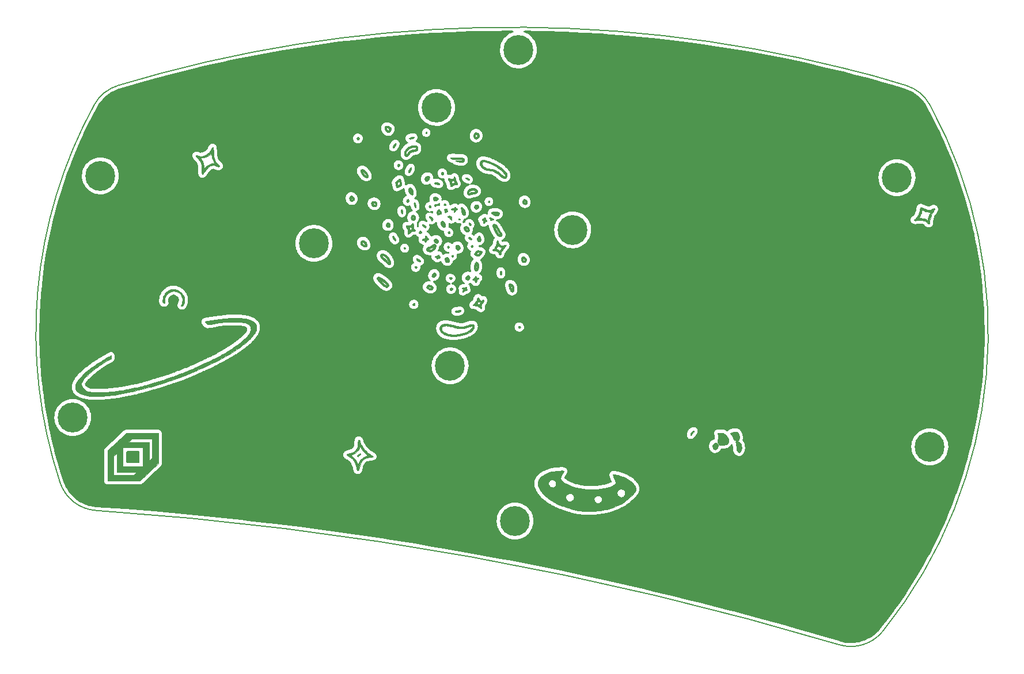
<source format=gbl>
%TF.GenerationSoftware,KiCad,Pcbnew,6.0.4-6f826c9f35~116~ubuntu20.04.1*%
%TF.CreationDate,2022-04-29T22:15:31+02:00*%
%TF.ProjectId,Bottom_Plate,426f7474-6f6d-45f5-906c-6174652e6b69,v0.1*%
%TF.SameCoordinates,Original*%
%TF.FileFunction,Copper,L2,Bot*%
%TF.FilePolarity,Positive*%
%FSLAX46Y46*%
G04 Gerber Fmt 4.6, Leading zero omitted, Abs format (unit mm)*
G04 Created by KiCad (PCBNEW 6.0.4-6f826c9f35~116~ubuntu20.04.1) date 2022-04-29 22:15:31*
%MOMM*%
%LPD*%
G01*
G04 APERTURE LIST*
%TA.AperFunction,Profile*%
%ADD10C,0.150000*%
%TD*%
%TA.AperFunction,EtchedComponent*%
%ADD11C,0.010000*%
%TD*%
%TA.AperFunction,ComponentPad*%
%ADD12C,0.700000*%
%TD*%
%TA.AperFunction,ComponentPad*%
%ADD13C,4.400000*%
%TD*%
%ADD14C,0.350000*%
G04 APERTURE END LIST*
D10*
X262416859Y-203252464D02*
G75*
G03*
X153161630Y-183482473I-143107459J-479082636D01*
G01*
X272205916Y-120898534D02*
G75*
G03*
X271985972Y-120832154I-59168016J-195650166D01*
G01*
X271985971Y-120832156D02*
G75*
G03*
X263040530Y-118362828I-35767871J-112135844D01*
G01*
X147873349Y-179386338D02*
G75*
G03*
X153161630Y-183482474I5694551J1890138D01*
G01*
X275733963Y-123764126D02*
G75*
G03*
X272205916Y-120898534I-5264963J-2877474D01*
G01*
X156412826Y-120898532D02*
G75*
G03*
X152884756Y-123764114I1736874J-5743068D01*
G01*
X262416840Y-203252522D02*
G75*
G03*
X268805219Y-201269252I1717260J5749022D01*
G01*
X152884756Y-123764112D02*
G75*
G03*
X147873339Y-179386340I61424614J-33571068D01*
G01*
X268805218Y-201269250D02*
G75*
G03*
X275733987Y-123764114I-54495848J43934070D01*
G01*
X263040530Y-118362829D02*
G75*
G03*
X156412828Y-120898534I-48731160J-193972341D01*
G01*
%TO.C,*%
G36*
X160583655Y-178177485D02*
G01*
X160410592Y-178340859D01*
X160256217Y-178486664D01*
X160126598Y-178609176D01*
X159584815Y-179121511D01*
X157219440Y-179122467D01*
X154854065Y-179123424D01*
X154854065Y-178297924D01*
X155743065Y-178297924D01*
X157219440Y-178297072D01*
X158695815Y-178296221D01*
X159161481Y-177854795D01*
X157685259Y-177854109D01*
X156209036Y-177853424D01*
X156198148Y-175082608D01*
X155970606Y-175295109D01*
X155743065Y-175507610D01*
X155743065Y-178297924D01*
X154854065Y-178297924D01*
X154854065Y-174682817D01*
X155330408Y-174233924D01*
X157097731Y-174233924D01*
X157097731Y-177027924D01*
X160039898Y-177027924D01*
X160039898Y-174233924D01*
X157097731Y-174233924D01*
X155330408Y-174233924D01*
X155515523Y-174059476D01*
X155678130Y-173906221D01*
X155870510Y-173724870D01*
X156077082Y-173530111D01*
X156208346Y-173406337D01*
X157976148Y-173406337D01*
X159452371Y-173407380D01*
X160928594Y-173408424D01*
X160931843Y-174233924D01*
X160934038Y-174792050D01*
X160939481Y-176175677D01*
X161167373Y-175961509D01*
X161395264Y-175747340D01*
X161394914Y-174355632D01*
X161394565Y-172963924D01*
X158441815Y-172964354D01*
X158208981Y-173185345D01*
X157976148Y-173406337D01*
X156208346Y-173406337D01*
X156289356Y-173329950D01*
X156498840Y-173132394D01*
X156697046Y-172945447D01*
X156875481Y-172777117D01*
X157573981Y-172118097D01*
X162283565Y-172117257D01*
X162283565Y-176575218D01*
X161475973Y-177336029D01*
X161341445Y-177462788D01*
X161154302Y-177639193D01*
X160961577Y-177820927D01*
X160925673Y-177854795D01*
X160769340Y-178002266D01*
X160583655Y-178177485D01*
G37*
D11*
X160583655Y-178177485D02*
X160410592Y-178340859D01*
X160256217Y-178486664D01*
X160126598Y-178609176D01*
X159584815Y-179121511D01*
X157219440Y-179122467D01*
X154854065Y-179123424D01*
X154854065Y-178297924D01*
X155743065Y-178297924D01*
X157219440Y-178297072D01*
X158695815Y-178296221D01*
X159161481Y-177854795D01*
X157685259Y-177854109D01*
X156209036Y-177853424D01*
X156198148Y-175082608D01*
X155970606Y-175295109D01*
X155743065Y-175507610D01*
X155743065Y-178297924D01*
X154854065Y-178297924D01*
X154854065Y-174682817D01*
X155330408Y-174233924D01*
X157097731Y-174233924D01*
X157097731Y-177027924D01*
X160039898Y-177027924D01*
X160039898Y-174233924D01*
X157097731Y-174233924D01*
X155330408Y-174233924D01*
X155515523Y-174059476D01*
X155678130Y-173906221D01*
X155870510Y-173724870D01*
X156077082Y-173530111D01*
X156208346Y-173406337D01*
X157976148Y-173406337D01*
X159452371Y-173407380D01*
X160928594Y-173408424D01*
X160931843Y-174233924D01*
X160934038Y-174792050D01*
X160939481Y-176175677D01*
X161167373Y-175961509D01*
X161395264Y-175747340D01*
X161394914Y-174355632D01*
X161394565Y-172963924D01*
X158441815Y-172964354D01*
X158208981Y-173185345D01*
X157976148Y-173406337D01*
X156208346Y-173406337D01*
X156289356Y-173329950D01*
X156498840Y-173132394D01*
X156697046Y-172945447D01*
X156875481Y-172777117D01*
X157573981Y-172118097D01*
X162283565Y-172117257D01*
X162283565Y-176575218D01*
X161475973Y-177336029D01*
X161341445Y-177462788D01*
X161154302Y-177639193D01*
X160961577Y-177820927D01*
X160925673Y-177854795D01*
X160769340Y-178002266D01*
X160583655Y-178177485D01*
%TO.C,Ref\u002A\u002A*%
G36*
X190426471Y-137258438D02*
G01*
X190491899Y-137181955D01*
X190582742Y-137138970D01*
X190668993Y-137128996D01*
X190766639Y-137142347D01*
X190854346Y-137185988D01*
X190937671Y-137259482D01*
X191023720Y-137375086D01*
X191074657Y-137501609D01*
X191089055Y-137631754D01*
X191065488Y-137758226D01*
X191044702Y-137806965D01*
X190976469Y-137902491D01*
X190888330Y-137966533D01*
X190787890Y-137996315D01*
X190682757Y-137989057D01*
X190616124Y-137963483D01*
X190508295Y-137884649D01*
X190431132Y-137777675D01*
X190385849Y-137644827D01*
X190373331Y-137509996D01*
X190374766Y-137494883D01*
X190635932Y-137494883D01*
X190642179Y-137575026D01*
X190672846Y-137665343D01*
X190681935Y-137683889D01*
X190719867Y-137730196D01*
X190761209Y-137741979D01*
X190795724Y-137718907D01*
X190808949Y-137687995D01*
X190810919Y-137613471D01*
X190789494Y-137529573D01*
X190751059Y-137457018D01*
X190730764Y-137434348D01*
X190697498Y-137407496D01*
X190676952Y-137409965D01*
X190655317Y-137436193D01*
X190635932Y-137494883D01*
X190374766Y-137494883D01*
X190386826Y-137367942D01*
X190426471Y-137258438D01*
G37*
X190426471Y-137258438D02*
X190491899Y-137181955D01*
X190582742Y-137138970D01*
X190668993Y-137128996D01*
X190766639Y-137142347D01*
X190854346Y-137185988D01*
X190937671Y-137259482D01*
X191023720Y-137375086D01*
X191074657Y-137501609D01*
X191089055Y-137631754D01*
X191065488Y-137758226D01*
X191044702Y-137806965D01*
X190976469Y-137902491D01*
X190888330Y-137966533D01*
X190787890Y-137996315D01*
X190682757Y-137989057D01*
X190616124Y-137963483D01*
X190508295Y-137884649D01*
X190431132Y-137777675D01*
X190385849Y-137644827D01*
X190373331Y-137509996D01*
X190374766Y-137494883D01*
X190635932Y-137494883D01*
X190642179Y-137575026D01*
X190672846Y-137665343D01*
X190681935Y-137683889D01*
X190719867Y-137730196D01*
X190761209Y-137741979D01*
X190795724Y-137718907D01*
X190808949Y-137687995D01*
X190810919Y-137613471D01*
X190789494Y-137529573D01*
X190751059Y-137457018D01*
X190730764Y-137434348D01*
X190697498Y-137407496D01*
X190676952Y-137409965D01*
X190655317Y-137436193D01*
X190635932Y-137494883D01*
X190374766Y-137494883D01*
X190386826Y-137367942D01*
X190426471Y-137258438D01*
G36*
X215464416Y-156337418D02*
G01*
X215503750Y-156373333D01*
X215518892Y-156395954D01*
X215553477Y-156468182D01*
X215554762Y-156525249D01*
X215522162Y-156578862D01*
X215509039Y-156592708D01*
X215440890Y-156634985D01*
X215361919Y-156646030D01*
X215286822Y-156625676D01*
X215247183Y-156595673D01*
X215207407Y-156529054D01*
X215199874Y-156457772D01*
X215221321Y-156392719D01*
X215268484Y-156344784D01*
X215328160Y-156325457D01*
X215410163Y-156323040D01*
X215464416Y-156337418D01*
G37*
X215464416Y-156337418D02*
X215503750Y-156373333D01*
X215518892Y-156395954D01*
X215553477Y-156468182D01*
X215554762Y-156525249D01*
X215522162Y-156578862D01*
X215509039Y-156592708D01*
X215440890Y-156634985D01*
X215361919Y-156646030D01*
X215286822Y-156625676D01*
X215247183Y-156595673D01*
X215207407Y-156529054D01*
X215199874Y-156457772D01*
X215221321Y-156392719D01*
X215268484Y-156344784D01*
X215328160Y-156325457D01*
X215410163Y-156323040D01*
X215464416Y-156337418D01*
G36*
X210986473Y-137881101D02*
G01*
X210998376Y-137895706D01*
X211028568Y-137968551D01*
X211016679Y-138041921D01*
X210987457Y-138089225D01*
X210932787Y-138133908D01*
X210874370Y-138141849D01*
X210822180Y-138112557D01*
X210810277Y-138097953D01*
X210780085Y-138025107D01*
X210791974Y-137951737D01*
X210821196Y-137904434D01*
X210875866Y-137859750D01*
X210934283Y-137851809D01*
X210986473Y-137881101D01*
G37*
X210986473Y-137881101D02*
X210998376Y-137895706D01*
X211028568Y-137968551D01*
X211016679Y-138041921D01*
X210987457Y-138089225D01*
X210932787Y-138133908D01*
X210874370Y-138141849D01*
X210822180Y-138112557D01*
X210810277Y-138097953D01*
X210780085Y-138025107D01*
X210791974Y-137951737D01*
X210821196Y-137904434D01*
X210875866Y-137859750D01*
X210934283Y-137851809D01*
X210986473Y-137881101D01*
G36*
X204437725Y-146384653D02*
G01*
X204489840Y-146298251D01*
X204563285Y-146233761D01*
X204654218Y-146198021D01*
X204735642Y-146194589D01*
X204820197Y-146213102D01*
X204892282Y-146253865D01*
X204961376Y-146323623D01*
X205011322Y-146390824D01*
X205075980Y-146510263D01*
X205103404Y-146624364D01*
X205093092Y-146728805D01*
X205058920Y-146800216D01*
X204974427Y-146894113D01*
X204877721Y-146947572D01*
X204769083Y-146960475D01*
X204706918Y-146950865D01*
X204603845Y-146904662D01*
X204515435Y-146818941D01*
X204447797Y-146706913D01*
X204412860Y-146595824D01*
X204411675Y-146533193D01*
X204665551Y-146533193D01*
X204665675Y-146562616D01*
X204690557Y-146602032D01*
X204704029Y-146619391D01*
X204747797Y-146662583D01*
X204782679Y-146675708D01*
X204801412Y-146658716D01*
X204799081Y-146620041D01*
X204776358Y-146559520D01*
X204750534Y-146511942D01*
X204724572Y-146476939D01*
X204706709Y-146475124D01*
X204687991Y-146497026D01*
X204665551Y-146533193D01*
X204411675Y-146533193D01*
X204410784Y-146486124D01*
X204437725Y-146384653D01*
G37*
X204437725Y-146384653D02*
X204489840Y-146298251D01*
X204563285Y-146233761D01*
X204654218Y-146198021D01*
X204735642Y-146194589D01*
X204820197Y-146213102D01*
X204892282Y-146253865D01*
X204961376Y-146323623D01*
X205011322Y-146390824D01*
X205075980Y-146510263D01*
X205103404Y-146624364D01*
X205093092Y-146728805D01*
X205058920Y-146800216D01*
X204974427Y-146894113D01*
X204877721Y-146947572D01*
X204769083Y-146960475D01*
X204706918Y-146950865D01*
X204603845Y-146904662D01*
X204515435Y-146818941D01*
X204447797Y-146706913D01*
X204412860Y-146595824D01*
X204411675Y-146533193D01*
X204665551Y-146533193D01*
X204665675Y-146562616D01*
X204690557Y-146602032D01*
X204704029Y-146619391D01*
X204747797Y-146662583D01*
X204782679Y-146675708D01*
X204801412Y-146658716D01*
X204799081Y-146620041D01*
X204776358Y-146559520D01*
X204750534Y-146511942D01*
X204724572Y-146476939D01*
X204706709Y-146475124D01*
X204687991Y-146497026D01*
X204665551Y-146533193D01*
X204411675Y-146533193D01*
X204410784Y-146486124D01*
X204437725Y-146384653D01*
G36*
X247217254Y-171896415D02*
G01*
X247348098Y-171932293D01*
X247451946Y-171995949D01*
X247474407Y-172017429D01*
X247556843Y-172129475D01*
X247624616Y-172271401D01*
X247675334Y-172432571D01*
X247706602Y-172602347D01*
X247716028Y-172770093D01*
X247701218Y-172925173D01*
X247689797Y-172974746D01*
X247645435Y-173081114D01*
X247580182Y-173165956D01*
X247500899Y-173225247D01*
X247414447Y-173254961D01*
X247327687Y-173251075D01*
X247266020Y-173223343D01*
X247204994Y-173181885D01*
X247156315Y-173147866D01*
X247109427Y-173122858D01*
X247069836Y-173127232D01*
X247057975Y-173132970D01*
X247020950Y-173147517D01*
X246993763Y-173139608D01*
X246969189Y-173103130D01*
X246940635Y-173033645D01*
X246841438Y-172811059D01*
X246711559Y-172593606D01*
X246546351Y-172373675D01*
X246514180Y-172335213D01*
X246448356Y-172251447D01*
X246411189Y-172184490D01*
X246404878Y-172129990D01*
X246431625Y-172083599D01*
X246493628Y-172040966D01*
X246593087Y-171997742D01*
X246704617Y-171958647D01*
X246891326Y-171909272D01*
X247063601Y-171888635D01*
X247217254Y-171896415D01*
G37*
X247217254Y-171896415D02*
X247348098Y-171932293D01*
X247451946Y-171995949D01*
X247474407Y-172017429D01*
X247556843Y-172129475D01*
X247624616Y-172271401D01*
X247675334Y-172432571D01*
X247706602Y-172602347D01*
X247716028Y-172770093D01*
X247701218Y-172925173D01*
X247689797Y-172974746D01*
X247645435Y-173081114D01*
X247580182Y-173165956D01*
X247500899Y-173225247D01*
X247414447Y-173254961D01*
X247327687Y-173251075D01*
X247266020Y-173223343D01*
X247204994Y-173181885D01*
X247156315Y-173147866D01*
X247109427Y-173122858D01*
X247069836Y-173127232D01*
X247057975Y-173132970D01*
X247020950Y-173147517D01*
X246993763Y-173139608D01*
X246969189Y-173103130D01*
X246940635Y-173033645D01*
X246841438Y-172811059D01*
X246711559Y-172593606D01*
X246546351Y-172373675D01*
X246514180Y-172335213D01*
X246448356Y-172251447D01*
X246411189Y-172184490D01*
X246404878Y-172129990D01*
X246431625Y-172083599D01*
X246493628Y-172040966D01*
X246593087Y-171997742D01*
X246704617Y-171958647D01*
X246891326Y-171909272D01*
X247063601Y-171888635D01*
X247217254Y-171896415D01*
G36*
X197701078Y-132458509D02*
G01*
X197740288Y-132491868D01*
X197788175Y-132564616D01*
X197802737Y-132645043D01*
X197787548Y-132723633D01*
X197746179Y-132790875D01*
X197682200Y-132837255D01*
X197604586Y-132853329D01*
X197542010Y-132842780D01*
X197490525Y-132804591D01*
X197475958Y-132788205D01*
X197428163Y-132705692D01*
X197422577Y-132623000D01*
X197459107Y-132541649D01*
X197493127Y-132501963D01*
X197565878Y-132446245D01*
X197633897Y-132431813D01*
X197701078Y-132458509D01*
G37*
X197701078Y-132458509D02*
X197740288Y-132491868D01*
X197788175Y-132564616D01*
X197802737Y-132645043D01*
X197787548Y-132723633D01*
X197746179Y-132790875D01*
X197682200Y-132837255D01*
X197604586Y-132853329D01*
X197542010Y-132842780D01*
X197490525Y-132804591D01*
X197475958Y-132788205D01*
X197428163Y-132705692D01*
X197422577Y-132623000D01*
X197459107Y-132541649D01*
X197493127Y-132501963D01*
X197565878Y-132446245D01*
X197633897Y-132431813D01*
X197701078Y-132458509D01*
G36*
X198734949Y-141741457D02*
G01*
X198707346Y-141684985D01*
X198694021Y-141640350D01*
X198691160Y-141607542D01*
X198708578Y-141552827D01*
X198760633Y-141522153D01*
X198847030Y-141515652D01*
X198890038Y-141519705D01*
X199023566Y-141536170D01*
X199123246Y-141545786D01*
X199197028Y-141548412D01*
X199252861Y-141543910D01*
X199298696Y-141532140D01*
X199342482Y-141512961D01*
X199344934Y-141511717D01*
X199419762Y-141459000D01*
X199489169Y-141385501D01*
X199501939Y-141368024D01*
X199562667Y-141284118D01*
X199609607Y-141231083D01*
X199649585Y-141202817D01*
X199689427Y-141193214D01*
X199697657Y-141192996D01*
X199744404Y-141205637D01*
X199777272Y-141245763D01*
X199797136Y-141316683D01*
X199804869Y-141421702D01*
X199801345Y-141564127D01*
X199800346Y-141581578D01*
X199794779Y-141689279D01*
X199793902Y-141765721D01*
X199798679Y-141821817D01*
X199810073Y-141868476D01*
X199829048Y-141916611D01*
X199830153Y-141919118D01*
X199874760Y-141995724D01*
X199923660Y-142037356D01*
X199927412Y-142038903D01*
X200006855Y-142086527D01*
X200054842Y-142153598D01*
X200066669Y-142214288D01*
X200061786Y-142270023D01*
X200050483Y-142308024D01*
X200050363Y-142308213D01*
X200003076Y-142345894D01*
X199929035Y-142362433D01*
X199839411Y-142355500D01*
X199831722Y-142353820D01*
X199707202Y-142339987D01*
X199592268Y-142354934D01*
X199498896Y-142397078D01*
X199497710Y-142397917D01*
X199452027Y-142438194D01*
X199394046Y-142499829D01*
X199336060Y-142569723D01*
X199334251Y-142572068D01*
X199246215Y-142673930D01*
X199165831Y-142742039D01*
X199095639Y-142775020D01*
X199038180Y-142771499D01*
X199008331Y-142748350D01*
X198993308Y-142711389D01*
X198992447Y-142648332D01*
X198998406Y-142594891D01*
X199012166Y-142414579D01*
X198997789Y-142256413D01*
X198952685Y-142108785D01*
X198874267Y-141960087D01*
X198847768Y-141919322D01*
X198809920Y-141861795D01*
X199182759Y-141861795D01*
X199192760Y-141914986D01*
X199206753Y-141964924D01*
X199249030Y-142060439D01*
X199303371Y-142126770D01*
X199364281Y-142161127D01*
X199426269Y-142160717D01*
X199483840Y-142122748D01*
X199493957Y-142110891D01*
X199529099Y-142034571D01*
X199536380Y-141937668D01*
X199514944Y-141832200D01*
X199514020Y-141829522D01*
X199493663Y-141784049D01*
X199468236Y-141770524D01*
X199434645Y-141776415D01*
X199377309Y-141789759D01*
X199305331Y-141803674D01*
X199288915Y-141806473D01*
X199230220Y-141818694D01*
X199190888Y-141831551D01*
X199184589Y-141835511D01*
X199182759Y-141861795D01*
X198809920Y-141861795D01*
X198780525Y-141817118D01*
X198734949Y-141741457D01*
G37*
X198734949Y-141741457D02*
X198707346Y-141684985D01*
X198694021Y-141640350D01*
X198691160Y-141607542D01*
X198708578Y-141552827D01*
X198760633Y-141522153D01*
X198847030Y-141515652D01*
X198890038Y-141519705D01*
X199023566Y-141536170D01*
X199123246Y-141545786D01*
X199197028Y-141548412D01*
X199252861Y-141543910D01*
X199298696Y-141532140D01*
X199342482Y-141512961D01*
X199344934Y-141511717D01*
X199419762Y-141459000D01*
X199489169Y-141385501D01*
X199501939Y-141368024D01*
X199562667Y-141284118D01*
X199609607Y-141231083D01*
X199649585Y-141202817D01*
X199689427Y-141193214D01*
X199697657Y-141192996D01*
X199744404Y-141205637D01*
X199777272Y-141245763D01*
X199797136Y-141316683D01*
X199804869Y-141421702D01*
X199801345Y-141564127D01*
X199800346Y-141581578D01*
X199794779Y-141689279D01*
X199793902Y-141765721D01*
X199798679Y-141821817D01*
X199810073Y-141868476D01*
X199829048Y-141916611D01*
X199830153Y-141919118D01*
X199874760Y-141995724D01*
X199923660Y-142037356D01*
X199927412Y-142038903D01*
X200006855Y-142086527D01*
X200054842Y-142153598D01*
X200066669Y-142214288D01*
X200061786Y-142270023D01*
X200050483Y-142308024D01*
X200050363Y-142308213D01*
X200003076Y-142345894D01*
X199929035Y-142362433D01*
X199839411Y-142355500D01*
X199831722Y-142353820D01*
X199707202Y-142339987D01*
X199592268Y-142354934D01*
X199498896Y-142397078D01*
X199497710Y-142397917D01*
X199452027Y-142438194D01*
X199394046Y-142499829D01*
X199336060Y-142569723D01*
X199334251Y-142572068D01*
X199246215Y-142673930D01*
X199165831Y-142742039D01*
X199095639Y-142775020D01*
X199038180Y-142771499D01*
X199008331Y-142748350D01*
X198993308Y-142711389D01*
X198992447Y-142648332D01*
X198998406Y-142594891D01*
X199012166Y-142414579D01*
X198997789Y-142256413D01*
X198952685Y-142108785D01*
X198874267Y-141960087D01*
X198847768Y-141919322D01*
X198809920Y-141861795D01*
X199182759Y-141861795D01*
X199192760Y-141914986D01*
X199206753Y-141964924D01*
X199249030Y-142060439D01*
X199303371Y-142126770D01*
X199364281Y-142161127D01*
X199426269Y-142160717D01*
X199483840Y-142122748D01*
X199493957Y-142110891D01*
X199529099Y-142034571D01*
X199536380Y-141937668D01*
X199514944Y-141832200D01*
X199514020Y-141829522D01*
X199493663Y-141784049D01*
X199468236Y-141770524D01*
X199434645Y-141776415D01*
X199377309Y-141789759D01*
X199305331Y-141803674D01*
X199288915Y-141806473D01*
X199230220Y-141818694D01*
X199190888Y-141831551D01*
X199184589Y-141835511D01*
X199182759Y-141861795D01*
X198809920Y-141861795D01*
X198780525Y-141817118D01*
X198734949Y-141741457D01*
G36*
X208915259Y-152831152D02*
G01*
X209010797Y-152717893D01*
X209075905Y-152617350D01*
X209113508Y-152524973D01*
X209126532Y-152436211D01*
X209126585Y-152432496D01*
X209136144Y-152365791D01*
X209159176Y-152289836D01*
X209168080Y-152268476D01*
X209218379Y-152190430D01*
X209277538Y-152148025D01*
X209338428Y-152141417D01*
X209393918Y-152170765D01*
X209436878Y-152236224D01*
X209446084Y-152262349D01*
X209490723Y-152359732D01*
X209559175Y-152448539D01*
X209642128Y-152520436D01*
X209730268Y-152567086D01*
X209801693Y-152580663D01*
X209839385Y-152567391D01*
X209894258Y-152533005D01*
X209941243Y-152495996D01*
X209997235Y-152451026D01*
X210043178Y-152420322D01*
X210065297Y-152411329D01*
X210109642Y-152430280D01*
X210136145Y-152483416D01*
X210142327Y-152541185D01*
X210137607Y-152608007D01*
X210120631Y-152672099D01*
X210087173Y-152743351D01*
X210033008Y-152831651D01*
X209992777Y-152891186D01*
X209909369Y-153021221D01*
X209841425Y-153145397D01*
X209792390Y-153256348D01*
X209765710Y-153346707D01*
X209761814Y-153384996D01*
X209774265Y-153452786D01*
X209803583Y-153511898D01*
X209803660Y-153511996D01*
X209839167Y-153584708D01*
X209839635Y-153658946D01*
X209805066Y-153722236D01*
X209803660Y-153723663D01*
X209766599Y-153753147D01*
X209728606Y-153762952D01*
X209684022Y-153750549D01*
X209627188Y-153713412D01*
X209552446Y-153649010D01*
X209478017Y-153578167D01*
X209400407Y-153504282D01*
X209329603Y-153439907D01*
X209273174Y-153391724D01*
X209238689Y-153366419D01*
X209237562Y-153365815D01*
X209199120Y-153355673D01*
X209127996Y-153345477D01*
X209033826Y-153336321D01*
X208926244Y-153329303D01*
X208909479Y-153328499D01*
X208801928Y-153322333D01*
X208707516Y-153314577D01*
X208635450Y-153306151D01*
X208594936Y-153297978D01*
X208591868Y-153296690D01*
X208561938Y-153273195D01*
X208554180Y-153241612D01*
X208570752Y-153198226D01*
X208613808Y-153139322D01*
X208685507Y-153061186D01*
X208712335Y-153034716D01*
X209179544Y-153034716D01*
X209179859Y-153043417D01*
X209208952Y-153060226D01*
X209265117Y-153084877D01*
X209335543Y-153112573D01*
X209407421Y-153138515D01*
X209467941Y-153157905D01*
X209504295Y-153165944D01*
X209506804Y-153165883D01*
X209529499Y-153145874D01*
X209560687Y-153096272D01*
X209594160Y-153027180D01*
X209598866Y-153016068D01*
X209659701Y-152869769D01*
X209609972Y-152832043D01*
X209535850Y-152784251D01*
X209462261Y-152750814D01*
X209400527Y-152735921D01*
X209365124Y-152741404D01*
X209339378Y-152767808D01*
X209303125Y-152816955D01*
X209262688Y-152878531D01*
X209224395Y-152942226D01*
X209194572Y-152997725D01*
X209179544Y-153034716D01*
X208712335Y-153034716D01*
X208786367Y-152961675D01*
X208915259Y-152831152D01*
G37*
X208915259Y-152831152D02*
X209010797Y-152717893D01*
X209075905Y-152617350D01*
X209113508Y-152524973D01*
X209126532Y-152436211D01*
X209126585Y-152432496D01*
X209136144Y-152365791D01*
X209159176Y-152289836D01*
X209168080Y-152268476D01*
X209218379Y-152190430D01*
X209277538Y-152148025D01*
X209338428Y-152141417D01*
X209393918Y-152170765D01*
X209436878Y-152236224D01*
X209446084Y-152262349D01*
X209490723Y-152359732D01*
X209559175Y-152448539D01*
X209642128Y-152520436D01*
X209730268Y-152567086D01*
X209801693Y-152580663D01*
X209839385Y-152567391D01*
X209894258Y-152533005D01*
X209941243Y-152495996D01*
X209997235Y-152451026D01*
X210043178Y-152420322D01*
X210065297Y-152411329D01*
X210109642Y-152430280D01*
X210136145Y-152483416D01*
X210142327Y-152541185D01*
X210137607Y-152608007D01*
X210120631Y-152672099D01*
X210087173Y-152743351D01*
X210033008Y-152831651D01*
X209992777Y-152891186D01*
X209909369Y-153021221D01*
X209841425Y-153145397D01*
X209792390Y-153256348D01*
X209765710Y-153346707D01*
X209761814Y-153384996D01*
X209774265Y-153452786D01*
X209803583Y-153511898D01*
X209803660Y-153511996D01*
X209839167Y-153584708D01*
X209839635Y-153658946D01*
X209805066Y-153722236D01*
X209803660Y-153723663D01*
X209766599Y-153753147D01*
X209728606Y-153762952D01*
X209684022Y-153750549D01*
X209627188Y-153713412D01*
X209552446Y-153649010D01*
X209478017Y-153578167D01*
X209400407Y-153504282D01*
X209329603Y-153439907D01*
X209273174Y-153391724D01*
X209238689Y-153366419D01*
X209237562Y-153365815D01*
X209199120Y-153355673D01*
X209127996Y-153345477D01*
X209033826Y-153336321D01*
X208926244Y-153329303D01*
X208909479Y-153328499D01*
X208801928Y-153322333D01*
X208707516Y-153314577D01*
X208635450Y-153306151D01*
X208594936Y-153297978D01*
X208591868Y-153296690D01*
X208561938Y-153273195D01*
X208554180Y-153241612D01*
X208570752Y-153198226D01*
X208613808Y-153139322D01*
X208685507Y-153061186D01*
X208712335Y-153034716D01*
X209179544Y-153034716D01*
X209179859Y-153043417D01*
X209208952Y-153060226D01*
X209265117Y-153084877D01*
X209335543Y-153112573D01*
X209407421Y-153138515D01*
X209467941Y-153157905D01*
X209504295Y-153165944D01*
X209506804Y-153165883D01*
X209529499Y-153145874D01*
X209560687Y-153096272D01*
X209594160Y-153027180D01*
X209598866Y-153016068D01*
X209659701Y-152869769D01*
X209609972Y-152832043D01*
X209535850Y-152784251D01*
X209462261Y-152750814D01*
X209400527Y-152735921D01*
X209365124Y-152741404D01*
X209339378Y-152767808D01*
X209303125Y-152816955D01*
X209262688Y-152878531D01*
X209224395Y-152942226D01*
X209194572Y-152997725D01*
X209179544Y-153034716D01*
X208712335Y-153034716D01*
X208786367Y-152961675D01*
X208915259Y-152831152D01*
G36*
X207230758Y-141785242D02*
G01*
X207283860Y-141699823D01*
X207336049Y-141656243D01*
X207416539Y-141626534D01*
X207517891Y-141615973D01*
X207623220Y-141624541D01*
X207715644Y-141652217D01*
X207724878Y-141656724D01*
X207842096Y-141739640D01*
X207928741Y-141850605D01*
X207982697Y-141986326D01*
X207998978Y-142083329D01*
X208001804Y-142224101D01*
X207980892Y-142330783D01*
X207935231Y-142404999D01*
X207863812Y-142448375D01*
X207765624Y-142462535D01*
X207763277Y-142462531D01*
X207676094Y-142453424D01*
X207589702Y-142431047D01*
X207566548Y-142421798D01*
X207475059Y-142367756D01*
X207382607Y-142292395D01*
X207301867Y-142207665D01*
X207245514Y-142125513D01*
X207239763Y-142113746D01*
X207206630Y-142002086D01*
X207205443Y-141944079D01*
X207475327Y-141944079D01*
X207491333Y-141984470D01*
X207532743Y-142038839D01*
X207589644Y-142097826D01*
X207652120Y-142152067D01*
X207710258Y-142192201D01*
X207754145Y-142208867D01*
X207755785Y-142208917D01*
X207769035Y-142191486D01*
X207771195Y-142171954D01*
X207757387Y-142109297D01*
X207723680Y-142034877D01*
X207679738Y-141966522D01*
X207636004Y-141922563D01*
X207582754Y-141901517D01*
X207528851Y-141900284D01*
X207488459Y-141916966D01*
X207475327Y-141944079D01*
X207205443Y-141944079D01*
X207204321Y-141889291D01*
X207230758Y-141785242D01*
G37*
X207230758Y-141785242D02*
X207283860Y-141699823D01*
X207336049Y-141656243D01*
X207416539Y-141626534D01*
X207517891Y-141615973D01*
X207623220Y-141624541D01*
X207715644Y-141652217D01*
X207724878Y-141656724D01*
X207842096Y-141739640D01*
X207928741Y-141850605D01*
X207982697Y-141986326D01*
X207998978Y-142083329D01*
X208001804Y-142224101D01*
X207980892Y-142330783D01*
X207935231Y-142404999D01*
X207863812Y-142448375D01*
X207765624Y-142462535D01*
X207763277Y-142462531D01*
X207676094Y-142453424D01*
X207589702Y-142431047D01*
X207566548Y-142421798D01*
X207475059Y-142367756D01*
X207382607Y-142292395D01*
X207301867Y-142207665D01*
X207245514Y-142125513D01*
X207239763Y-142113746D01*
X207206630Y-142002086D01*
X207205443Y-141944079D01*
X207475327Y-141944079D01*
X207491333Y-141984470D01*
X207532743Y-142038839D01*
X207589644Y-142097826D01*
X207652120Y-142152067D01*
X207710258Y-142192201D01*
X207754145Y-142208867D01*
X207755785Y-142208917D01*
X207769035Y-142191486D01*
X207771195Y-142171954D01*
X207757387Y-142109297D01*
X207723680Y-142034877D01*
X207679738Y-141966522D01*
X207636004Y-141922563D01*
X207582754Y-141901517D01*
X207528851Y-141900284D01*
X207488459Y-141916966D01*
X207475327Y-141944079D01*
X207205443Y-141944079D01*
X207204321Y-141889291D01*
X207230758Y-141785242D01*
G36*
X207710434Y-134473966D02*
G01*
X207804694Y-134515536D01*
X207892421Y-134570890D01*
X207964490Y-134634413D01*
X208011773Y-134700491D01*
X208025660Y-134754072D01*
X208013179Y-134821451D01*
X207975357Y-134856609D01*
X207911626Y-134859576D01*
X207821418Y-134830383D01*
X207707717Y-134771155D01*
X207593245Y-134699011D01*
X207515438Y-134637745D01*
X207471051Y-134584125D01*
X207456837Y-134534920D01*
X207457708Y-134522276D01*
X207476140Y-134482702D01*
X207524125Y-134458531D01*
X207538827Y-134454629D01*
X207618770Y-134451792D01*
X207710434Y-134473966D01*
G37*
X207710434Y-134473966D02*
X207804694Y-134515536D01*
X207892421Y-134570890D01*
X207964490Y-134634413D01*
X208011773Y-134700491D01*
X208025660Y-134754072D01*
X208013179Y-134821451D01*
X207975357Y-134856609D01*
X207911626Y-134859576D01*
X207821418Y-134830383D01*
X207707717Y-134771155D01*
X207593245Y-134699011D01*
X207515438Y-134637745D01*
X207471051Y-134584125D01*
X207456837Y-134534920D01*
X207457708Y-134522276D01*
X207476140Y-134482702D01*
X207524125Y-134458531D01*
X207538827Y-134454629D01*
X207618770Y-134451792D01*
X207710434Y-134473966D01*
G36*
X205943731Y-138791905D02*
G01*
X205996640Y-138828385D01*
X206031295Y-138880820D01*
X206079864Y-138947798D01*
X206128226Y-138973233D01*
X206207311Y-139008752D01*
X206254480Y-139059338D01*
X206269638Y-139116359D01*
X206252688Y-139171189D01*
X206203535Y-139215197D01*
X206131174Y-139238500D01*
X206057767Y-139254721D01*
X206015276Y-139281285D01*
X205992288Y-139327885D01*
X205984247Y-139363286D01*
X205961184Y-139426154D01*
X205920198Y-139490882D01*
X205870916Y-139545811D01*
X205822969Y-139579278D01*
X205801712Y-139584329D01*
X205760710Y-139567332D01*
X205740405Y-139543387D01*
X205727936Y-139499421D01*
X205720000Y-139431714D01*
X205718493Y-139386902D01*
X205715179Y-139314952D01*
X205699385Y-139272677D01*
X205662333Y-139252284D01*
X205595247Y-139245983D01*
X205559390Y-139245663D01*
X205461504Y-139239351D01*
X205399006Y-139218375D01*
X205366570Y-139179676D01*
X205358660Y-139130313D01*
X205366068Y-139073922D01*
X205396244Y-139038615D01*
X205423298Y-139022824D01*
X205483570Y-139000777D01*
X205561825Y-138983396D01*
X205597923Y-138978589D01*
X205691328Y-138968371D01*
X205751081Y-138957482D01*
X205785756Y-138942233D01*
X205803927Y-138918932D01*
X205813777Y-138885673D01*
X205843204Y-138820752D01*
X205889554Y-138789429D01*
X205943731Y-138791905D01*
G37*
X205943731Y-138791905D02*
X205996640Y-138828385D01*
X206031295Y-138880820D01*
X206079864Y-138947798D01*
X206128226Y-138973233D01*
X206207311Y-139008752D01*
X206254480Y-139059338D01*
X206269638Y-139116359D01*
X206252688Y-139171189D01*
X206203535Y-139215197D01*
X206131174Y-139238500D01*
X206057767Y-139254721D01*
X206015276Y-139281285D01*
X205992288Y-139327885D01*
X205984247Y-139363286D01*
X205961184Y-139426154D01*
X205920198Y-139490882D01*
X205870916Y-139545811D01*
X205822969Y-139579278D01*
X205801712Y-139584329D01*
X205760710Y-139567332D01*
X205740405Y-139543387D01*
X205727936Y-139499421D01*
X205720000Y-139431714D01*
X205718493Y-139386902D01*
X205715179Y-139314952D01*
X205699385Y-139272677D01*
X205662333Y-139252284D01*
X205595247Y-139245983D01*
X205559390Y-139245663D01*
X205461504Y-139239351D01*
X205399006Y-139218375D01*
X205366570Y-139179676D01*
X205358660Y-139130313D01*
X205366068Y-139073922D01*
X205396244Y-139038615D01*
X205423298Y-139022824D01*
X205483570Y-139000777D01*
X205561825Y-138983396D01*
X205597923Y-138978589D01*
X205691328Y-138968371D01*
X205751081Y-138957482D01*
X205785756Y-138942233D01*
X205803927Y-138918932D01*
X205813777Y-138885673D01*
X205843204Y-138820752D01*
X205889554Y-138789429D01*
X205943731Y-138791905D01*
G36*
X215685411Y-146285430D02*
G01*
X215746945Y-146189324D01*
X215800935Y-146140852D01*
X215861004Y-146108961D01*
X215934408Y-146094878D01*
X215987653Y-146093079D01*
X216065053Y-146096928D01*
X216120634Y-146112857D01*
X216174548Y-146147435D01*
X216188737Y-146158640D01*
X216288699Y-146261181D01*
X216358343Y-146378924D01*
X216396780Y-146504705D01*
X216403123Y-146631361D01*
X216376484Y-146751727D01*
X216315977Y-146858638D01*
X216280306Y-146897752D01*
X216198855Y-146948337D01*
X216097305Y-146970283D01*
X215987415Y-146962824D01*
X215880947Y-146925195D01*
X215878493Y-146923894D01*
X215783489Y-146851666D01*
X215712517Y-146754687D01*
X215666400Y-146641265D01*
X215645962Y-146519709D01*
X215646275Y-146513432D01*
X215909428Y-146513432D01*
X215936577Y-146589371D01*
X215994709Y-146671064D01*
X216041114Y-146720356D01*
X216072893Y-146735554D01*
X216097863Y-146718456D01*
X216110582Y-146697721D01*
X216128578Y-146636196D01*
X216131698Y-146560140D01*
X216120875Y-146488005D01*
X216097463Y-146438704D01*
X216046306Y-146406089D01*
X215987928Y-146401100D01*
X215938153Y-146422893D01*
X215919113Y-146448221D01*
X215909428Y-146513432D01*
X215646275Y-146513432D01*
X215652024Y-146398328D01*
X215685411Y-146285430D01*
G37*
X215685411Y-146285430D02*
X215746945Y-146189324D01*
X215800935Y-146140852D01*
X215861004Y-146108961D01*
X215934408Y-146094878D01*
X215987653Y-146093079D01*
X216065053Y-146096928D01*
X216120634Y-146112857D01*
X216174548Y-146147435D01*
X216188737Y-146158640D01*
X216288699Y-146261181D01*
X216358343Y-146378924D01*
X216396780Y-146504705D01*
X216403123Y-146631361D01*
X216376484Y-146751727D01*
X216315977Y-146858638D01*
X216280306Y-146897752D01*
X216198855Y-146948337D01*
X216097305Y-146970283D01*
X215987415Y-146962824D01*
X215880947Y-146925195D01*
X215878493Y-146923894D01*
X215783489Y-146851666D01*
X215712517Y-146754687D01*
X215666400Y-146641265D01*
X215645962Y-146519709D01*
X215646275Y-146513432D01*
X215909428Y-146513432D01*
X215936577Y-146589371D01*
X215994709Y-146671064D01*
X216041114Y-146720356D01*
X216072893Y-146735554D01*
X216097863Y-146718456D01*
X216110582Y-146697721D01*
X216128578Y-146636196D01*
X216131698Y-146560140D01*
X216120875Y-146488005D01*
X216097463Y-146438704D01*
X216046306Y-146406089D01*
X215987928Y-146401100D01*
X215938153Y-146422893D01*
X215919113Y-146448221D01*
X215909428Y-146513432D01*
X215646275Y-146513432D01*
X215652024Y-146398328D01*
X215685411Y-146285430D01*
G36*
X209176546Y-143440466D02*
G01*
X209208750Y-143314915D01*
X209266590Y-143200664D01*
X209316176Y-143138459D01*
X209393421Y-143076184D01*
X209466288Y-143055765D01*
X209534212Y-143076899D01*
X209596631Y-143139281D01*
X209652980Y-143242606D01*
X209688642Y-143339546D01*
X209726394Y-143480940D01*
X209738766Y-143595096D01*
X209724507Y-143689557D01*
X209682369Y-143771867D01*
X209611101Y-143849570D01*
X209602921Y-143856854D01*
X209516109Y-143910131D01*
X209425785Y-143924351D01*
X209338902Y-143899027D01*
X209306438Y-143877535D01*
X209234924Y-143795851D01*
X209189515Y-143689840D01*
X209176082Y-143605840D01*
X209408900Y-143605840D01*
X209419172Y-143626925D01*
X209421289Y-143627163D01*
X209446359Y-143610672D01*
X209479096Y-143569875D01*
X209486445Y-143558371D01*
X209521442Y-143492619D01*
X209548849Y-143425970D01*
X209564470Y-143370579D01*
X209564111Y-143338597D01*
X209562864Y-143336978D01*
X209538466Y-143338219D01*
X209503256Y-143367060D01*
X209467314Y-143414281D01*
X209455563Y-143435121D01*
X209429204Y-143498123D01*
X209412947Y-143558968D01*
X209408900Y-143605840D01*
X209176082Y-143605840D01*
X209170095Y-143568410D01*
X209176546Y-143440466D01*
G37*
X209176546Y-143440466D02*
X209208750Y-143314915D01*
X209266590Y-143200664D01*
X209316176Y-143138459D01*
X209393421Y-143076184D01*
X209466288Y-143055765D01*
X209534212Y-143076899D01*
X209596631Y-143139281D01*
X209652980Y-143242606D01*
X209688642Y-143339546D01*
X209726394Y-143480940D01*
X209738766Y-143595096D01*
X209724507Y-143689557D01*
X209682369Y-143771867D01*
X209611101Y-143849570D01*
X209602921Y-143856854D01*
X209516109Y-143910131D01*
X209425785Y-143924351D01*
X209338902Y-143899027D01*
X209306438Y-143877535D01*
X209234924Y-143795851D01*
X209189515Y-143689840D01*
X209176082Y-143605840D01*
X209408900Y-143605840D01*
X209419172Y-143626925D01*
X209421289Y-143627163D01*
X209446359Y-143610672D01*
X209479096Y-143569875D01*
X209486445Y-143558371D01*
X209521442Y-143492619D01*
X209548849Y-143425970D01*
X209564470Y-143370579D01*
X209564111Y-143338597D01*
X209562864Y-143336978D01*
X209538466Y-143338219D01*
X209503256Y-143367060D01*
X209467314Y-143414281D01*
X209455563Y-143435121D01*
X209429204Y-143498123D01*
X209412947Y-143558968D01*
X209408900Y-143605840D01*
X209176082Y-143605840D01*
X209170095Y-143568410D01*
X209176546Y-143440466D01*
G36*
X203596437Y-139160019D02*
G01*
X203677623Y-139206822D01*
X203753696Y-139281751D01*
X203820426Y-139383297D01*
X203873583Y-139509955D01*
X203903663Y-139629255D01*
X203915002Y-139703260D01*
X203914086Y-139751720D01*
X203899772Y-139789940D01*
X203890537Y-139805032D01*
X203843434Y-139847486D01*
X203787954Y-139854573D01*
X203732276Y-139829885D01*
X203684576Y-139777018D01*
X203653309Y-139700746D01*
X203629432Y-139626177D01*
X203597112Y-139557037D01*
X203562613Y-139504376D01*
X203532201Y-139479246D01*
X203527313Y-139478496D01*
X203501829Y-139495762D01*
X203492776Y-139540725D01*
X203497825Y-139603134D01*
X203514647Y-139672736D01*
X203540913Y-139739279D01*
X203574294Y-139792511D01*
X203604586Y-139818639D01*
X203639315Y-139847611D01*
X203636595Y-139871192D01*
X203598533Y-139880663D01*
X203552829Y-139893139D01*
X203496734Y-139924073D01*
X203483528Y-139933579D01*
X203411902Y-139976653D01*
X203356133Y-139982143D01*
X203311987Y-139949728D01*
X203292864Y-139919040D01*
X203270341Y-139850954D01*
X203254441Y-139754772D01*
X203245990Y-139644329D01*
X203245817Y-139533466D01*
X203254749Y-139436018D01*
X203261861Y-139400619D01*
X203305162Y-139284194D01*
X203364500Y-139203428D01*
X203435645Y-139156815D01*
X203514367Y-139142847D01*
X203596437Y-139160019D01*
G37*
X203596437Y-139160019D02*
X203677623Y-139206822D01*
X203753696Y-139281751D01*
X203820426Y-139383297D01*
X203873583Y-139509955D01*
X203903663Y-139629255D01*
X203915002Y-139703260D01*
X203914086Y-139751720D01*
X203899772Y-139789940D01*
X203890537Y-139805032D01*
X203843434Y-139847486D01*
X203787954Y-139854573D01*
X203732276Y-139829885D01*
X203684576Y-139777018D01*
X203653309Y-139700746D01*
X203629432Y-139626177D01*
X203597112Y-139557037D01*
X203562613Y-139504376D01*
X203532201Y-139479246D01*
X203527313Y-139478496D01*
X203501829Y-139495762D01*
X203492776Y-139540725D01*
X203497825Y-139603134D01*
X203514647Y-139672736D01*
X203540913Y-139739279D01*
X203574294Y-139792511D01*
X203604586Y-139818639D01*
X203639315Y-139847611D01*
X203636595Y-139871192D01*
X203598533Y-139880663D01*
X203552829Y-139893139D01*
X203496734Y-139924073D01*
X203483528Y-139933579D01*
X203411902Y-139976653D01*
X203356133Y-139982143D01*
X203311987Y-139949728D01*
X203292864Y-139919040D01*
X203270341Y-139850954D01*
X203254441Y-139754772D01*
X203245990Y-139644329D01*
X203245817Y-139533466D01*
X203254749Y-139436018D01*
X203261861Y-139400619D01*
X203305162Y-139284194D01*
X203364500Y-139203428D01*
X203435645Y-139156815D01*
X203514367Y-139142847D01*
X203596437Y-139160019D01*
G36*
X205036551Y-142389612D02*
G01*
X205058420Y-142400975D01*
X205117442Y-142456359D01*
X205143062Y-142534899D01*
X205134996Y-142626445D01*
X205118739Y-142677795D01*
X205094011Y-142702066D01*
X205045800Y-142711361D01*
X205027887Y-142712794D01*
X204948480Y-142707888D01*
X204906210Y-142684856D01*
X204865628Y-142617446D01*
X204858072Y-142539698D01*
X204881541Y-142465047D01*
X204934032Y-142406928D01*
X204948970Y-142397858D01*
X204994710Y-142380614D01*
X205036551Y-142389612D01*
G37*
X205036551Y-142389612D02*
X205058420Y-142400975D01*
X205117442Y-142456359D01*
X205143062Y-142534899D01*
X205134996Y-142626445D01*
X205118739Y-142677795D01*
X205094011Y-142702066D01*
X205045800Y-142711361D01*
X205027887Y-142712794D01*
X204948480Y-142707888D01*
X204906210Y-142684856D01*
X204865628Y-142617446D01*
X204858072Y-142539698D01*
X204881541Y-142465047D01*
X204934032Y-142406928D01*
X204948970Y-142397858D01*
X204994710Y-142380614D01*
X205036551Y-142389612D01*
G36*
X196843088Y-143059425D02*
G01*
X196874694Y-143067861D01*
X196902634Y-143090076D01*
X196933093Y-143133638D01*
X196972255Y-143206117D01*
X196987243Y-143235869D01*
X197034806Y-143325206D01*
X197085503Y-143410977D01*
X197130076Y-143477725D01*
X197139371Y-143489869D01*
X197198766Y-143576751D01*
X197222570Y-143646382D01*
X197211673Y-143702988D01*
X197190161Y-143731162D01*
X197136964Y-143768812D01*
X197082703Y-143772022D01*
X197022182Y-143739370D01*
X196950204Y-143669433D01*
X196945569Y-143664204D01*
X196858675Y-143550433D01*
X196789187Y-143429457D01*
X196742219Y-143311965D01*
X196722881Y-143208646D01*
X196722660Y-143198103D01*
X196732328Y-143117901D01*
X196763367Y-143072350D01*
X196818828Y-143057937D01*
X196843088Y-143059425D01*
G37*
X196843088Y-143059425D02*
X196874694Y-143067861D01*
X196902634Y-143090076D01*
X196933093Y-143133638D01*
X196972255Y-143206117D01*
X196987243Y-143235869D01*
X197034806Y-143325206D01*
X197085503Y-143410977D01*
X197130076Y-143477725D01*
X197139371Y-143489869D01*
X197198766Y-143576751D01*
X197222570Y-143646382D01*
X197211673Y-143702988D01*
X197190161Y-143731162D01*
X197136964Y-143768812D01*
X197082703Y-143772022D01*
X197022182Y-143739370D01*
X196950204Y-143669433D01*
X196945569Y-143664204D01*
X196858675Y-143550433D01*
X196789187Y-143429457D01*
X196742219Y-143311965D01*
X196722881Y-143208646D01*
X196722660Y-143198103D01*
X196732328Y-143117901D01*
X196763367Y-143072350D01*
X196818828Y-143057937D01*
X196843088Y-143059425D01*
G36*
X208029210Y-143230068D02*
G01*
X208104995Y-143250714D01*
X208183418Y-143288581D01*
X208257666Y-143342896D01*
X208295716Y-143381160D01*
X208346822Y-143451219D01*
X208361715Y-143507050D01*
X208341349Y-143554697D01*
X208325618Y-143570965D01*
X208265245Y-143601837D01*
X208190924Y-143595929D01*
X208099884Y-143552944D01*
X208088012Y-143545478D01*
X207979297Y-143463213D01*
X207910358Y-143382239D01*
X207888761Y-143335105D01*
X207885840Y-143279160D01*
X207912817Y-143243519D01*
X207962879Y-143227412D01*
X208029210Y-143230068D01*
G37*
X208029210Y-143230068D02*
X208104995Y-143250714D01*
X208183418Y-143288581D01*
X208257666Y-143342896D01*
X208295716Y-143381160D01*
X208346822Y-143451219D01*
X208361715Y-143507050D01*
X208341349Y-143554697D01*
X208325618Y-143570965D01*
X208265245Y-143601837D01*
X208190924Y-143595929D01*
X208099884Y-143552944D01*
X208088012Y-143545478D01*
X207979297Y-143463213D01*
X207910358Y-143382239D01*
X207888761Y-143335105D01*
X207885840Y-143279160D01*
X207912817Y-143243519D01*
X207962879Y-143227412D01*
X208029210Y-143230068D01*
G36*
X218901223Y-181066992D02*
G01*
X218638723Y-180756024D01*
X218481891Y-180536748D01*
X218326204Y-180276891D01*
X218211209Y-180027266D01*
X218136972Y-179788059D01*
X218103562Y-179559459D01*
X218103209Y-179546700D01*
X219646544Y-179546700D01*
X219677877Y-179686634D01*
X219690116Y-179716329D01*
X219768957Y-179845332D01*
X219874651Y-179951156D01*
X219999788Y-180030035D01*
X220136954Y-180078208D01*
X220278738Y-180091910D01*
X220395081Y-180074278D01*
X220475668Y-180036159D01*
X220561646Y-179970259D01*
X220641461Y-179887594D01*
X220703555Y-179799175D01*
X220721479Y-179763187D01*
X220769703Y-179604874D01*
X220777995Y-179453404D01*
X220747759Y-179312774D01*
X220680393Y-179186985D01*
X220577298Y-179080033D01*
X220455240Y-179003244D01*
X220320205Y-178956801D01*
X220179038Y-178943088D01*
X220040619Y-178960480D01*
X219913828Y-179007348D01*
X219807544Y-179082067D01*
X219764544Y-179129785D01*
X219691186Y-179257962D01*
X219651416Y-179400372D01*
X219646544Y-179546700D01*
X218103209Y-179546700D01*
X218101511Y-179485402D01*
X218107742Y-179341947D01*
X218128336Y-179219278D01*
X218167685Y-179098890D01*
X218221575Y-178979606D01*
X218328173Y-178805321D01*
X218473435Y-178634154D01*
X218653689Y-178469304D01*
X218865267Y-178313972D01*
X219104498Y-178171358D01*
X219211577Y-178116395D01*
X219509846Y-177983614D01*
X219819003Y-177873473D01*
X220144281Y-177784820D01*
X220490916Y-177716504D01*
X220864142Y-177667377D01*
X221269192Y-177636286D01*
X221428735Y-177629103D01*
X221586617Y-177624293D01*
X221707000Y-177623579D01*
X221794579Y-177627629D01*
X221854050Y-177637111D01*
X221890106Y-177652692D01*
X221907444Y-177675041D01*
X221910993Y-177697703D01*
X221899949Y-177728895D01*
X221870275Y-177785596D01*
X221827159Y-177858318D01*
X221798538Y-177903334D01*
X221670170Y-178109827D01*
X221571679Y-178290501D01*
X221502046Y-178448482D01*
X221460252Y-178586890D01*
X221445279Y-178708852D01*
X221456108Y-178817489D01*
X221478053Y-178886217D01*
X221530205Y-178973133D01*
X221617287Y-179072139D01*
X221734774Y-179179977D01*
X221878140Y-179293391D01*
X222042862Y-179409126D01*
X222224414Y-179523925D01*
X222418272Y-179634532D01*
X222619911Y-179737690D01*
X222736493Y-179791865D01*
X223191333Y-179973906D01*
X223671822Y-180125775D01*
X224173405Y-180246962D01*
X224691526Y-180336955D01*
X225221628Y-180395243D01*
X225759157Y-180421315D01*
X226299557Y-180414660D01*
X226838271Y-180374767D01*
X227332980Y-180307520D01*
X227483930Y-180280552D01*
X227653680Y-180247243D01*
X227833873Y-180209501D01*
X228016153Y-180169228D01*
X228192162Y-180128329D01*
X228353543Y-180088710D01*
X228491939Y-180052275D01*
X228598993Y-180020928D01*
X228618796Y-180014473D01*
X228836393Y-179932433D01*
X229045736Y-179836222D01*
X229232588Y-179732625D01*
X229296306Y-179691674D01*
X229373019Y-179636416D01*
X229432803Y-179582493D01*
X229475619Y-179525521D01*
X229501424Y-179461118D01*
X229510176Y-179384899D01*
X229501836Y-179292481D01*
X229476361Y-179179480D01*
X229433710Y-179041514D01*
X229373841Y-178874198D01*
X229296714Y-178673149D01*
X229286451Y-178646940D01*
X229229998Y-178500034D01*
X229189776Y-178387212D01*
X229164796Y-178303889D01*
X229154066Y-178245478D01*
X229156597Y-178207392D01*
X229171399Y-178185043D01*
X229185127Y-178177518D01*
X229224346Y-178174590D01*
X229297540Y-178180240D01*
X229397490Y-178193295D01*
X229516976Y-178212585D01*
X229648778Y-178236936D01*
X229785676Y-178265179D01*
X229920450Y-178296140D01*
X229929149Y-178298264D01*
X230259201Y-178390823D01*
X230579400Y-178503327D01*
X230886368Y-178633527D01*
X231176728Y-178779172D01*
X231447102Y-178938011D01*
X231694112Y-179107794D01*
X231914381Y-179286272D01*
X232104531Y-179471193D01*
X232261185Y-179660308D01*
X232380964Y-179851365D01*
X232434220Y-179967243D01*
X232456992Y-180033868D01*
X232471453Y-180102650D01*
X232479338Y-180186239D01*
X232482381Y-180297287D01*
X232482540Y-180319579D01*
X232482591Y-180422223D01*
X232479718Y-180494972D01*
X232471270Y-180550263D01*
X232454596Y-180600533D01*
X232427046Y-180658221D01*
X232399077Y-180711163D01*
X232322420Y-180831285D01*
X232209796Y-180971532D01*
X232061029Y-181132087D01*
X231875945Y-181313132D01*
X231654368Y-181514851D01*
X231499493Y-181649601D01*
X231328695Y-181795008D01*
X231178421Y-181920021D01*
X231042630Y-182028572D01*
X230915276Y-182124591D01*
X230790319Y-182212007D01*
X230661714Y-182294751D01*
X230523420Y-182376754D01*
X230369392Y-182461946D01*
X230193588Y-182554257D01*
X229989965Y-182657617D01*
X229816743Y-182744064D01*
X229563928Y-182864489D01*
X229313076Y-182972836D01*
X229060054Y-183070057D01*
X228800725Y-183157104D01*
X228530953Y-183234930D01*
X228246603Y-183304487D01*
X227943538Y-183366728D01*
X227617624Y-183422605D01*
X227264725Y-183473071D01*
X226880704Y-183519077D01*
X226461426Y-183561577D01*
X226144327Y-183589785D01*
X225854402Y-183611408D01*
X225596673Y-183623972D01*
X225361984Y-183627480D01*
X225141177Y-183621933D01*
X224925097Y-183607334D01*
X224757527Y-183590084D01*
X224404017Y-183543563D01*
X224058857Y-183487010D01*
X223714910Y-183418719D01*
X223365039Y-183336979D01*
X223002107Y-183240084D01*
X222618978Y-183126325D01*
X222208513Y-182993994D01*
X222064787Y-182945599D01*
X221840775Y-182868734D01*
X221649750Y-182801334D01*
X221484249Y-182740374D01*
X221336811Y-182682832D01*
X221199972Y-182625682D01*
X221066271Y-182565900D01*
X220928246Y-182500462D01*
X220778433Y-182426344D01*
X220757410Y-182415765D01*
X220319178Y-182178026D01*
X219912795Y-181922916D01*
X219539908Y-181651800D01*
X219378665Y-181515372D01*
X222171646Y-181515372D01*
X222177234Y-181640741D01*
X222220243Y-181766214D01*
X222296284Y-181885230D01*
X222400974Y-181991228D01*
X222529925Y-182077646D01*
X222556577Y-182091200D01*
X222633945Y-182125381D01*
X222698354Y-182142742D01*
X222770473Y-182147357D01*
X222831743Y-182145429D01*
X222930382Y-182134826D01*
X223017821Y-182115186D01*
X223059153Y-182099638D01*
X223166071Y-182029233D01*
X223265068Y-181930596D01*
X223334763Y-181829082D01*
X226356458Y-181829082D01*
X226370810Y-181955049D01*
X226415597Y-182071092D01*
X226494969Y-182186458D01*
X226539329Y-182236628D01*
X226624068Y-182318894D01*
X226705150Y-182375296D01*
X226797451Y-182413793D01*
X226915847Y-182442341D01*
X226928338Y-182444703D01*
X226953368Y-182440900D01*
X227006670Y-182428868D01*
X227062379Y-182414893D01*
X227213026Y-182355570D01*
X227342962Y-182264147D01*
X227445947Y-182146259D01*
X227515745Y-182007538D01*
X227516803Y-182004462D01*
X227538658Y-181877845D01*
X227523819Y-181746265D01*
X227475980Y-181617445D01*
X227398835Y-181499110D01*
X227296077Y-181398982D01*
X227197561Y-181337003D01*
X227061582Y-181291928D01*
X226917864Y-181285135D01*
X226773103Y-181315111D01*
X226633993Y-181380341D01*
X226507228Y-181479310D01*
X226489514Y-181497157D01*
X226418760Y-181580565D01*
X226377601Y-181659095D01*
X226359292Y-181749580D01*
X226356458Y-181829082D01*
X223334763Y-181829082D01*
X223342734Y-181817472D01*
X223352035Y-181799455D01*
X223393724Y-181672737D01*
X223406218Y-181531733D01*
X223389682Y-181391758D01*
X223346392Y-181272079D01*
X223254736Y-181135632D01*
X223142651Y-181036185D01*
X223009110Y-180973111D01*
X222918794Y-180957294D01*
X229736768Y-180957294D01*
X229764722Y-181096586D01*
X229823442Y-181225330D01*
X229909200Y-181338121D01*
X230018268Y-181429556D01*
X230146915Y-181494228D01*
X230291415Y-181526733D01*
X230381368Y-181528700D01*
X230486953Y-181516661D01*
X230571464Y-181489677D01*
X230618775Y-181465047D01*
X230739459Y-181370653D01*
X230830217Y-181247951D01*
X230889386Y-181100147D01*
X230915301Y-180930450D01*
X230916372Y-180891079D01*
X230902229Y-180731321D01*
X230856813Y-180599687D01*
X230778851Y-180494435D01*
X230667069Y-180413820D01*
X230527177Y-180358114D01*
X230356064Y-180325672D01*
X230199771Y-180331752D01*
X230060424Y-180375463D01*
X229940148Y-180455909D01*
X229841068Y-180572199D01*
X229788073Y-180668688D01*
X229743309Y-180812860D01*
X229736768Y-180957294D01*
X222918794Y-180957294D01*
X222853087Y-180945787D01*
X222808666Y-180944461D01*
X222647583Y-180963686D01*
X222502154Y-181019609D01*
X222377052Y-181108043D01*
X222276946Y-181224801D01*
X222206509Y-181365698D01*
X222171646Y-181515372D01*
X219378665Y-181515372D01*
X219202168Y-181366038D01*
X218901223Y-181066992D01*
G37*
X218901223Y-181066992D02*
X218638723Y-180756024D01*
X218481891Y-180536748D01*
X218326204Y-180276891D01*
X218211209Y-180027266D01*
X218136972Y-179788059D01*
X218103562Y-179559459D01*
X218103209Y-179546700D01*
X219646544Y-179546700D01*
X219677877Y-179686634D01*
X219690116Y-179716329D01*
X219768957Y-179845332D01*
X219874651Y-179951156D01*
X219999788Y-180030035D01*
X220136954Y-180078208D01*
X220278738Y-180091910D01*
X220395081Y-180074278D01*
X220475668Y-180036159D01*
X220561646Y-179970259D01*
X220641461Y-179887594D01*
X220703555Y-179799175D01*
X220721479Y-179763187D01*
X220769703Y-179604874D01*
X220777995Y-179453404D01*
X220747759Y-179312774D01*
X220680393Y-179186985D01*
X220577298Y-179080033D01*
X220455240Y-179003244D01*
X220320205Y-178956801D01*
X220179038Y-178943088D01*
X220040619Y-178960480D01*
X219913828Y-179007348D01*
X219807544Y-179082067D01*
X219764544Y-179129785D01*
X219691186Y-179257962D01*
X219651416Y-179400372D01*
X219646544Y-179546700D01*
X218103209Y-179546700D01*
X218101511Y-179485402D01*
X218107742Y-179341947D01*
X218128336Y-179219278D01*
X218167685Y-179098890D01*
X218221575Y-178979606D01*
X218328173Y-178805321D01*
X218473435Y-178634154D01*
X218653689Y-178469304D01*
X218865267Y-178313972D01*
X219104498Y-178171358D01*
X219211577Y-178116395D01*
X219509846Y-177983614D01*
X219819003Y-177873473D01*
X220144281Y-177784820D01*
X220490916Y-177716504D01*
X220864142Y-177667377D01*
X221269192Y-177636286D01*
X221428735Y-177629103D01*
X221586617Y-177624293D01*
X221707000Y-177623579D01*
X221794579Y-177627629D01*
X221854050Y-177637111D01*
X221890106Y-177652692D01*
X221907444Y-177675041D01*
X221910993Y-177697703D01*
X221899949Y-177728895D01*
X221870275Y-177785596D01*
X221827159Y-177858318D01*
X221798538Y-177903334D01*
X221670170Y-178109827D01*
X221571679Y-178290501D01*
X221502046Y-178448482D01*
X221460252Y-178586890D01*
X221445279Y-178708852D01*
X221456108Y-178817489D01*
X221478053Y-178886217D01*
X221530205Y-178973133D01*
X221617287Y-179072139D01*
X221734774Y-179179977D01*
X221878140Y-179293391D01*
X222042862Y-179409126D01*
X222224414Y-179523925D01*
X222418272Y-179634532D01*
X222619911Y-179737690D01*
X222736493Y-179791865D01*
X223191333Y-179973906D01*
X223671822Y-180125775D01*
X224173405Y-180246962D01*
X224691526Y-180336955D01*
X225221628Y-180395243D01*
X225759157Y-180421315D01*
X226299557Y-180414660D01*
X226838271Y-180374767D01*
X227332980Y-180307520D01*
X227483930Y-180280552D01*
X227653680Y-180247243D01*
X227833873Y-180209501D01*
X228016153Y-180169228D01*
X228192162Y-180128329D01*
X228353543Y-180088710D01*
X228491939Y-180052275D01*
X228598993Y-180020928D01*
X228618796Y-180014473D01*
X228836393Y-179932433D01*
X229045736Y-179836222D01*
X229232588Y-179732625D01*
X229296306Y-179691674D01*
X229373019Y-179636416D01*
X229432803Y-179582493D01*
X229475619Y-179525521D01*
X229501424Y-179461118D01*
X229510176Y-179384899D01*
X229501836Y-179292481D01*
X229476361Y-179179480D01*
X229433710Y-179041514D01*
X229373841Y-178874198D01*
X229296714Y-178673149D01*
X229286451Y-178646940D01*
X229229998Y-178500034D01*
X229189776Y-178387212D01*
X229164796Y-178303889D01*
X229154066Y-178245478D01*
X229156597Y-178207392D01*
X229171399Y-178185043D01*
X229185127Y-178177518D01*
X229224346Y-178174590D01*
X229297540Y-178180240D01*
X229397490Y-178193295D01*
X229516976Y-178212585D01*
X229648778Y-178236936D01*
X229785676Y-178265179D01*
X229920450Y-178296140D01*
X229929149Y-178298264D01*
X230259201Y-178390823D01*
X230579400Y-178503327D01*
X230886368Y-178633527D01*
X231176728Y-178779172D01*
X231447102Y-178938011D01*
X231694112Y-179107794D01*
X231914381Y-179286272D01*
X232104531Y-179471193D01*
X232261185Y-179660308D01*
X232380964Y-179851365D01*
X232434220Y-179967243D01*
X232456992Y-180033868D01*
X232471453Y-180102650D01*
X232479338Y-180186239D01*
X232482381Y-180297287D01*
X232482540Y-180319579D01*
X232482591Y-180422223D01*
X232479718Y-180494972D01*
X232471270Y-180550263D01*
X232454596Y-180600533D01*
X232427046Y-180658221D01*
X232399077Y-180711163D01*
X232322420Y-180831285D01*
X232209796Y-180971532D01*
X232061029Y-181132087D01*
X231875945Y-181313132D01*
X231654368Y-181514851D01*
X231499493Y-181649601D01*
X231328695Y-181795008D01*
X231178421Y-181920021D01*
X231042630Y-182028572D01*
X230915276Y-182124591D01*
X230790319Y-182212007D01*
X230661714Y-182294751D01*
X230523420Y-182376754D01*
X230369392Y-182461946D01*
X230193588Y-182554257D01*
X229989965Y-182657617D01*
X229816743Y-182744064D01*
X229563928Y-182864489D01*
X229313076Y-182972836D01*
X229060054Y-183070057D01*
X228800725Y-183157104D01*
X228530953Y-183234930D01*
X228246603Y-183304487D01*
X227943538Y-183366728D01*
X227617624Y-183422605D01*
X227264725Y-183473071D01*
X226880704Y-183519077D01*
X226461426Y-183561577D01*
X226144327Y-183589785D01*
X225854402Y-183611408D01*
X225596673Y-183623972D01*
X225361984Y-183627480D01*
X225141177Y-183621933D01*
X224925097Y-183607334D01*
X224757527Y-183590084D01*
X224404017Y-183543563D01*
X224058857Y-183487010D01*
X223714910Y-183418719D01*
X223365039Y-183336979D01*
X223002107Y-183240084D01*
X222618978Y-183126325D01*
X222208513Y-182993994D01*
X222064787Y-182945599D01*
X221840775Y-182868734D01*
X221649750Y-182801334D01*
X221484249Y-182740374D01*
X221336811Y-182682832D01*
X221199972Y-182625682D01*
X221066271Y-182565900D01*
X220928246Y-182500462D01*
X220778433Y-182426344D01*
X220757410Y-182415765D01*
X220319178Y-182178026D01*
X219912795Y-181922916D01*
X219539908Y-181651800D01*
X219378665Y-181515372D01*
X222171646Y-181515372D01*
X222177234Y-181640741D01*
X222220243Y-181766214D01*
X222296284Y-181885230D01*
X222400974Y-181991228D01*
X222529925Y-182077646D01*
X222556577Y-182091200D01*
X222633945Y-182125381D01*
X222698354Y-182142742D01*
X222770473Y-182147357D01*
X222831743Y-182145429D01*
X222930382Y-182134826D01*
X223017821Y-182115186D01*
X223059153Y-182099638D01*
X223166071Y-182029233D01*
X223265068Y-181930596D01*
X223334763Y-181829082D01*
X226356458Y-181829082D01*
X226370810Y-181955049D01*
X226415597Y-182071092D01*
X226494969Y-182186458D01*
X226539329Y-182236628D01*
X226624068Y-182318894D01*
X226705150Y-182375296D01*
X226797451Y-182413793D01*
X226915847Y-182442341D01*
X226928338Y-182444703D01*
X226953368Y-182440900D01*
X227006670Y-182428868D01*
X227062379Y-182414893D01*
X227213026Y-182355570D01*
X227342962Y-182264147D01*
X227445947Y-182146259D01*
X227515745Y-182007538D01*
X227516803Y-182004462D01*
X227538658Y-181877845D01*
X227523819Y-181746265D01*
X227475980Y-181617445D01*
X227398835Y-181499110D01*
X227296077Y-181398982D01*
X227197561Y-181337003D01*
X227061582Y-181291928D01*
X226917864Y-181285135D01*
X226773103Y-181315111D01*
X226633993Y-181380341D01*
X226507228Y-181479310D01*
X226489514Y-181497157D01*
X226418760Y-181580565D01*
X226377601Y-181659095D01*
X226359292Y-181749580D01*
X226356458Y-181829082D01*
X223334763Y-181829082D01*
X223342734Y-181817472D01*
X223352035Y-181799455D01*
X223393724Y-181672737D01*
X223406218Y-181531733D01*
X223389682Y-181391758D01*
X223346392Y-181272079D01*
X223254736Y-181135632D01*
X223142651Y-181036185D01*
X223009110Y-180973111D01*
X222918794Y-180957294D01*
X229736768Y-180957294D01*
X229764722Y-181096586D01*
X229823442Y-181225330D01*
X229909200Y-181338121D01*
X230018268Y-181429556D01*
X230146915Y-181494228D01*
X230291415Y-181526733D01*
X230381368Y-181528700D01*
X230486953Y-181516661D01*
X230571464Y-181489677D01*
X230618775Y-181465047D01*
X230739459Y-181370653D01*
X230830217Y-181247951D01*
X230889386Y-181100147D01*
X230915301Y-180930450D01*
X230916372Y-180891079D01*
X230902229Y-180731321D01*
X230856813Y-180599687D01*
X230778851Y-180494435D01*
X230667069Y-180413820D01*
X230527177Y-180358114D01*
X230356064Y-180325672D01*
X230199771Y-180331752D01*
X230060424Y-180375463D01*
X229940148Y-180455909D01*
X229841068Y-180572199D01*
X229788073Y-180668688D01*
X229743309Y-180812860D01*
X229736768Y-180957294D01*
X222918794Y-180957294D01*
X222853087Y-180945787D01*
X222808666Y-180944461D01*
X222647583Y-180963686D01*
X222502154Y-181019609D01*
X222377052Y-181108043D01*
X222276946Y-181224801D01*
X222206509Y-181365698D01*
X222171646Y-181515372D01*
X219378665Y-181515372D01*
X219202168Y-181366038D01*
X218901223Y-181066992D01*
G36*
X205993855Y-144587125D02*
G01*
X206044967Y-144482975D01*
X206117223Y-144412297D01*
X206204678Y-144376034D01*
X206301391Y-144375124D01*
X206401415Y-144410510D01*
X206498809Y-144483130D01*
X206519120Y-144504009D01*
X206595434Y-144608423D01*
X206642201Y-144719116D01*
X206660021Y-144829372D01*
X206649494Y-144932475D01*
X206611220Y-145021710D01*
X206545799Y-145090359D01*
X206463258Y-145129259D01*
X206401838Y-145144608D01*
X206358698Y-145147446D01*
X206311712Y-145137896D01*
X206285577Y-145130241D01*
X206180426Y-145078121D01*
X206092207Y-144995505D01*
X206025961Y-144891780D01*
X205986731Y-144776335D01*
X205983361Y-144720980D01*
X206251576Y-144720980D01*
X206263053Y-144776870D01*
X206294238Y-144834619D01*
X206313815Y-144857484D01*
X206355962Y-144884364D01*
X206384273Y-144874326D01*
X206392329Y-144832129D01*
X206387388Y-144802924D01*
X206364306Y-144748654D01*
X206329603Y-144703949D01*
X206293029Y-144678382D01*
X206264336Y-144681526D01*
X206264026Y-144681829D01*
X206251576Y-144720980D01*
X205983361Y-144720980D01*
X205979559Y-144658558D01*
X205993855Y-144587125D01*
G37*
X205993855Y-144587125D02*
X206044967Y-144482975D01*
X206117223Y-144412297D01*
X206204678Y-144376034D01*
X206301391Y-144375124D01*
X206401415Y-144410510D01*
X206498809Y-144483130D01*
X206519120Y-144504009D01*
X206595434Y-144608423D01*
X206642201Y-144719116D01*
X206660021Y-144829372D01*
X206649494Y-144932475D01*
X206611220Y-145021710D01*
X206545799Y-145090359D01*
X206463258Y-145129259D01*
X206401838Y-145144608D01*
X206358698Y-145147446D01*
X206311712Y-145137896D01*
X206285577Y-145130241D01*
X206180426Y-145078121D01*
X206092207Y-144995505D01*
X206025961Y-144891780D01*
X205986731Y-144776335D01*
X205983361Y-144720980D01*
X206251576Y-144720980D01*
X206263053Y-144776870D01*
X206294238Y-144834619D01*
X206313815Y-144857484D01*
X206355962Y-144884364D01*
X206384273Y-144874326D01*
X206392329Y-144832129D01*
X206387388Y-144802924D01*
X206364306Y-144748654D01*
X206329603Y-144703949D01*
X206293029Y-144678382D01*
X206264336Y-144681526D01*
X206264026Y-144681829D01*
X206251576Y-144720980D01*
X205983361Y-144720980D01*
X205979559Y-144658558D01*
X205993855Y-144587125D01*
G36*
X207445869Y-149116051D02*
G01*
X207498543Y-149023670D01*
X207573194Y-148942994D01*
X207663360Y-148880932D01*
X207762578Y-148844393D01*
X207864388Y-148840285D01*
X207869340Y-148841040D01*
X207963029Y-148875362D01*
X208031564Y-148942839D01*
X208073853Y-149041795D01*
X208088801Y-149170555D01*
X208088812Y-149177441D01*
X208070716Y-149301570D01*
X208020887Y-149402751D01*
X207944756Y-149477044D01*
X207847755Y-149520511D01*
X207735316Y-149529213D01*
X207634077Y-149507184D01*
X207546420Y-149458528D01*
X207473577Y-149384948D01*
X207432296Y-149308299D01*
X207423630Y-149231038D01*
X207692285Y-149231038D01*
X207702109Y-149252281D01*
X207729327Y-149257496D01*
X207762898Y-149247743D01*
X207766368Y-149231038D01*
X207740371Y-149206458D01*
X207729327Y-149204579D01*
X207697544Y-149221271D01*
X207692285Y-149231038D01*
X207423630Y-149231038D01*
X207421632Y-149213231D01*
X207445869Y-149116051D01*
G37*
X207445869Y-149116051D02*
X207498543Y-149023670D01*
X207573194Y-148942994D01*
X207663360Y-148880932D01*
X207762578Y-148844393D01*
X207864388Y-148840285D01*
X207869340Y-148841040D01*
X207963029Y-148875362D01*
X208031564Y-148942839D01*
X208073853Y-149041795D01*
X208088801Y-149170555D01*
X208088812Y-149177441D01*
X208070716Y-149301570D01*
X208020887Y-149402751D01*
X207944756Y-149477044D01*
X207847755Y-149520511D01*
X207735316Y-149529213D01*
X207634077Y-149507184D01*
X207546420Y-149458528D01*
X207473577Y-149384948D01*
X207432296Y-149308299D01*
X207423630Y-149231038D01*
X207692285Y-149231038D01*
X207702109Y-149252281D01*
X207729327Y-149257496D01*
X207762898Y-149247743D01*
X207766368Y-149231038D01*
X207740371Y-149206458D01*
X207729327Y-149204579D01*
X207697544Y-149221271D01*
X207692285Y-149231038D01*
X207423630Y-149231038D01*
X207421632Y-149213231D01*
X207445869Y-149116051D01*
G36*
X211264160Y-139666212D02*
G01*
X211275532Y-139609297D01*
X211312257Y-139565036D01*
X211378252Y-139531634D01*
X211477433Y-139507297D01*
X211613715Y-139490230D01*
X211655743Y-139486759D01*
X211815815Y-139483078D01*
X211970744Y-139495164D01*
X212113672Y-139521207D01*
X212237741Y-139559401D01*
X212336094Y-139607937D01*
X212401874Y-139665008D01*
X212416238Y-139687251D01*
X212439090Y-139738630D01*
X212449440Y-139776093D01*
X212449493Y-139777679D01*
X212435234Y-139834643D01*
X212398326Y-139906168D01*
X212347575Y-139978480D01*
X212291786Y-140037808D01*
X212274175Y-140051898D01*
X212216914Y-140088204D01*
X212162395Y-140106551D01*
X212091522Y-140112333D01*
X212060026Y-140112393D01*
X211926374Y-140097820D01*
X211801803Y-140063294D01*
X211658221Y-140002777D01*
X211529219Y-139934686D01*
X211420057Y-139862905D01*
X211335992Y-139791318D01*
X211317137Y-139767617D01*
X211792708Y-139767617D01*
X211826141Y-139790434D01*
X211850760Y-139801579D01*
X211941105Y-139837533D01*
X212004028Y-139855027D01*
X212049835Y-139854803D01*
X212088832Y-139837609D01*
X212112008Y-139820462D01*
X212160212Y-139781429D01*
X212090027Y-139756962D01*
X212022948Y-139741507D01*
X211943344Y-139734063D01*
X211867212Y-139734989D01*
X211810551Y-139744643D01*
X211797844Y-139750423D01*
X211792708Y-139767617D01*
X211317137Y-139767617D01*
X211282282Y-139723807D01*
X211264160Y-139666212D01*
G37*
X211264160Y-139666212D02*
X211275532Y-139609297D01*
X211312257Y-139565036D01*
X211378252Y-139531634D01*
X211477433Y-139507297D01*
X211613715Y-139490230D01*
X211655743Y-139486759D01*
X211815815Y-139483078D01*
X211970744Y-139495164D01*
X212113672Y-139521207D01*
X212237741Y-139559401D01*
X212336094Y-139607937D01*
X212401874Y-139665008D01*
X212416238Y-139687251D01*
X212439090Y-139738630D01*
X212449440Y-139776093D01*
X212449493Y-139777679D01*
X212435234Y-139834643D01*
X212398326Y-139906168D01*
X212347575Y-139978480D01*
X212291786Y-140037808D01*
X212274175Y-140051898D01*
X212216914Y-140088204D01*
X212162395Y-140106551D01*
X212091522Y-140112333D01*
X212060026Y-140112393D01*
X211926374Y-140097820D01*
X211801803Y-140063294D01*
X211658221Y-140002777D01*
X211529219Y-139934686D01*
X211420057Y-139862905D01*
X211335992Y-139791318D01*
X211317137Y-139767617D01*
X211792708Y-139767617D01*
X211826141Y-139790434D01*
X211850760Y-139801579D01*
X211941105Y-139837533D01*
X212004028Y-139855027D01*
X212049835Y-139854803D01*
X212088832Y-139837609D01*
X212112008Y-139820462D01*
X212160212Y-139781429D01*
X212090027Y-139756962D01*
X212022948Y-139741507D01*
X211943344Y-139734063D01*
X211867212Y-139734989D01*
X211810551Y-139744643D01*
X211797844Y-139750423D01*
X211792708Y-139767617D01*
X211317137Y-139767617D01*
X211282282Y-139723807D01*
X211264160Y-139666212D01*
G36*
X198545727Y-144719331D02*
G01*
X198596872Y-144758617D01*
X198636225Y-144819205D01*
X198647284Y-144884937D01*
X198632590Y-144944804D01*
X198594683Y-144987800D01*
X198540471Y-145002996D01*
X198498525Y-144988212D01*
X198451649Y-144952105D01*
X198446732Y-144946988D01*
X198405631Y-144880037D01*
X198397717Y-144811018D01*
X198423750Y-144751739D01*
X198433535Y-144741693D01*
X198489319Y-144710246D01*
X198545727Y-144719331D01*
G37*
X198545727Y-144719331D02*
X198596872Y-144758617D01*
X198636225Y-144819205D01*
X198647284Y-144884937D01*
X198632590Y-144944804D01*
X198594683Y-144987800D01*
X198540471Y-145002996D01*
X198498525Y-144988212D01*
X198451649Y-144952105D01*
X198446732Y-144946988D01*
X198405631Y-144880037D01*
X198397717Y-144811018D01*
X198423750Y-144751739D01*
X198433535Y-144741693D01*
X198489319Y-144710246D01*
X198545727Y-144719331D01*
G36*
X201680513Y-143021407D02*
G01*
X201712832Y-143050581D01*
X201735023Y-143108268D01*
X201749866Y-143186675D01*
X201773404Y-143273519D01*
X201817219Y-143329367D01*
X201887327Y-143363126D01*
X201975075Y-143402427D01*
X202027015Y-143451638D01*
X202042937Y-143504320D01*
X202022632Y-143554036D01*
X201965891Y-143594347D01*
X201895518Y-143615245D01*
X201804837Y-143640480D01*
X201747936Y-143680340D01*
X201717011Y-143741511D01*
X201710047Y-143774192D01*
X201684301Y-143855940D01*
X201641391Y-143913251D01*
X201588463Y-143941514D01*
X201532664Y-143936118D01*
X201497287Y-143911432D01*
X201466779Y-143865215D01*
X201450523Y-143821474D01*
X201431561Y-143764481D01*
X201401653Y-143731230D01*
X201350524Y-143715611D01*
X201267897Y-143711512D01*
X201265610Y-143711505D01*
X201179564Y-143708799D01*
X201125849Y-143698526D01*
X201094612Y-143676658D01*
X201075999Y-143639171D01*
X201074090Y-143633254D01*
X201068061Y-143578507D01*
X201091429Y-143535791D01*
X201148341Y-143501364D01*
X201242939Y-143471482D01*
X201257071Y-143468011D01*
X201337094Y-143446027D01*
X201403672Y-143422749D01*
X201443395Y-143402917D01*
X201445167Y-143401488D01*
X201468390Y-143360682D01*
X201486527Y-143288144D01*
X201492867Y-143241722D01*
X201511551Y-143132199D01*
X201542046Y-143060207D01*
X201586634Y-143022027D01*
X201633070Y-143013329D01*
X201680513Y-143021407D01*
G37*
X201680513Y-143021407D02*
X201712832Y-143050581D01*
X201735023Y-143108268D01*
X201749866Y-143186675D01*
X201773404Y-143273519D01*
X201817219Y-143329367D01*
X201887327Y-143363126D01*
X201975075Y-143402427D01*
X202027015Y-143451638D01*
X202042937Y-143504320D01*
X202022632Y-143554036D01*
X201965891Y-143594347D01*
X201895518Y-143615245D01*
X201804837Y-143640480D01*
X201747936Y-143680340D01*
X201717011Y-143741511D01*
X201710047Y-143774192D01*
X201684301Y-143855940D01*
X201641391Y-143913251D01*
X201588463Y-143941514D01*
X201532664Y-143936118D01*
X201497287Y-143911432D01*
X201466779Y-143865215D01*
X201450523Y-143821474D01*
X201431561Y-143764481D01*
X201401653Y-143731230D01*
X201350524Y-143715611D01*
X201267897Y-143711512D01*
X201265610Y-143711505D01*
X201179564Y-143708799D01*
X201125849Y-143698526D01*
X201094612Y-143676658D01*
X201075999Y-143639171D01*
X201074090Y-143633254D01*
X201068061Y-143578507D01*
X201091429Y-143535791D01*
X201148341Y-143501364D01*
X201242939Y-143471482D01*
X201257071Y-143468011D01*
X201337094Y-143446027D01*
X201403672Y-143422749D01*
X201443395Y-143402917D01*
X201445167Y-143401488D01*
X201468390Y-143360682D01*
X201486527Y-143288144D01*
X201492867Y-143241722D01*
X201511551Y-143132199D01*
X201542046Y-143060207D01*
X201586634Y-143022027D01*
X201633070Y-143013329D01*
X201680513Y-143021407D01*
G36*
X208074787Y-141104176D02*
G01*
X208136313Y-141149647D01*
X208194646Y-141220099D01*
X208224327Y-141271320D01*
X208253901Y-141356650D01*
X208254709Y-141428677D01*
X208231083Y-141481494D01*
X208187350Y-141509193D01*
X208127841Y-141505866D01*
X208073023Y-141477770D01*
X208022544Y-141427148D01*
X207974130Y-141354194D01*
X207936920Y-141275438D01*
X207920050Y-141207407D01*
X207919827Y-141200661D01*
X207932588Y-141131929D01*
X207966771Y-141093889D01*
X208016222Y-141085114D01*
X208074787Y-141104176D01*
G37*
X208074787Y-141104176D02*
X208136313Y-141149647D01*
X208194646Y-141220099D01*
X208224327Y-141271320D01*
X208253901Y-141356650D01*
X208254709Y-141428677D01*
X208231083Y-141481494D01*
X208187350Y-141509193D01*
X208127841Y-141505866D01*
X208073023Y-141477770D01*
X208022544Y-141427148D01*
X207974130Y-141354194D01*
X207936920Y-141275438D01*
X207920050Y-141207407D01*
X207919827Y-141200661D01*
X207932588Y-141131929D01*
X207966771Y-141093889D01*
X208016222Y-141085114D01*
X208074787Y-141104176D01*
G36*
X245075413Y-172055201D02*
G01*
X245176743Y-172057377D01*
X245259393Y-172061139D01*
X245314649Y-172066542D01*
X245320506Y-172067590D01*
X245378840Y-172092480D01*
X245409126Y-172126502D01*
X245443096Y-172167779D01*
X245490391Y-172198651D01*
X245540636Y-172230829D01*
X245609771Y-172288387D01*
X245690207Y-172363682D01*
X245774350Y-172449067D01*
X245854609Y-172536897D01*
X245923391Y-172619528D01*
X245964828Y-172676412D01*
X246062521Y-172853140D01*
X246122548Y-173029829D01*
X246143470Y-173201818D01*
X246142053Y-173249602D01*
X246113584Y-173408857D01*
X246050324Y-173544749D01*
X245951977Y-173657574D01*
X245818240Y-173747624D01*
X245648816Y-173815195D01*
X245537791Y-173843420D01*
X245460895Y-173854920D01*
X245358771Y-173863671D01*
X245243520Y-173869357D01*
X245127245Y-173871659D01*
X245022044Y-173870262D01*
X244940020Y-173864848D01*
X244908577Y-173859911D01*
X244811864Y-173833535D01*
X244750821Y-173806345D01*
X244728690Y-173779803D01*
X244728660Y-173778833D01*
X244716486Y-173750152D01*
X244683890Y-173697479D01*
X244636757Y-173629987D01*
X244610884Y-173595267D01*
X244555131Y-173520399D01*
X244521197Y-173467984D01*
X244504528Y-173427359D01*
X244500571Y-173387865D01*
X244504032Y-173345163D01*
X244516920Y-173267587D01*
X244537429Y-173177280D01*
X244549417Y-173133496D01*
X244567104Y-173047967D01*
X244581416Y-172923901D01*
X244591977Y-172764991D01*
X244595596Y-172677678D01*
X244599512Y-172540012D01*
X244600090Y-172435776D01*
X244596866Y-172356163D01*
X244589379Y-172292368D01*
X244577165Y-172235583D01*
X244571239Y-172214186D01*
X244552321Y-172142355D01*
X244547523Y-172100237D01*
X244556273Y-172077842D01*
X244563121Y-172072370D01*
X244593542Y-172066185D01*
X244657566Y-172061256D01*
X244746479Y-172057638D01*
X244851567Y-172055387D01*
X244964116Y-172054556D01*
X245075413Y-172055201D01*
G37*
X245075413Y-172055201D02*
X245176743Y-172057377D01*
X245259393Y-172061139D01*
X245314649Y-172066542D01*
X245320506Y-172067590D01*
X245378840Y-172092480D01*
X245409126Y-172126502D01*
X245443096Y-172167779D01*
X245490391Y-172198651D01*
X245540636Y-172230829D01*
X245609771Y-172288387D01*
X245690207Y-172363682D01*
X245774350Y-172449067D01*
X245854609Y-172536897D01*
X245923391Y-172619528D01*
X245964828Y-172676412D01*
X246062521Y-172853140D01*
X246122548Y-173029829D01*
X246143470Y-173201818D01*
X246142053Y-173249602D01*
X246113584Y-173408857D01*
X246050324Y-173544749D01*
X245951977Y-173657574D01*
X245818240Y-173747624D01*
X245648816Y-173815195D01*
X245537791Y-173843420D01*
X245460895Y-173854920D01*
X245358771Y-173863671D01*
X245243520Y-173869357D01*
X245127245Y-173871659D01*
X245022044Y-173870262D01*
X244940020Y-173864848D01*
X244908577Y-173859911D01*
X244811864Y-173833535D01*
X244750821Y-173806345D01*
X244728690Y-173779803D01*
X244728660Y-173778833D01*
X244716486Y-173750152D01*
X244683890Y-173697479D01*
X244636757Y-173629987D01*
X244610884Y-173595267D01*
X244555131Y-173520399D01*
X244521197Y-173467984D01*
X244504528Y-173427359D01*
X244500571Y-173387865D01*
X244504032Y-173345163D01*
X244516920Y-173267587D01*
X244537429Y-173177280D01*
X244549417Y-173133496D01*
X244567104Y-173047967D01*
X244581416Y-172923901D01*
X244591977Y-172764991D01*
X244595596Y-172677678D01*
X244599512Y-172540012D01*
X244600090Y-172435776D01*
X244596866Y-172356163D01*
X244589379Y-172292368D01*
X244577165Y-172235583D01*
X244571239Y-172214186D01*
X244552321Y-172142355D01*
X244547523Y-172100237D01*
X244556273Y-172077842D01*
X244563121Y-172072370D01*
X244593542Y-172066185D01*
X244657566Y-172061256D01*
X244746479Y-172057638D01*
X244851567Y-172055387D01*
X244964116Y-172054556D01*
X245075413Y-172055201D01*
G36*
X244256788Y-173502809D02*
G01*
X244376375Y-173544136D01*
X244471941Y-173618347D01*
X244540808Y-173721765D01*
X244580298Y-173850714D01*
X244589035Y-173958806D01*
X244570755Y-174114162D01*
X244518182Y-174249982D01*
X244434099Y-174362032D01*
X244321288Y-174446075D01*
X244247161Y-174479130D01*
X244174377Y-174501355D01*
X244119962Y-174504893D01*
X244064324Y-174489782D01*
X244039694Y-174479556D01*
X243953309Y-174421378D01*
X243877461Y-174332231D01*
X243818712Y-174223295D01*
X243783627Y-174105747D01*
X243776625Y-174031558D01*
X243791776Y-173895711D01*
X243835108Y-173771318D01*
X243901621Y-173663884D01*
X243986317Y-173578914D01*
X244084197Y-173521912D01*
X244190261Y-173498383D01*
X244256788Y-173502809D01*
G37*
X244256788Y-173502809D02*
X244376375Y-173544136D01*
X244471941Y-173618347D01*
X244540808Y-173721765D01*
X244580298Y-173850714D01*
X244589035Y-173958806D01*
X244570755Y-174114162D01*
X244518182Y-174249982D01*
X244434099Y-174362032D01*
X244321288Y-174446075D01*
X244247161Y-174479130D01*
X244174377Y-174501355D01*
X244119962Y-174504893D01*
X244064324Y-174489782D01*
X244039694Y-174479556D01*
X243953309Y-174421378D01*
X243877461Y-174332231D01*
X243818712Y-174223295D01*
X243783627Y-174105747D01*
X243776625Y-174031558D01*
X243791776Y-173895711D01*
X243835108Y-173771318D01*
X243901621Y-173663884D01*
X243986317Y-173578914D01*
X244084197Y-173521912D01*
X244190261Y-173498383D01*
X244256788Y-173502809D01*
G36*
X211429427Y-141504786D02*
G01*
X211442774Y-141402207D01*
X211485166Y-141329899D01*
X211485448Y-141329617D01*
X211554274Y-141287290D01*
X211641096Y-141281182D01*
X211747789Y-141311238D01*
X211770944Y-141321250D01*
X211884399Y-141384468D01*
X211990485Y-141469636D01*
X212093216Y-141581271D01*
X212196605Y-141723891D01*
X212304668Y-141902011D01*
X212334191Y-141954996D01*
X212397800Y-142067590D01*
X212473903Y-142197310D01*
X212551691Y-142325940D01*
X212604215Y-142410079D01*
X212694001Y-142554974D01*
X212759876Y-142671634D01*
X212803468Y-142765585D01*
X212826407Y-142842353D01*
X212830322Y-142907463D01*
X212816840Y-142966443D01*
X212787591Y-143024818D01*
X212786116Y-143027219D01*
X212714679Y-143106568D01*
X212623128Y-143150959D01*
X212516755Y-143159298D01*
X212400852Y-143130491D01*
X212364827Y-143114349D01*
X212250622Y-143039759D01*
X212130301Y-142927425D01*
X212006696Y-142780983D01*
X211882642Y-142604064D01*
X211760973Y-142400303D01*
X211666852Y-142219579D01*
X211563838Y-141995033D01*
X211489941Y-141801111D01*
X211459155Y-141688825D01*
X211761986Y-141688825D01*
X211778464Y-141745843D01*
X211808662Y-141825729D01*
X211849522Y-141921216D01*
X211897987Y-142025040D01*
X211950997Y-142129934D01*
X211987682Y-142197456D01*
X212062092Y-142324173D01*
X212140677Y-142447854D01*
X212220137Y-142564341D01*
X212297168Y-142669475D01*
X212368470Y-142759096D01*
X212430740Y-142829048D01*
X212480678Y-142875170D01*
X212514981Y-142893303D01*
X212530105Y-142880695D01*
X212524401Y-142841039D01*
X212501617Y-142783230D01*
X212486132Y-142753695D01*
X212454671Y-142699638D01*
X212407869Y-142620378D01*
X212352270Y-142526953D01*
X212299306Y-142438533D01*
X212233747Y-142328662D01*
X212163743Y-142210044D01*
X212099003Y-142099187D01*
X212061020Y-142033308D01*
X212005279Y-141941962D01*
X211945346Y-141853885D01*
X211886293Y-141775381D01*
X211833191Y-141712755D01*
X211791111Y-141672308D01*
X211765122Y-141660345D01*
X211762287Y-141661940D01*
X211761986Y-141688825D01*
X211459155Y-141688825D01*
X211445143Y-141637724D01*
X211429427Y-141504786D01*
G37*
X211429427Y-141504786D02*
X211442774Y-141402207D01*
X211485166Y-141329899D01*
X211485448Y-141329617D01*
X211554274Y-141287290D01*
X211641096Y-141281182D01*
X211747789Y-141311238D01*
X211770944Y-141321250D01*
X211884399Y-141384468D01*
X211990485Y-141469636D01*
X212093216Y-141581271D01*
X212196605Y-141723891D01*
X212304668Y-141902011D01*
X212334191Y-141954996D01*
X212397800Y-142067590D01*
X212473903Y-142197310D01*
X212551691Y-142325940D01*
X212604215Y-142410079D01*
X212694001Y-142554974D01*
X212759876Y-142671634D01*
X212803468Y-142765585D01*
X212826407Y-142842353D01*
X212830322Y-142907463D01*
X212816840Y-142966443D01*
X212787591Y-143024818D01*
X212786116Y-143027219D01*
X212714679Y-143106568D01*
X212623128Y-143150959D01*
X212516755Y-143159298D01*
X212400852Y-143130491D01*
X212364827Y-143114349D01*
X212250622Y-143039759D01*
X212130301Y-142927425D01*
X212006696Y-142780983D01*
X211882642Y-142604064D01*
X211760973Y-142400303D01*
X211666852Y-142219579D01*
X211563838Y-141995033D01*
X211489941Y-141801111D01*
X211459155Y-141688825D01*
X211761986Y-141688825D01*
X211778464Y-141745843D01*
X211808662Y-141825729D01*
X211849522Y-141921216D01*
X211897987Y-142025040D01*
X211950997Y-142129934D01*
X211987682Y-142197456D01*
X212062092Y-142324173D01*
X212140677Y-142447854D01*
X212220137Y-142564341D01*
X212297168Y-142669475D01*
X212368470Y-142759096D01*
X212430740Y-142829048D01*
X212480678Y-142875170D01*
X212514981Y-142893303D01*
X212530105Y-142880695D01*
X212524401Y-142841039D01*
X212501617Y-142783230D01*
X212486132Y-142753695D01*
X212454671Y-142699638D01*
X212407869Y-142620378D01*
X212352270Y-142526953D01*
X212299306Y-142438533D01*
X212233747Y-142328662D01*
X212163743Y-142210044D01*
X212099003Y-142099187D01*
X212061020Y-142033308D01*
X212005279Y-141941962D01*
X211945346Y-141853885D01*
X211886293Y-141775381D01*
X211833191Y-141712755D01*
X211791111Y-141672308D01*
X211765122Y-141660345D01*
X211762287Y-141661940D01*
X211761986Y-141688825D01*
X211459155Y-141688825D01*
X211445143Y-141637724D01*
X211429427Y-141504786D01*
G36*
X202722315Y-137403126D02*
G01*
X202794009Y-137333810D01*
X202894076Y-137290283D01*
X203003025Y-137277369D01*
X203117426Y-137294220D01*
X203233306Y-137339245D01*
X203333904Y-137404818D01*
X203377366Y-137447729D01*
X203416172Y-137502426D01*
X203429043Y-137552694D01*
X203425823Y-137601282D01*
X203393675Y-137692007D01*
X203328432Y-137772521D01*
X203239042Y-137837583D01*
X203134451Y-137881953D01*
X203023606Y-137900388D01*
X202930315Y-137891556D01*
X202824186Y-137848848D01*
X202746828Y-137776194D01*
X202711518Y-137714721D01*
X202677664Y-137598691D01*
X202678558Y-137578734D01*
X202953578Y-137578734D01*
X202967269Y-137600033D01*
X202979544Y-137609424D01*
X203011214Y-137631517D01*
X203031553Y-137634455D01*
X203060345Y-137624148D01*
X203089526Y-137598606D01*
X203093827Y-137583241D01*
X203076389Y-137553844D01*
X203036170Y-137539622D01*
X202991307Y-137544904D01*
X202974483Y-137554758D01*
X202953578Y-137578734D01*
X202678558Y-137578734D01*
X202682398Y-137493123D01*
X202722315Y-137403126D01*
G37*
X202722315Y-137403126D02*
X202794009Y-137333810D01*
X202894076Y-137290283D01*
X203003025Y-137277369D01*
X203117426Y-137294220D01*
X203233306Y-137339245D01*
X203333904Y-137404818D01*
X203377366Y-137447729D01*
X203416172Y-137502426D01*
X203429043Y-137552694D01*
X203425823Y-137601282D01*
X203393675Y-137692007D01*
X203328432Y-137772521D01*
X203239042Y-137837583D01*
X203134451Y-137881953D01*
X203023606Y-137900388D01*
X202930315Y-137891556D01*
X202824186Y-137848848D01*
X202746828Y-137776194D01*
X202711518Y-137714721D01*
X202677664Y-137598691D01*
X202678558Y-137578734D01*
X202953578Y-137578734D01*
X202967269Y-137600033D01*
X202979544Y-137609424D01*
X203011214Y-137631517D01*
X203031553Y-137634455D01*
X203060345Y-137624148D01*
X203089526Y-137598606D01*
X203093827Y-137583241D01*
X203076389Y-137553844D01*
X203036170Y-137539622D01*
X202991307Y-137544904D01*
X202974483Y-137554758D01*
X202953578Y-137578734D01*
X202678558Y-137578734D01*
X202682398Y-137493123D01*
X202722315Y-137403126D01*
G36*
X208493287Y-144430459D02*
G01*
X208521876Y-144457372D01*
X208550695Y-144529899D01*
X208545176Y-144603899D01*
X208510696Y-144668653D01*
X208452637Y-144713442D01*
X208386144Y-144727829D01*
X208333709Y-144717818D01*
X208293762Y-144680797D01*
X208279428Y-144659038D01*
X208249540Y-144607178D01*
X208239802Y-144573008D01*
X208247956Y-144538300D01*
X208260827Y-144508909D01*
X208303985Y-144454177D01*
X208365795Y-144421144D01*
X208433237Y-144412381D01*
X208493287Y-144430459D01*
G37*
X208493287Y-144430459D02*
X208521876Y-144457372D01*
X208550695Y-144529899D01*
X208545176Y-144603899D01*
X208510696Y-144668653D01*
X208452637Y-144713442D01*
X208386144Y-144727829D01*
X208333709Y-144717818D01*
X208293762Y-144680797D01*
X208279428Y-144659038D01*
X208249540Y-144607178D01*
X208239802Y-144573008D01*
X208247956Y-144538300D01*
X208260827Y-144508909D01*
X208303985Y-144454177D01*
X208365795Y-144421144D01*
X208433237Y-144412381D01*
X208493287Y-144430459D01*
G36*
X202206078Y-140164496D02*
G01*
X202284217Y-140186838D01*
X202366544Y-140221578D01*
X202444954Y-140266497D01*
X202501160Y-140309836D01*
X202588417Y-140397140D01*
X202642250Y-140473503D01*
X202667300Y-140546512D01*
X202670493Y-140586660D01*
X202658310Y-140671905D01*
X202626084Y-140744088D01*
X202580296Y-140797489D01*
X202527430Y-140826389D01*
X202473968Y-140825070D01*
X202433077Y-140796121D01*
X202375734Y-140708218D01*
X202360322Y-140623828D01*
X202363849Y-140599088D01*
X202367699Y-140553695D01*
X202356299Y-140536829D01*
X202315715Y-140519870D01*
X202262595Y-140475403D01*
X202204749Y-140413044D01*
X202149989Y-140342407D01*
X202106125Y-140273108D01*
X202080967Y-140214761D01*
X202077827Y-140194018D01*
X202094778Y-140165868D01*
X202140230Y-140156767D01*
X202206078Y-140164496D01*
G37*
X202206078Y-140164496D02*
X202284217Y-140186838D01*
X202366544Y-140221578D01*
X202444954Y-140266497D01*
X202501160Y-140309836D01*
X202588417Y-140397140D01*
X202642250Y-140473503D01*
X202667300Y-140546512D01*
X202670493Y-140586660D01*
X202658310Y-140671905D01*
X202626084Y-140744088D01*
X202580296Y-140797489D01*
X202527430Y-140826389D01*
X202473968Y-140825070D01*
X202433077Y-140796121D01*
X202375734Y-140708218D01*
X202360322Y-140623828D01*
X202363849Y-140599088D01*
X202367699Y-140553695D01*
X202356299Y-140536829D01*
X202315715Y-140519870D01*
X202262595Y-140475403D01*
X202204749Y-140413044D01*
X202149989Y-140342407D01*
X202106125Y-140273108D01*
X202080967Y-140214761D01*
X202077827Y-140194018D01*
X202094778Y-140165868D01*
X202140230Y-140156767D01*
X202206078Y-140164496D01*
G36*
X173555743Y-155154404D02*
G01*
X173832896Y-155156204D01*
X174075412Y-155161334D01*
X174290896Y-155170363D01*
X174486956Y-155183863D01*
X174671196Y-155202404D01*
X174851224Y-155226554D01*
X175034645Y-155256886D01*
X175111493Y-155271033D01*
X175429480Y-155341794D01*
X175715995Y-155427697D01*
X175969482Y-155527910D01*
X176188383Y-155641599D01*
X176371142Y-155767933D01*
X176516200Y-155906079D01*
X176622001Y-156055203D01*
X176639134Y-156087934D01*
X176669779Y-156153906D01*
X176690199Y-156211457D01*
X176702980Y-156273190D01*
X176710709Y-156351710D01*
X176715973Y-156459622D01*
X176716104Y-156463027D01*
X176709859Y-156703498D01*
X176670618Y-156923634D01*
X176596714Y-157131575D01*
X176565992Y-157195845D01*
X176513452Y-157286665D01*
X176436832Y-157401800D01*
X176341176Y-157534841D01*
X176231527Y-157679381D01*
X176112929Y-157829011D01*
X175990426Y-157977324D01*
X175869062Y-158117911D01*
X175753880Y-158244365D01*
X175682993Y-158317676D01*
X175397556Y-158588100D01*
X175072168Y-158867098D01*
X174708160Y-159153860D01*
X174306861Y-159447575D01*
X173869602Y-159747432D01*
X173397711Y-160052621D01*
X172892520Y-160362331D01*
X172355357Y-160675753D01*
X171787552Y-160992075D01*
X171190436Y-161310486D01*
X170565338Y-161630177D01*
X169913588Y-161950337D01*
X169236515Y-162270155D01*
X169078993Y-162342824D01*
X168782816Y-162478558D01*
X168502322Y-162606504D01*
X168240201Y-162725457D01*
X167999141Y-162834214D01*
X167781834Y-162931574D01*
X167590966Y-163016333D01*
X167429229Y-163087288D01*
X167299312Y-163143237D01*
X167203903Y-163182976D01*
X167174263Y-163194740D01*
X167064578Y-163239731D01*
X166943204Y-163293329D01*
X166834606Y-163344694D01*
X166824743Y-163349615D01*
X166749019Y-163386745D01*
X166668952Y-163423974D01*
X166581452Y-163462457D01*
X166483430Y-163503349D01*
X166371796Y-163547805D01*
X166243461Y-163596979D01*
X166095335Y-163652027D01*
X165924328Y-163714102D01*
X165727350Y-163784360D01*
X165501313Y-163863956D01*
X165243127Y-163954045D01*
X164949701Y-164055780D01*
X164760993Y-164120978D01*
X164363754Y-164257682D01*
X164001174Y-164381522D01*
X163668134Y-164494115D01*
X163359514Y-164597080D01*
X163070194Y-164692034D01*
X162795054Y-164780594D01*
X162528974Y-164864377D01*
X162266834Y-164945001D01*
X162003515Y-165024084D01*
X161733896Y-165103242D01*
X161452857Y-165184094D01*
X161155279Y-165268256D01*
X160929827Y-165331277D01*
X160352461Y-165490168D01*
X159810651Y-165635263D01*
X159300224Y-165767392D01*
X158817012Y-165887387D01*
X158356842Y-165996079D01*
X157915544Y-166094300D01*
X157488947Y-166182880D01*
X157072881Y-166262651D01*
X156663174Y-166334445D01*
X156255657Y-166399092D01*
X155846158Y-166457423D01*
X155430507Y-166510271D01*
X155004533Y-166558467D01*
X154564064Y-166602841D01*
X154537493Y-166605361D01*
X154426348Y-166613786D01*
X154282342Y-166621487D01*
X154111627Y-166628385D01*
X153920355Y-166634401D01*
X153714678Y-166639456D01*
X153500750Y-166643471D01*
X153284723Y-166646368D01*
X153072748Y-166648066D01*
X152870979Y-166648488D01*
X152685568Y-166647554D01*
X152522666Y-166645186D01*
X152388428Y-166641304D01*
X152289004Y-166635829D01*
X152272660Y-166634426D01*
X151884361Y-166587609D01*
X151534410Y-166523685D01*
X151222865Y-166442685D01*
X150949781Y-166344640D01*
X150715216Y-166229581D01*
X150519226Y-166097540D01*
X150361868Y-165948546D01*
X150243198Y-165782631D01*
X150163273Y-165599827D01*
X150130637Y-165463219D01*
X150118918Y-165265058D01*
X150146929Y-165054943D01*
X150213999Y-164833565D01*
X150319459Y-164601617D01*
X150462638Y-164359790D01*
X150642866Y-164108778D01*
X150859472Y-163849271D01*
X151111787Y-163581962D01*
X151399139Y-163307543D01*
X151720860Y-163026706D01*
X152076278Y-162740143D01*
X152464723Y-162448546D01*
X152885526Y-162152607D01*
X153338015Y-161853019D01*
X153821520Y-161550473D01*
X154057848Y-161408309D01*
X154227515Y-161307797D01*
X154398677Y-161206969D01*
X154567254Y-161108181D01*
X154729166Y-161013788D01*
X154880335Y-160926147D01*
X155016680Y-160847612D01*
X155134121Y-160780540D01*
X155228580Y-160727286D01*
X155295975Y-160690206D01*
X155332228Y-160671655D01*
X155336368Y-160670069D01*
X155349166Y-160677779D01*
X155357412Y-160712289D01*
X155361791Y-160778865D01*
X155362993Y-160874713D01*
X155361710Y-160968384D01*
X155358259Y-161048467D01*
X155353236Y-161103929D01*
X155349683Y-161120885D01*
X155326630Y-161142754D01*
X155272830Y-161178305D01*
X155195757Y-161223021D01*
X155102885Y-161272383D01*
X155079808Y-161284052D01*
X154815609Y-161422789D01*
X154542386Y-161578332D01*
X154262697Y-161748542D01*
X153979103Y-161931273D01*
X153694163Y-162124386D01*
X153410437Y-162325736D01*
X153130483Y-162533183D01*
X152856863Y-162744583D01*
X152592134Y-162957794D01*
X152338857Y-163170674D01*
X152099590Y-163381080D01*
X151876895Y-163586871D01*
X151673329Y-163785903D01*
X151491453Y-163976035D01*
X151333826Y-164155124D01*
X151203008Y-164321028D01*
X151101558Y-164471604D01*
X151032035Y-164604710D01*
X151000905Y-164698151D01*
X150987994Y-164849626D01*
X151012896Y-165007200D01*
X151072300Y-165166925D01*
X151162897Y-165324850D01*
X151281377Y-165477026D01*
X151424428Y-165619504D01*
X151588742Y-165748335D01*
X151771008Y-165859568D01*
X151967915Y-165949254D01*
X152082195Y-165988250D01*
X152245360Y-166027088D01*
X152447578Y-166057683D01*
X152686386Y-166080063D01*
X152959321Y-166094256D01*
X153263918Y-166100290D01*
X153597714Y-166098193D01*
X153958244Y-166087993D01*
X154343047Y-166069719D01*
X154749656Y-166043398D01*
X155175610Y-166009059D01*
X155618444Y-165966730D01*
X155818077Y-165945574D01*
X156093511Y-165914539D01*
X156349937Y-165883359D01*
X156593982Y-165850922D01*
X156832275Y-165816120D01*
X157071444Y-165777842D01*
X157318116Y-165734978D01*
X157578920Y-165686418D01*
X157860484Y-165631053D01*
X158169435Y-165567771D01*
X158512403Y-165495464D01*
X158536536Y-165490317D01*
X158873263Y-165417992D01*
X159173650Y-165352390D01*
X159442930Y-165292256D01*
X159686339Y-165236336D01*
X159909112Y-165183375D01*
X160116481Y-165132119D01*
X160313683Y-165081314D01*
X160505952Y-165029706D01*
X160698522Y-164976039D01*
X160781660Y-164952323D01*
X160992716Y-164890729D01*
X161231053Y-164819401D01*
X161491966Y-164739858D01*
X161770751Y-164653622D01*
X162062704Y-164562212D01*
X162363120Y-164467149D01*
X162667296Y-164369953D01*
X162970527Y-164272144D01*
X163268109Y-164175244D01*
X163555338Y-164080771D01*
X163827510Y-163990247D01*
X164079921Y-163905191D01*
X164307866Y-163827125D01*
X164506642Y-163757567D01*
X164671544Y-163698040D01*
X164729243Y-163676518D01*
X164829686Y-163638386D01*
X164962720Y-163587580D01*
X165121473Y-163526746D01*
X165299072Y-163458528D01*
X165488644Y-163385573D01*
X165683315Y-163310526D01*
X165876214Y-163236030D01*
X166060466Y-163164733D01*
X166229200Y-163099278D01*
X166242660Y-163094048D01*
X166421396Y-163023609D01*
X166608234Y-162947973D01*
X166805421Y-162866126D01*
X167015203Y-162777056D01*
X167239827Y-162679747D01*
X167481539Y-162573187D01*
X167742585Y-162456359D01*
X168025213Y-162328252D01*
X168331668Y-162187850D01*
X168664197Y-162034140D01*
X169025047Y-161866108D01*
X169416464Y-161682740D01*
X169840694Y-161483021D01*
X170299984Y-161265938D01*
X170446266Y-161196649D01*
X170549441Y-161145753D01*
X170682358Y-161077091D01*
X170838270Y-160994357D01*
X171010429Y-160901247D01*
X171192088Y-160801456D01*
X171376500Y-160698681D01*
X171556917Y-160596615D01*
X171726592Y-160498956D01*
X171820077Y-160444223D01*
X171949038Y-160368220D01*
X172098460Y-160280277D01*
X172252272Y-160189845D01*
X172394405Y-160106376D01*
X172433910Y-160083200D01*
X172626397Y-159967341D01*
X172834359Y-159836879D01*
X173052018Y-159695817D01*
X173273594Y-159548157D01*
X173493310Y-159397902D01*
X173705386Y-159249055D01*
X173904044Y-159105618D01*
X174083506Y-158971595D01*
X174237993Y-158850987D01*
X174361484Y-158748011D01*
X174441131Y-158678955D01*
X174541686Y-158592706D01*
X174651537Y-158499176D01*
X174759074Y-158408276D01*
X174783410Y-158387816D01*
X175009632Y-158188893D01*
X175216968Y-157988590D01*
X175401992Y-157790866D01*
X175561278Y-157599680D01*
X175691400Y-157418991D01*
X175788932Y-157252759D01*
X175817164Y-157193231D01*
X175883499Y-157000571D01*
X175913149Y-156811737D01*
X175905960Y-156631694D01*
X175861777Y-156465407D01*
X175841193Y-156418756D01*
X175776192Y-156313282D01*
X175685502Y-156203059D01*
X175580939Y-156100200D01*
X175474318Y-156016820D01*
X175414399Y-155981243D01*
X175249547Y-155912882D01*
X175044154Y-155854151D01*
X174798925Y-155805139D01*
X174514562Y-155765935D01*
X174191771Y-155736631D01*
X173831253Y-155717314D01*
X173433714Y-155708074D01*
X173259410Y-155707220D01*
X172903957Y-155710507D01*
X172562943Y-155720811D01*
X172229529Y-155738853D01*
X171896879Y-155765355D01*
X171558154Y-155801037D01*
X171206517Y-155846622D01*
X170835132Y-155902831D01*
X170437160Y-155970384D01*
X170005765Y-156050005D01*
X169999743Y-156051154D01*
X169883730Y-156073206D01*
X169777832Y-156093169D01*
X169691197Y-156109330D01*
X169632975Y-156119978D01*
X169618743Y-156122470D01*
X169550600Y-156121769D01*
X169482547Y-156093682D01*
X169409167Y-156034671D01*
X169325041Y-155941198D01*
X169307190Y-155918991D01*
X169233974Y-155818211D01*
X169193531Y-155740727D01*
X169185222Y-155683833D01*
X169208409Y-155644828D01*
X169238593Y-155628339D01*
X169274782Y-155619593D01*
X169346075Y-155606519D01*
X169445595Y-155590224D01*
X169566463Y-155571816D01*
X169701800Y-155552400D01*
X169762468Y-155544052D01*
X169916625Y-155522683D01*
X170100530Y-155496490D01*
X170302114Y-155467234D01*
X170509309Y-155436678D01*
X170710044Y-155406585D01*
X170846410Y-155385791D01*
X171215201Y-155330665D01*
X171549841Y-155284313D01*
X171857462Y-155246127D01*
X172145192Y-155215497D01*
X172420161Y-155191816D01*
X172689500Y-155174473D01*
X172960338Y-155162861D01*
X173239806Y-155156369D01*
X173535034Y-155154390D01*
X173555743Y-155154404D01*
G37*
X173555743Y-155154404D02*
X173832896Y-155156204D01*
X174075412Y-155161334D01*
X174290896Y-155170363D01*
X174486956Y-155183863D01*
X174671196Y-155202404D01*
X174851224Y-155226554D01*
X175034645Y-155256886D01*
X175111493Y-155271033D01*
X175429480Y-155341794D01*
X175715995Y-155427697D01*
X175969482Y-155527910D01*
X176188383Y-155641599D01*
X176371142Y-155767933D01*
X176516200Y-155906079D01*
X176622001Y-156055203D01*
X176639134Y-156087934D01*
X176669779Y-156153906D01*
X176690199Y-156211457D01*
X176702980Y-156273190D01*
X176710709Y-156351710D01*
X176715973Y-156459622D01*
X176716104Y-156463027D01*
X176709859Y-156703498D01*
X176670618Y-156923634D01*
X176596714Y-157131575D01*
X176565992Y-157195845D01*
X176513452Y-157286665D01*
X176436832Y-157401800D01*
X176341176Y-157534841D01*
X176231527Y-157679381D01*
X176112929Y-157829011D01*
X175990426Y-157977324D01*
X175869062Y-158117911D01*
X175753880Y-158244365D01*
X175682993Y-158317676D01*
X175397556Y-158588100D01*
X175072168Y-158867098D01*
X174708160Y-159153860D01*
X174306861Y-159447575D01*
X173869602Y-159747432D01*
X173397711Y-160052621D01*
X172892520Y-160362331D01*
X172355357Y-160675753D01*
X171787552Y-160992075D01*
X171190436Y-161310486D01*
X170565338Y-161630177D01*
X169913588Y-161950337D01*
X169236515Y-162270155D01*
X169078993Y-162342824D01*
X168782816Y-162478558D01*
X168502322Y-162606504D01*
X168240201Y-162725457D01*
X167999141Y-162834214D01*
X167781834Y-162931574D01*
X167590966Y-163016333D01*
X167429229Y-163087288D01*
X167299312Y-163143237D01*
X167203903Y-163182976D01*
X167174263Y-163194740D01*
X167064578Y-163239731D01*
X166943204Y-163293329D01*
X166834606Y-163344694D01*
X166824743Y-163349615D01*
X166749019Y-163386745D01*
X166668952Y-163423974D01*
X166581452Y-163462457D01*
X166483430Y-163503349D01*
X166371796Y-163547805D01*
X166243461Y-163596979D01*
X166095335Y-163652027D01*
X165924328Y-163714102D01*
X165727350Y-163784360D01*
X165501313Y-163863956D01*
X165243127Y-163954045D01*
X164949701Y-164055780D01*
X164760993Y-164120978D01*
X164363754Y-164257682D01*
X164001174Y-164381522D01*
X163668134Y-164494115D01*
X163359514Y-164597080D01*
X163070194Y-164692034D01*
X162795054Y-164780594D01*
X162528974Y-164864377D01*
X162266834Y-164945001D01*
X162003515Y-165024084D01*
X161733896Y-165103242D01*
X161452857Y-165184094D01*
X161155279Y-165268256D01*
X160929827Y-165331277D01*
X160352461Y-165490168D01*
X159810651Y-165635263D01*
X159300224Y-165767392D01*
X158817012Y-165887387D01*
X158356842Y-165996079D01*
X157915544Y-166094300D01*
X157488947Y-166182880D01*
X157072881Y-166262651D01*
X156663174Y-166334445D01*
X156255657Y-166399092D01*
X155846158Y-166457423D01*
X155430507Y-166510271D01*
X155004533Y-166558467D01*
X154564064Y-166602841D01*
X154537493Y-166605361D01*
X154426348Y-166613786D01*
X154282342Y-166621487D01*
X154111627Y-166628385D01*
X153920355Y-166634401D01*
X153714678Y-166639456D01*
X153500750Y-166643471D01*
X153284723Y-166646368D01*
X153072748Y-166648066D01*
X152870979Y-166648488D01*
X152685568Y-166647554D01*
X152522666Y-166645186D01*
X152388428Y-166641304D01*
X152289004Y-166635829D01*
X152272660Y-166634426D01*
X151884361Y-166587609D01*
X151534410Y-166523685D01*
X151222865Y-166442685D01*
X150949781Y-166344640D01*
X150715216Y-166229581D01*
X150519226Y-166097540D01*
X150361868Y-165948546D01*
X150243198Y-165782631D01*
X150163273Y-165599827D01*
X150130637Y-165463219D01*
X150118918Y-165265058D01*
X150146929Y-165054943D01*
X150213999Y-164833565D01*
X150319459Y-164601617D01*
X150462638Y-164359790D01*
X150642866Y-164108778D01*
X150859472Y-163849271D01*
X151111787Y-163581962D01*
X151399139Y-163307543D01*
X151720860Y-163026706D01*
X152076278Y-162740143D01*
X152464723Y-162448546D01*
X152885526Y-162152607D01*
X153338015Y-161853019D01*
X153821520Y-161550473D01*
X154057848Y-161408309D01*
X154227515Y-161307797D01*
X154398677Y-161206969D01*
X154567254Y-161108181D01*
X154729166Y-161013788D01*
X154880335Y-160926147D01*
X155016680Y-160847612D01*
X155134121Y-160780540D01*
X155228580Y-160727286D01*
X155295975Y-160690206D01*
X155332228Y-160671655D01*
X155336368Y-160670069D01*
X155349166Y-160677779D01*
X155357412Y-160712289D01*
X155361791Y-160778865D01*
X155362993Y-160874713D01*
X155361710Y-160968384D01*
X155358259Y-161048467D01*
X155353236Y-161103929D01*
X155349683Y-161120885D01*
X155326630Y-161142754D01*
X155272830Y-161178305D01*
X155195757Y-161223021D01*
X155102885Y-161272383D01*
X155079808Y-161284052D01*
X154815609Y-161422789D01*
X154542386Y-161578332D01*
X154262697Y-161748542D01*
X153979103Y-161931273D01*
X153694163Y-162124386D01*
X153410437Y-162325736D01*
X153130483Y-162533183D01*
X152856863Y-162744583D01*
X152592134Y-162957794D01*
X152338857Y-163170674D01*
X152099590Y-163381080D01*
X151876895Y-163586871D01*
X151673329Y-163785903D01*
X151491453Y-163976035D01*
X151333826Y-164155124D01*
X151203008Y-164321028D01*
X151101558Y-164471604D01*
X151032035Y-164604710D01*
X151000905Y-164698151D01*
X150987994Y-164849626D01*
X151012896Y-165007200D01*
X151072300Y-165166925D01*
X151162897Y-165324850D01*
X151281377Y-165477026D01*
X151424428Y-165619504D01*
X151588742Y-165748335D01*
X151771008Y-165859568D01*
X151967915Y-165949254D01*
X152082195Y-165988250D01*
X152245360Y-166027088D01*
X152447578Y-166057683D01*
X152686386Y-166080063D01*
X152959321Y-166094256D01*
X153263918Y-166100290D01*
X153597714Y-166098193D01*
X153958244Y-166087993D01*
X154343047Y-166069719D01*
X154749656Y-166043398D01*
X155175610Y-166009059D01*
X155618444Y-165966730D01*
X155818077Y-165945574D01*
X156093511Y-165914539D01*
X156349937Y-165883359D01*
X156593982Y-165850922D01*
X156832275Y-165816120D01*
X157071444Y-165777842D01*
X157318116Y-165734978D01*
X157578920Y-165686418D01*
X157860484Y-165631053D01*
X158169435Y-165567771D01*
X158512403Y-165495464D01*
X158536536Y-165490317D01*
X158873263Y-165417992D01*
X159173650Y-165352390D01*
X159442930Y-165292256D01*
X159686339Y-165236336D01*
X159909112Y-165183375D01*
X160116481Y-165132119D01*
X160313683Y-165081314D01*
X160505952Y-165029706D01*
X160698522Y-164976039D01*
X160781660Y-164952323D01*
X160992716Y-164890729D01*
X161231053Y-164819401D01*
X161491966Y-164739858D01*
X161770751Y-164653622D01*
X162062704Y-164562212D01*
X162363120Y-164467149D01*
X162667296Y-164369953D01*
X162970527Y-164272144D01*
X163268109Y-164175244D01*
X163555338Y-164080771D01*
X163827510Y-163990247D01*
X164079921Y-163905191D01*
X164307866Y-163827125D01*
X164506642Y-163757567D01*
X164671544Y-163698040D01*
X164729243Y-163676518D01*
X164829686Y-163638386D01*
X164962720Y-163587580D01*
X165121473Y-163526746D01*
X165299072Y-163458528D01*
X165488644Y-163385573D01*
X165683315Y-163310526D01*
X165876214Y-163236030D01*
X166060466Y-163164733D01*
X166229200Y-163099278D01*
X166242660Y-163094048D01*
X166421396Y-163023609D01*
X166608234Y-162947973D01*
X166805421Y-162866126D01*
X167015203Y-162777056D01*
X167239827Y-162679747D01*
X167481539Y-162573187D01*
X167742585Y-162456359D01*
X168025213Y-162328252D01*
X168331668Y-162187850D01*
X168664197Y-162034140D01*
X169025047Y-161866108D01*
X169416464Y-161682740D01*
X169840694Y-161483021D01*
X170299984Y-161265938D01*
X170446266Y-161196649D01*
X170549441Y-161145753D01*
X170682358Y-161077091D01*
X170838270Y-160994357D01*
X171010429Y-160901247D01*
X171192088Y-160801456D01*
X171376500Y-160698681D01*
X171556917Y-160596615D01*
X171726592Y-160498956D01*
X171820077Y-160444223D01*
X171949038Y-160368220D01*
X172098460Y-160280277D01*
X172252272Y-160189845D01*
X172394405Y-160106376D01*
X172433910Y-160083200D01*
X172626397Y-159967341D01*
X172834359Y-159836879D01*
X173052018Y-159695817D01*
X173273594Y-159548157D01*
X173493310Y-159397902D01*
X173705386Y-159249055D01*
X173904044Y-159105618D01*
X174083506Y-158971595D01*
X174237993Y-158850987D01*
X174361484Y-158748011D01*
X174441131Y-158678955D01*
X174541686Y-158592706D01*
X174651537Y-158499176D01*
X174759074Y-158408276D01*
X174783410Y-158387816D01*
X175009632Y-158188893D01*
X175216968Y-157988590D01*
X175401992Y-157790866D01*
X175561278Y-157599680D01*
X175691400Y-157418991D01*
X175788932Y-157252759D01*
X175817164Y-157193231D01*
X175883499Y-157000571D01*
X175913149Y-156811737D01*
X175905960Y-156631694D01*
X175861777Y-156465407D01*
X175841193Y-156418756D01*
X175776192Y-156313282D01*
X175685502Y-156203059D01*
X175580939Y-156100200D01*
X175474318Y-156016820D01*
X175414399Y-155981243D01*
X175249547Y-155912882D01*
X175044154Y-155854151D01*
X174798925Y-155805139D01*
X174514562Y-155765935D01*
X174191771Y-155736631D01*
X173831253Y-155717314D01*
X173433714Y-155708074D01*
X173259410Y-155707220D01*
X172903957Y-155710507D01*
X172562943Y-155720811D01*
X172229529Y-155738853D01*
X171896879Y-155765355D01*
X171558154Y-155801037D01*
X171206517Y-155846622D01*
X170835132Y-155902831D01*
X170437160Y-155970384D01*
X170005765Y-156050005D01*
X169999743Y-156051154D01*
X169883730Y-156073206D01*
X169777832Y-156093169D01*
X169691197Y-156109330D01*
X169632975Y-156119978D01*
X169618743Y-156122470D01*
X169550600Y-156121769D01*
X169482547Y-156093682D01*
X169409167Y-156034671D01*
X169325041Y-155941198D01*
X169307190Y-155918991D01*
X169233974Y-155818211D01*
X169193531Y-155740727D01*
X169185222Y-155683833D01*
X169208409Y-155644828D01*
X169238593Y-155628339D01*
X169274782Y-155619593D01*
X169346075Y-155606519D01*
X169445595Y-155590224D01*
X169566463Y-155571816D01*
X169701800Y-155552400D01*
X169762468Y-155544052D01*
X169916625Y-155522683D01*
X170100530Y-155496490D01*
X170302114Y-155467234D01*
X170509309Y-155436678D01*
X170710044Y-155406585D01*
X170846410Y-155385791D01*
X171215201Y-155330665D01*
X171549841Y-155284313D01*
X171857462Y-155246127D01*
X172145192Y-155215497D01*
X172420161Y-155191816D01*
X172689500Y-155174473D01*
X172960338Y-155162861D01*
X173239806Y-155156369D01*
X173535034Y-155154390D01*
X173555743Y-155154404D01*
G36*
X247467194Y-173315157D02*
G01*
X247593543Y-173355371D01*
X247707995Y-173428312D01*
X247777827Y-173491761D01*
X247896476Y-173634822D01*
X247980236Y-173792956D01*
X248031003Y-173971168D01*
X248050672Y-174174462D01*
X248051058Y-174212996D01*
X248045530Y-174362687D01*
X248027341Y-174486780D01*
X247993341Y-174600931D01*
X247954844Y-174690970D01*
X247890317Y-174807282D01*
X247824310Y-174884174D01*
X247753774Y-174924529D01*
X247699376Y-174932583D01*
X247625260Y-174921456D01*
X247555792Y-174894544D01*
X247551848Y-174892221D01*
X247507559Y-174853703D01*
X247454709Y-174791283D01*
X247404670Y-174718405D01*
X247404242Y-174717702D01*
X247322698Y-174583466D01*
X247298154Y-174170689D01*
X247287948Y-174010745D01*
X247277754Y-173884000D01*
X247266179Y-173781345D01*
X247251828Y-173693669D01*
X247233305Y-173611861D01*
X247209216Y-173526812D01*
X247190441Y-173467112D01*
X247169195Y-173388330D01*
X247170940Y-173339478D01*
X247201016Y-173313629D01*
X247264764Y-173303858D01*
X247317142Y-173302829D01*
X247467194Y-173315157D01*
G37*
X247467194Y-173315157D02*
X247593543Y-173355371D01*
X247707995Y-173428312D01*
X247777827Y-173491761D01*
X247896476Y-173634822D01*
X247980236Y-173792956D01*
X248031003Y-173971168D01*
X248050672Y-174174462D01*
X248051058Y-174212996D01*
X248045530Y-174362687D01*
X248027341Y-174486780D01*
X247993341Y-174600931D01*
X247954844Y-174690970D01*
X247890317Y-174807282D01*
X247824310Y-174884174D01*
X247753774Y-174924529D01*
X247699376Y-174932583D01*
X247625260Y-174921456D01*
X247555792Y-174894544D01*
X247551848Y-174892221D01*
X247507559Y-174853703D01*
X247454709Y-174791283D01*
X247404670Y-174718405D01*
X247404242Y-174717702D01*
X247322698Y-174583466D01*
X247298154Y-174170689D01*
X247287948Y-174010745D01*
X247277754Y-173884000D01*
X247266179Y-173781345D01*
X247251828Y-173693669D01*
X247233305Y-173611861D01*
X247209216Y-173526812D01*
X247190441Y-173467112D01*
X247169195Y-173388330D01*
X247170940Y-173339478D01*
X247201016Y-173313629D01*
X247264764Y-173303858D01*
X247317142Y-173302829D01*
X247467194Y-173315157D01*
G36*
X204116131Y-133665463D02*
G01*
X204203493Y-133718441D01*
X204252927Y-133784487D01*
X204263287Y-133858800D01*
X204233423Y-133936579D01*
X204192729Y-133985904D01*
X204117215Y-134048098D01*
X204053356Y-134071808D01*
X203996997Y-134057820D01*
X203962853Y-134029349D01*
X203929269Y-133973227D01*
X203906968Y-133897147D01*
X203897938Y-133816388D01*
X203904165Y-133746230D01*
X203921130Y-133708406D01*
X203985627Y-133660433D01*
X204063569Y-133650990D01*
X204116131Y-133665463D01*
G37*
X204116131Y-133665463D02*
X204203493Y-133718441D01*
X204252927Y-133784487D01*
X204263287Y-133858800D01*
X204233423Y-133936579D01*
X204192729Y-133985904D01*
X204117215Y-134048098D01*
X204053356Y-134071808D01*
X203996997Y-134057820D01*
X203962853Y-134029349D01*
X203929269Y-133973227D01*
X203906968Y-133897147D01*
X203897938Y-133816388D01*
X203904165Y-133746230D01*
X203921130Y-133708406D01*
X203985627Y-133660433D01*
X204063569Y-133650990D01*
X204116131Y-133665463D01*
G36*
X202296436Y-138582202D02*
G01*
X202305340Y-138586649D01*
X202345449Y-138627718D01*
X202372131Y-138692041D01*
X202383572Y-138765492D01*
X202377954Y-138833948D01*
X202353462Y-138883283D01*
X202344442Y-138890797D01*
X202290852Y-138906436D01*
X202219463Y-138903452D01*
X202149296Y-138884111D01*
X202112431Y-138863126D01*
X202070121Y-138805403D01*
X202055369Y-138730419D01*
X202069344Y-138654016D01*
X202093866Y-138611737D01*
X202148563Y-138574743D01*
X202221496Y-138564256D01*
X202296436Y-138582202D01*
G37*
X202296436Y-138582202D02*
X202305340Y-138586649D01*
X202345449Y-138627718D01*
X202372131Y-138692041D01*
X202383572Y-138765492D01*
X202377954Y-138833948D01*
X202353462Y-138883283D01*
X202344442Y-138890797D01*
X202290852Y-138906436D01*
X202219463Y-138903452D01*
X202149296Y-138884111D01*
X202112431Y-138863126D01*
X202070121Y-138805403D01*
X202055369Y-138730419D01*
X202069344Y-138654016D01*
X202093866Y-138611737D01*
X202148563Y-138574743D01*
X202221496Y-138564256D01*
X202296436Y-138582202D01*
G36*
X205825511Y-131488527D02*
G01*
X205982577Y-131491296D01*
X206147630Y-131495216D01*
X206314464Y-131500103D01*
X206476870Y-131505774D01*
X206628642Y-131512044D01*
X206763573Y-131518730D01*
X206875455Y-131525649D01*
X206958082Y-131532616D01*
X207005247Y-131539449D01*
X207007929Y-131540162D01*
X207103826Y-131580554D01*
X207191920Y-131639471D01*
X207258126Y-131706685D01*
X207275987Y-131734868D01*
X207300066Y-131812423D01*
X207301364Y-131914012D01*
X207301225Y-131915709D01*
X207290504Y-131990499D01*
X207267129Y-132045444D01*
X207221480Y-132101333D01*
X207209673Y-132113592D01*
X207148133Y-132169622D01*
X207086481Y-132206946D01*
X207015808Y-132227439D01*
X206927202Y-132232974D01*
X206811754Y-132225422D01*
X206725613Y-132215353D01*
X206557619Y-132190390D01*
X206402519Y-132160810D01*
X206265267Y-132128084D01*
X206150821Y-132093684D01*
X206064135Y-132059081D01*
X206010165Y-132025747D01*
X205993660Y-131998014D01*
X206000203Y-131969122D01*
X206022990Y-131948124D01*
X206066754Y-131934343D01*
X206136228Y-131927097D01*
X206236148Y-131925709D01*
X206371247Y-131929499D01*
X206447813Y-131932855D01*
X206629088Y-131940984D01*
X206771991Y-131946354D01*
X206880393Y-131948990D01*
X206958165Y-131948916D01*
X207009176Y-131946158D01*
X207037297Y-131940740D01*
X207044370Y-131936675D01*
X207045081Y-131910640D01*
X207012499Y-131875402D01*
X206952835Y-131836980D01*
X206929311Y-131825126D01*
X206901908Y-131814379D01*
X206866173Y-131805520D01*
X206817334Y-131798210D01*
X206750615Y-131792115D01*
X206661242Y-131786896D01*
X206544441Y-131782217D01*
X206395438Y-131777741D01*
X206209458Y-131773131D01*
X206184160Y-131772547D01*
X206016039Y-131768023D01*
X205857951Y-131762515D01*
X205715848Y-131756326D01*
X205595677Y-131749761D01*
X205503390Y-131743123D01*
X205444937Y-131736715D01*
X205431735Y-131734120D01*
X205361655Y-131704196D01*
X205298772Y-131658678D01*
X205253070Y-131607003D01*
X205234531Y-131558609D01*
X205235261Y-131548380D01*
X205246689Y-131526986D01*
X205276854Y-131512030D01*
X205334304Y-131500641D01*
X205401258Y-131492628D01*
X205464305Y-131488959D01*
X205560168Y-131487174D01*
X205682639Y-131487092D01*
X205825511Y-131488527D01*
G37*
X205825511Y-131488527D02*
X205982577Y-131491296D01*
X206147630Y-131495216D01*
X206314464Y-131500103D01*
X206476870Y-131505774D01*
X206628642Y-131512044D01*
X206763573Y-131518730D01*
X206875455Y-131525649D01*
X206958082Y-131532616D01*
X207005247Y-131539449D01*
X207007929Y-131540162D01*
X207103826Y-131580554D01*
X207191920Y-131639471D01*
X207258126Y-131706685D01*
X207275987Y-131734868D01*
X207300066Y-131812423D01*
X207301364Y-131914012D01*
X207301225Y-131915709D01*
X207290504Y-131990499D01*
X207267129Y-132045444D01*
X207221480Y-132101333D01*
X207209673Y-132113592D01*
X207148133Y-132169622D01*
X207086481Y-132206946D01*
X207015808Y-132227439D01*
X206927202Y-132232974D01*
X206811754Y-132225422D01*
X206725613Y-132215353D01*
X206557619Y-132190390D01*
X206402519Y-132160810D01*
X206265267Y-132128084D01*
X206150821Y-132093684D01*
X206064135Y-132059081D01*
X206010165Y-132025747D01*
X205993660Y-131998014D01*
X206000203Y-131969122D01*
X206022990Y-131948124D01*
X206066754Y-131934343D01*
X206136228Y-131927097D01*
X206236148Y-131925709D01*
X206371247Y-131929499D01*
X206447813Y-131932855D01*
X206629088Y-131940984D01*
X206771991Y-131946354D01*
X206880393Y-131948990D01*
X206958165Y-131948916D01*
X207009176Y-131946158D01*
X207037297Y-131940740D01*
X207044370Y-131936675D01*
X207045081Y-131910640D01*
X207012499Y-131875402D01*
X206952835Y-131836980D01*
X206929311Y-131825126D01*
X206901908Y-131814379D01*
X206866173Y-131805520D01*
X206817334Y-131798210D01*
X206750615Y-131792115D01*
X206661242Y-131786896D01*
X206544441Y-131782217D01*
X206395438Y-131777741D01*
X206209458Y-131773131D01*
X206184160Y-131772547D01*
X206016039Y-131768023D01*
X205857951Y-131762515D01*
X205715848Y-131756326D01*
X205595677Y-131749761D01*
X205503390Y-131743123D01*
X205444937Y-131736715D01*
X205431735Y-131734120D01*
X205361655Y-131704196D01*
X205298772Y-131658678D01*
X205253070Y-131607003D01*
X205234531Y-131558609D01*
X205235261Y-131548380D01*
X205246689Y-131526986D01*
X205276854Y-131512030D01*
X205334304Y-131500641D01*
X205401258Y-131492628D01*
X205464305Y-131488959D01*
X205560168Y-131487174D01*
X205682639Y-131487092D01*
X205825511Y-131488527D01*
G36*
X199484445Y-140096977D02*
G01*
X199544630Y-140012504D01*
X199624014Y-139960261D01*
X199710694Y-139944163D01*
X199828254Y-139963792D01*
X199932910Y-140017946D01*
X200019475Y-140099528D01*
X200082759Y-140201436D01*
X200117574Y-140316574D01*
X200118730Y-140437841D01*
X200108187Y-140487984D01*
X200058339Y-140596564D01*
X199980515Y-140681964D01*
X199882740Y-140739248D01*
X199773041Y-140763480D01*
X199675410Y-140754152D01*
X199581400Y-140709854D01*
X199508053Y-140631870D01*
X199458156Y-140524889D01*
X199434498Y-140393599D01*
X199432923Y-140346329D01*
X199437128Y-140303253D01*
X199690590Y-140303253D01*
X199695200Y-140363297D01*
X199713341Y-140416265D01*
X199716778Y-140421911D01*
X199757382Y-140463261D01*
X199797427Y-140473604D01*
X199826273Y-140453328D01*
X199834160Y-140417619D01*
X199824393Y-140366872D01*
X199800067Y-140310079D01*
X199768640Y-140259887D01*
X199737573Y-140228943D01*
X199720699Y-140225265D01*
X199699195Y-140251965D01*
X199690590Y-140303253D01*
X199437128Y-140303253D01*
X199446272Y-140209609D01*
X199484445Y-140096977D01*
G37*
X199484445Y-140096977D02*
X199544630Y-140012504D01*
X199624014Y-139960261D01*
X199710694Y-139944163D01*
X199828254Y-139963792D01*
X199932910Y-140017946D01*
X200019475Y-140099528D01*
X200082759Y-140201436D01*
X200117574Y-140316574D01*
X200118730Y-140437841D01*
X200108187Y-140487984D01*
X200058339Y-140596564D01*
X199980515Y-140681964D01*
X199882740Y-140739248D01*
X199773041Y-140763480D01*
X199675410Y-140754152D01*
X199581400Y-140709854D01*
X199508053Y-140631870D01*
X199458156Y-140524889D01*
X199434498Y-140393599D01*
X199432923Y-140346329D01*
X199437128Y-140303253D01*
X199690590Y-140303253D01*
X199695200Y-140363297D01*
X199713341Y-140416265D01*
X199716778Y-140421911D01*
X199757382Y-140463261D01*
X199797427Y-140473604D01*
X199826273Y-140453328D01*
X199834160Y-140417619D01*
X199824393Y-140366872D01*
X199800067Y-140310079D01*
X199768640Y-140259887D01*
X199737573Y-140228943D01*
X199720699Y-140225265D01*
X199699195Y-140251965D01*
X199690590Y-140303253D01*
X199437128Y-140303253D01*
X199446272Y-140209609D01*
X199484445Y-140096977D01*
G36*
X205423039Y-150701287D02*
G01*
X205491141Y-150722810D01*
X205501272Y-150729188D01*
X205542618Y-150781154D01*
X205562862Y-150854849D01*
X205558251Y-150933383D01*
X205551509Y-150955234D01*
X205504963Y-151022586D01*
X205431624Y-151067968D01*
X205343543Y-151086236D01*
X205266688Y-151076780D01*
X205212130Y-151050910D01*
X205177403Y-151020913D01*
X205157161Y-150970371D01*
X205148002Y-150899036D01*
X205151476Y-150827360D01*
X205160142Y-150793027D01*
X205197695Y-150748422D01*
X205262943Y-150716595D01*
X205342515Y-150700049D01*
X205423039Y-150701287D01*
G37*
X205423039Y-150701287D02*
X205491141Y-150722810D01*
X205501272Y-150729188D01*
X205542618Y-150781154D01*
X205562862Y-150854849D01*
X205558251Y-150933383D01*
X205551509Y-150955234D01*
X205504963Y-151022586D01*
X205431624Y-151067968D01*
X205343543Y-151086236D01*
X205266688Y-151076780D01*
X205212130Y-151050910D01*
X205177403Y-151020913D01*
X205157161Y-150970371D01*
X205148002Y-150899036D01*
X205151476Y-150827360D01*
X205160142Y-150793027D01*
X205197695Y-150748422D01*
X205262943Y-150716595D01*
X205342515Y-150700049D01*
X205423039Y-150701287D01*
G36*
X209006804Y-149009313D02*
G01*
X209045102Y-149073248D01*
X209054256Y-149101029D01*
X209077511Y-149183413D01*
X209217747Y-149183579D01*
X209310860Y-149188121D01*
X209369182Y-149202339D01*
X209391191Y-149216955D01*
X209412559Y-149262995D01*
X209399518Y-149315762D01*
X209357869Y-149368742D01*
X209293413Y-149415427D01*
X209211951Y-149449302D01*
X209176747Y-149457651D01*
X209128495Y-149473259D01*
X209104562Y-149493799D01*
X209104041Y-149496580D01*
X209102804Y-149528922D01*
X209100558Y-149591156D01*
X209097748Y-149670866D01*
X209097235Y-149685571D01*
X209090919Y-149781365D01*
X209078586Y-149844757D01*
X209058132Y-149885501D01*
X209052741Y-149891946D01*
X209000205Y-149926564D01*
X208940713Y-149933486D01*
X208889722Y-149912860D01*
X208871100Y-149890205D01*
X208856591Y-149846295D01*
X208842537Y-149776260D01*
X208833089Y-149704997D01*
X208824692Y-149628892D01*
X208812056Y-149586436D01*
X208785250Y-149570257D01*
X208734343Y-149572987D01*
X208669793Y-149583796D01*
X208603764Y-149589065D01*
X208556289Y-149574017D01*
X208532636Y-149557256D01*
X208497078Y-149507886D01*
X208501200Y-149452918D01*
X208543416Y-149396204D01*
X208621104Y-149342163D01*
X208700713Y-149296262D01*
X208752102Y-149257017D01*
X208785511Y-149213397D01*
X208811179Y-149154368D01*
X208820432Y-149127419D01*
X208860415Y-149043123D01*
X208908667Y-148994904D01*
X208959395Y-148983416D01*
X209006804Y-149009313D01*
G37*
X209006804Y-149009313D02*
X209045102Y-149073248D01*
X209054256Y-149101029D01*
X209077511Y-149183413D01*
X209217747Y-149183579D01*
X209310860Y-149188121D01*
X209369182Y-149202339D01*
X209391191Y-149216955D01*
X209412559Y-149262995D01*
X209399518Y-149315762D01*
X209357869Y-149368742D01*
X209293413Y-149415427D01*
X209211951Y-149449302D01*
X209176747Y-149457651D01*
X209128495Y-149473259D01*
X209104562Y-149493799D01*
X209104041Y-149496580D01*
X209102804Y-149528922D01*
X209100558Y-149591156D01*
X209097748Y-149670866D01*
X209097235Y-149685571D01*
X209090919Y-149781365D01*
X209078586Y-149844757D01*
X209058132Y-149885501D01*
X209052741Y-149891946D01*
X209000205Y-149926564D01*
X208940713Y-149933486D01*
X208889722Y-149912860D01*
X208871100Y-149890205D01*
X208856591Y-149846295D01*
X208842537Y-149776260D01*
X208833089Y-149704997D01*
X208824692Y-149628892D01*
X208812056Y-149586436D01*
X208785250Y-149570257D01*
X208734343Y-149572987D01*
X208669793Y-149583796D01*
X208603764Y-149589065D01*
X208556289Y-149574017D01*
X208532636Y-149557256D01*
X208497078Y-149507886D01*
X208501200Y-149452918D01*
X208543416Y-149396204D01*
X208621104Y-149342163D01*
X208700713Y-149296262D01*
X208752102Y-149257017D01*
X208785511Y-149213397D01*
X208811179Y-149154368D01*
X208820432Y-149127419D01*
X208860415Y-149043123D01*
X208908667Y-148994904D01*
X208959395Y-148983416D01*
X209006804Y-149009313D01*
G36*
X198466841Y-130693589D02*
G01*
X198522626Y-130544095D01*
X198612247Y-130396270D01*
X198738631Y-130244615D01*
X198795398Y-130186329D01*
X198976895Y-130026431D01*
X199167246Y-129900870D01*
X199379049Y-129801814D01*
X199463743Y-129770871D01*
X199548981Y-129743897D01*
X199624643Y-129726545D01*
X199705260Y-129716726D01*
X199805365Y-129712347D01*
X199876493Y-129711486D01*
X199986732Y-129711833D01*
X200065587Y-129715400D01*
X200123974Y-129723730D01*
X200172810Y-129738363D01*
X200221848Y-129760268D01*
X200322012Y-129825691D01*
X200390348Y-129910479D01*
X200430403Y-130020611D01*
X200444734Y-130135999D01*
X200446457Y-130229210D01*
X200438623Y-130297880D01*
X200418574Y-130359238D01*
X200406116Y-130386469D01*
X200354804Y-130469466D01*
X200287549Y-130533319D01*
X200198715Y-130580558D01*
X200082668Y-130613713D01*
X199933771Y-130635312D01*
X199833828Y-130643309D01*
X199725762Y-130652135D01*
X199638393Y-130666254D01*
X199564128Y-130690088D01*
X199495373Y-130728059D01*
X199424533Y-130784588D01*
X199344015Y-130864096D01*
X199246224Y-130971005D01*
X199219594Y-131000945D01*
X199141208Y-131086906D01*
X199065576Y-131165537D01*
X199000449Y-131229062D01*
X198953574Y-131269704D01*
X198947228Y-131274295D01*
X198844440Y-131324280D01*
X198737548Y-131340680D01*
X198661935Y-131329261D01*
X198570959Y-131279888D01*
X198502774Y-131197030D01*
X198458779Y-131083733D01*
X198440372Y-130943043D01*
X198441127Y-130898960D01*
X198697714Y-130898960D01*
X198699264Y-130977596D01*
X198699946Y-130980453D01*
X198724276Y-131023177D01*
X198767401Y-131028970D01*
X198827670Y-131000002D01*
X198861689Y-130969858D01*
X198913354Y-130914818D01*
X198974679Y-130843679D01*
X199018268Y-130790038D01*
X199130723Y-130653866D01*
X199229225Y-130549798D01*
X199320989Y-130473277D01*
X199413228Y-130419746D01*
X199513158Y-130384648D01*
X199627993Y-130363426D01*
X199706124Y-130355530D01*
X199856910Y-130340035D01*
X199972266Y-130319471D01*
X200058977Y-130291918D01*
X200123831Y-130255456D01*
X200155005Y-130228574D01*
X200201568Y-130171792D01*
X200211646Y-130126064D01*
X200186279Y-130082855D01*
X200174228Y-130071181D01*
X200077878Y-130011397D01*
X199958991Y-129981522D01*
X199822837Y-129979540D01*
X199674684Y-130003440D01*
X199519801Y-130051207D01*
X199363459Y-130120830D01*
X199210927Y-130210294D01*
X199067473Y-130317587D01*
X198938366Y-130440695D01*
X198828877Y-130577605D01*
X198821981Y-130587809D01*
X198762629Y-130692624D01*
X198720021Y-130800155D01*
X198697714Y-130898960D01*
X198441127Y-130898960D01*
X198441962Y-130850255D01*
X198466841Y-130693589D01*
G37*
X198466841Y-130693589D02*
X198522626Y-130544095D01*
X198612247Y-130396270D01*
X198738631Y-130244615D01*
X198795398Y-130186329D01*
X198976895Y-130026431D01*
X199167246Y-129900870D01*
X199379049Y-129801814D01*
X199463743Y-129770871D01*
X199548981Y-129743897D01*
X199624643Y-129726545D01*
X199705260Y-129716726D01*
X199805365Y-129712347D01*
X199876493Y-129711486D01*
X199986732Y-129711833D01*
X200065587Y-129715400D01*
X200123974Y-129723730D01*
X200172810Y-129738363D01*
X200221848Y-129760268D01*
X200322012Y-129825691D01*
X200390348Y-129910479D01*
X200430403Y-130020611D01*
X200444734Y-130135999D01*
X200446457Y-130229210D01*
X200438623Y-130297880D01*
X200418574Y-130359238D01*
X200406116Y-130386469D01*
X200354804Y-130469466D01*
X200287549Y-130533319D01*
X200198715Y-130580558D01*
X200082668Y-130613713D01*
X199933771Y-130635312D01*
X199833828Y-130643309D01*
X199725762Y-130652135D01*
X199638393Y-130666254D01*
X199564128Y-130690088D01*
X199495373Y-130728059D01*
X199424533Y-130784588D01*
X199344015Y-130864096D01*
X199246224Y-130971005D01*
X199219594Y-131000945D01*
X199141208Y-131086906D01*
X199065576Y-131165537D01*
X199000449Y-131229062D01*
X198953574Y-131269704D01*
X198947228Y-131274295D01*
X198844440Y-131324280D01*
X198737548Y-131340680D01*
X198661935Y-131329261D01*
X198570959Y-131279888D01*
X198502774Y-131197030D01*
X198458779Y-131083733D01*
X198440372Y-130943043D01*
X198441127Y-130898960D01*
X198697714Y-130898960D01*
X198699264Y-130977596D01*
X198699946Y-130980453D01*
X198724276Y-131023177D01*
X198767401Y-131028970D01*
X198827670Y-131000002D01*
X198861689Y-130969858D01*
X198913354Y-130914818D01*
X198974679Y-130843679D01*
X199018268Y-130790038D01*
X199130723Y-130653866D01*
X199229225Y-130549798D01*
X199320989Y-130473277D01*
X199413228Y-130419746D01*
X199513158Y-130384648D01*
X199627993Y-130363426D01*
X199706124Y-130355530D01*
X199856910Y-130340035D01*
X199972266Y-130319471D01*
X200058977Y-130291918D01*
X200123831Y-130255456D01*
X200155005Y-130228574D01*
X200201568Y-130171792D01*
X200211646Y-130126064D01*
X200186279Y-130082855D01*
X200174228Y-130071181D01*
X200077878Y-130011397D01*
X199958991Y-129981522D01*
X199822837Y-129979540D01*
X199674684Y-130003440D01*
X199519801Y-130051207D01*
X199363459Y-130120830D01*
X199210927Y-130210294D01*
X199067473Y-130317587D01*
X198938366Y-130440695D01*
X198828877Y-130577605D01*
X198821981Y-130587809D01*
X198762629Y-130692624D01*
X198720021Y-130800155D01*
X198697714Y-130898960D01*
X198441127Y-130898960D01*
X198441962Y-130850255D01*
X198466841Y-130693589D01*
G36*
X202535206Y-148712364D02*
G01*
X202605077Y-148600550D01*
X202678820Y-148521003D01*
X202764420Y-148456907D01*
X202842941Y-148432110D01*
X202920519Y-148445696D01*
X202976100Y-148476552D01*
X203068133Y-148560838D01*
X203120895Y-148660708D01*
X203134856Y-148777308D01*
X203126838Y-148845463D01*
X203100213Y-148911519D01*
X203048566Y-148988065D01*
X202982379Y-149062532D01*
X202912131Y-149122350D01*
X202879017Y-149142704D01*
X202792804Y-149169795D01*
X202700599Y-149171223D01*
X202618351Y-149148077D01*
X202579784Y-149122267D01*
X202517920Y-149038205D01*
X202490573Y-148937597D01*
X202494837Y-148860341D01*
X202776327Y-148860341D01*
X202778619Y-148890039D01*
X202792659Y-148888247D01*
X202818660Y-148865913D01*
X202850806Y-148823108D01*
X202860993Y-148788549D01*
X202847804Y-148756046D01*
X202831508Y-148749496D01*
X202798403Y-148768685D01*
X202779328Y-148820673D01*
X202776327Y-148860341D01*
X202494837Y-148860341D01*
X202496686Y-148826848D01*
X202535206Y-148712364D01*
G37*
X202535206Y-148712364D02*
X202605077Y-148600550D01*
X202678820Y-148521003D01*
X202764420Y-148456907D01*
X202842941Y-148432110D01*
X202920519Y-148445696D01*
X202976100Y-148476552D01*
X203068133Y-148560838D01*
X203120895Y-148660708D01*
X203134856Y-148777308D01*
X203126838Y-148845463D01*
X203100213Y-148911519D01*
X203048566Y-148988065D01*
X202982379Y-149062532D01*
X202912131Y-149122350D01*
X202879017Y-149142704D01*
X202792804Y-149169795D01*
X202700599Y-149171223D01*
X202618351Y-149148077D01*
X202579784Y-149122267D01*
X202517920Y-149038205D01*
X202490573Y-148937597D01*
X202494837Y-148860341D01*
X202776327Y-148860341D01*
X202778619Y-148890039D01*
X202792659Y-148888247D01*
X202818660Y-148865913D01*
X202850806Y-148823108D01*
X202860993Y-148788549D01*
X202847804Y-148756046D01*
X202831508Y-148749496D01*
X202798403Y-148768685D01*
X202779328Y-148820673D01*
X202776327Y-148860341D01*
X202494837Y-148860341D01*
X202496686Y-148826848D01*
X202535206Y-148712364D01*
G36*
X167918607Y-131411431D02*
G01*
X167860891Y-131320386D01*
X167834865Y-131250198D01*
X167833881Y-131218956D01*
X167855738Y-131177365D01*
X167906224Y-131163538D01*
X167986314Y-131177528D01*
X168096980Y-131219388D01*
X168131401Y-131235086D01*
X168228384Y-131277421D01*
X168309690Y-131303077D01*
X168395883Y-131317252D01*
X168482528Y-131323838D01*
X168698867Y-131316436D01*
X168918933Y-131273126D01*
X169137078Y-131197633D01*
X169347651Y-131093679D01*
X169545003Y-130964987D01*
X169723486Y-130815281D01*
X169877449Y-130648284D01*
X170001244Y-130467720D01*
X170089222Y-130277311D01*
X170094694Y-130261312D01*
X170143665Y-130140566D01*
X170197612Y-130055504D01*
X170254662Y-130008476D01*
X170302804Y-129999988D01*
X170326791Y-130005521D01*
X170346128Y-130018770D01*
X170361563Y-130044195D01*
X170373845Y-130086255D01*
X170383722Y-130149411D01*
X170391942Y-130238123D01*
X170399252Y-130356849D01*
X170406402Y-130510050D01*
X170412177Y-130651996D01*
X170419454Y-130809782D01*
X170428593Y-130966014D01*
X170438920Y-131111635D01*
X170449763Y-131237588D01*
X170460449Y-131334818D01*
X170465532Y-131369895D01*
X170526062Y-131644257D01*
X170612800Y-131887737D01*
X170727831Y-132104237D01*
X170873237Y-132297658D01*
X171051100Y-132471903D01*
X171055757Y-132475858D01*
X171153971Y-132563183D01*
X171220858Y-132633768D01*
X171260865Y-132693506D01*
X171278439Y-132748288D01*
X171280215Y-132773209D01*
X171263512Y-132829307D01*
X171217140Y-132862454D01*
X171147095Y-132872506D01*
X171059373Y-132859317D01*
X170959971Y-132822741D01*
X170886034Y-132782767D01*
X170710489Y-132698936D01*
X170523597Y-132654257D01*
X170329563Y-132648510D01*
X170132590Y-132681473D01*
X169936882Y-132752924D01*
X169778751Y-132841082D01*
X169681804Y-132910938D01*
X169586174Y-132994613D01*
X169488372Y-133096233D01*
X169384907Y-133219925D01*
X169272287Y-133369813D01*
X169147024Y-133550025D01*
X169032463Y-133723260D01*
X168956040Y-133836706D01*
X168895576Y-133915958D01*
X168847522Y-133964392D01*
X168808329Y-133985383D01*
X168774445Y-133982307D01*
X168765160Y-133977429D01*
X168735332Y-133943100D01*
X168714964Y-133880528D01*
X168703455Y-133785885D01*
X168700204Y-133655345D01*
X168701550Y-133572996D01*
X168706694Y-133328099D01*
X168707607Y-133119850D01*
X168703626Y-132942717D01*
X168694089Y-132791164D01*
X168678332Y-132659660D01*
X168655693Y-132542668D01*
X168625511Y-132434656D01*
X168587121Y-132330090D01*
X168540009Y-132223745D01*
X168484091Y-132112756D01*
X168425883Y-132014349D01*
X168358530Y-131919059D01*
X168275176Y-131817423D01*
X168168967Y-131699975D01*
X168132629Y-131661307D01*
X168083773Y-131607344D01*
X168528660Y-131607344D01*
X168539728Y-131634717D01*
X168569165Y-131687096D01*
X168611318Y-131754628D01*
X168625855Y-131776754D01*
X168682061Y-131869733D01*
X168743916Y-131985783D01*
X168806184Y-132113589D01*
X168863632Y-132241837D01*
X168911022Y-132359213D01*
X168943121Y-132454405D01*
X168948070Y-132473110D01*
X168958301Y-132525050D01*
X168971619Y-132606552D01*
X168986597Y-132707129D01*
X169001812Y-132816300D01*
X169015839Y-132923580D01*
X169027251Y-133018486D01*
X169034626Y-133090533D01*
X169036660Y-133124883D01*
X169047116Y-133125012D01*
X169074349Y-133096029D01*
X169107357Y-133051432D01*
X169156163Y-132992946D01*
X169228726Y-132921197D01*
X169313869Y-132846832D01*
X169362760Y-132808104D01*
X169527837Y-132694202D01*
X169704099Y-132593240D01*
X169883387Y-132508662D01*
X170057544Y-132443911D01*
X170218409Y-132402430D01*
X170357826Y-132387664D01*
X170358917Y-132387663D01*
X170425156Y-132380609D01*
X170478907Y-132363132D01*
X170487460Y-132357884D01*
X170504905Y-132342727D01*
X170512047Y-132324133D01*
X170507092Y-132294155D01*
X170488247Y-132244848D01*
X170453718Y-132168266D01*
X170436103Y-132130342D01*
X170333076Y-131896206D01*
X170253686Y-131684516D01*
X170194887Y-131484855D01*
X170153635Y-131286801D01*
X170126883Y-131079938D01*
X170125836Y-131068797D01*
X170112525Y-130924682D01*
X170024384Y-131000482D01*
X169773316Y-131194440D01*
X169519170Y-131347328D01*
X169262683Y-131458813D01*
X169004595Y-131528560D01*
X168803827Y-131553701D01*
X168687982Y-131561874D01*
X168608504Y-131570329D01*
X168559438Y-131580225D01*
X168534826Y-131592724D01*
X168528660Y-131607344D01*
X168083773Y-131607344D01*
X168008893Y-131524637D01*
X167918607Y-131411431D01*
G37*
X167918607Y-131411431D02*
X167860891Y-131320386D01*
X167834865Y-131250198D01*
X167833881Y-131218956D01*
X167855738Y-131177365D01*
X167906224Y-131163538D01*
X167986314Y-131177528D01*
X168096980Y-131219388D01*
X168131401Y-131235086D01*
X168228384Y-131277421D01*
X168309690Y-131303077D01*
X168395883Y-131317252D01*
X168482528Y-131323838D01*
X168698867Y-131316436D01*
X168918933Y-131273126D01*
X169137078Y-131197633D01*
X169347651Y-131093679D01*
X169545003Y-130964987D01*
X169723486Y-130815281D01*
X169877449Y-130648284D01*
X170001244Y-130467720D01*
X170089222Y-130277311D01*
X170094694Y-130261312D01*
X170143665Y-130140566D01*
X170197612Y-130055504D01*
X170254662Y-130008476D01*
X170302804Y-129999988D01*
X170326791Y-130005521D01*
X170346128Y-130018770D01*
X170361563Y-130044195D01*
X170373845Y-130086255D01*
X170383722Y-130149411D01*
X170391942Y-130238123D01*
X170399252Y-130356849D01*
X170406402Y-130510050D01*
X170412177Y-130651996D01*
X170419454Y-130809782D01*
X170428593Y-130966014D01*
X170438920Y-131111635D01*
X170449763Y-131237588D01*
X170460449Y-131334818D01*
X170465532Y-131369895D01*
X170526062Y-131644257D01*
X170612800Y-131887737D01*
X170727831Y-132104237D01*
X170873237Y-132297658D01*
X171051100Y-132471903D01*
X171055757Y-132475858D01*
X171153971Y-132563183D01*
X171220858Y-132633768D01*
X171260865Y-132693506D01*
X171278439Y-132748288D01*
X171280215Y-132773209D01*
X171263512Y-132829307D01*
X171217140Y-132862454D01*
X171147095Y-132872506D01*
X171059373Y-132859317D01*
X170959971Y-132822741D01*
X170886034Y-132782767D01*
X170710489Y-132698936D01*
X170523597Y-132654257D01*
X170329563Y-132648510D01*
X170132590Y-132681473D01*
X169936882Y-132752924D01*
X169778751Y-132841082D01*
X169681804Y-132910938D01*
X169586174Y-132994613D01*
X169488372Y-133096233D01*
X169384907Y-133219925D01*
X169272287Y-133369813D01*
X169147024Y-133550025D01*
X169032463Y-133723260D01*
X168956040Y-133836706D01*
X168895576Y-133915958D01*
X168847522Y-133964392D01*
X168808329Y-133985383D01*
X168774445Y-133982307D01*
X168765160Y-133977429D01*
X168735332Y-133943100D01*
X168714964Y-133880528D01*
X168703455Y-133785885D01*
X168700204Y-133655345D01*
X168701550Y-133572996D01*
X168706694Y-133328099D01*
X168707607Y-133119850D01*
X168703626Y-132942717D01*
X168694089Y-132791164D01*
X168678332Y-132659660D01*
X168655693Y-132542668D01*
X168625511Y-132434656D01*
X168587121Y-132330090D01*
X168540009Y-132223745D01*
X168484091Y-132112756D01*
X168425883Y-132014349D01*
X168358530Y-131919059D01*
X168275176Y-131817423D01*
X168168967Y-131699975D01*
X168132629Y-131661307D01*
X168083773Y-131607344D01*
X168528660Y-131607344D01*
X168539728Y-131634717D01*
X168569165Y-131687096D01*
X168611318Y-131754628D01*
X168625855Y-131776754D01*
X168682061Y-131869733D01*
X168743916Y-131985783D01*
X168806184Y-132113589D01*
X168863632Y-132241837D01*
X168911022Y-132359213D01*
X168943121Y-132454405D01*
X168948070Y-132473110D01*
X168958301Y-132525050D01*
X168971619Y-132606552D01*
X168986597Y-132707129D01*
X169001812Y-132816300D01*
X169015839Y-132923580D01*
X169027251Y-133018486D01*
X169034626Y-133090533D01*
X169036660Y-133124883D01*
X169047116Y-133125012D01*
X169074349Y-133096029D01*
X169107357Y-133051432D01*
X169156163Y-132992946D01*
X169228726Y-132921197D01*
X169313869Y-132846832D01*
X169362760Y-132808104D01*
X169527837Y-132694202D01*
X169704099Y-132593240D01*
X169883387Y-132508662D01*
X170057544Y-132443911D01*
X170218409Y-132402430D01*
X170357826Y-132387664D01*
X170358917Y-132387663D01*
X170425156Y-132380609D01*
X170478907Y-132363132D01*
X170487460Y-132357884D01*
X170504905Y-132342727D01*
X170512047Y-132324133D01*
X170507092Y-132294155D01*
X170488247Y-132244848D01*
X170453718Y-132168266D01*
X170436103Y-132130342D01*
X170333076Y-131896206D01*
X170253686Y-131684516D01*
X170194887Y-131484855D01*
X170153635Y-131286801D01*
X170126883Y-131079938D01*
X170125836Y-131068797D01*
X170112525Y-130924682D01*
X170024384Y-131000482D01*
X169773316Y-131194440D01*
X169519170Y-131347328D01*
X169262683Y-131458813D01*
X169004595Y-131528560D01*
X168803827Y-131553701D01*
X168687982Y-131561874D01*
X168608504Y-131570329D01*
X168559438Y-131580225D01*
X168534826Y-131592724D01*
X168528660Y-131607344D01*
X168083773Y-131607344D01*
X168008893Y-131524637D01*
X167918607Y-131411431D01*
G36*
X199962879Y-152981064D02*
G01*
X200004326Y-153033394D01*
X200027472Y-153109840D01*
X200030433Y-153152497D01*
X200021992Y-153229691D01*
X199992063Y-153275603D01*
X199933740Y-153296757D01*
X199873901Y-153300329D01*
X199793660Y-153293090D01*
X199740592Y-153268845D01*
X199728327Y-153257996D01*
X199692628Y-153197222D01*
X199691289Y-153129747D01*
X199719149Y-153064046D01*
X199771048Y-153008595D01*
X199841827Y-152971868D01*
X199908751Y-152961663D01*
X199962879Y-152981064D01*
G37*
X199962879Y-152981064D02*
X200004326Y-153033394D01*
X200027472Y-153109840D01*
X200030433Y-153152497D01*
X200021992Y-153229691D01*
X199992063Y-153275603D01*
X199933740Y-153296757D01*
X199873901Y-153300329D01*
X199793660Y-153293090D01*
X199740592Y-153268845D01*
X199728327Y-153257996D01*
X199692628Y-153197222D01*
X199691289Y-153129747D01*
X199719149Y-153064046D01*
X199771048Y-153008595D01*
X199841827Y-152971868D01*
X199908751Y-152961663D01*
X199962879Y-152981064D01*
G36*
X205127514Y-140082258D02*
G01*
X205231751Y-140125163D01*
X205318765Y-140201171D01*
X205385241Y-140306337D01*
X205427864Y-140436720D01*
X205443317Y-140588377D01*
X205443327Y-140592407D01*
X205440181Y-140673949D01*
X205427319Y-140716757D01*
X205399600Y-140724185D01*
X205351882Y-140699585D01*
X205316912Y-140674844D01*
X205250461Y-140615396D01*
X205198849Y-140549763D01*
X205170889Y-140490014D01*
X205168299Y-140471318D01*
X205148951Y-140420777D01*
X205098845Y-140382771D01*
X205029212Y-140364456D01*
X205000049Y-140364143D01*
X204937890Y-140361019D01*
X204895412Y-140336682D01*
X204873939Y-140312457D01*
X204835343Y-140239844D01*
X204836496Y-140175467D01*
X204875009Y-140123491D01*
X204948495Y-140088077D01*
X205009370Y-140076397D01*
X205127514Y-140082258D01*
G37*
X205127514Y-140082258D02*
X205231751Y-140125163D01*
X205318765Y-140201171D01*
X205385241Y-140306337D01*
X205427864Y-140436720D01*
X205443317Y-140588377D01*
X205443327Y-140592407D01*
X205440181Y-140673949D01*
X205427319Y-140716757D01*
X205399600Y-140724185D01*
X205351882Y-140699585D01*
X205316912Y-140674844D01*
X205250461Y-140615396D01*
X205198849Y-140549763D01*
X205170889Y-140490014D01*
X205168299Y-140471318D01*
X205148951Y-140420777D01*
X205098845Y-140382771D01*
X205029212Y-140364456D01*
X205000049Y-140364143D01*
X204937890Y-140361019D01*
X204895412Y-140336682D01*
X204873939Y-140312457D01*
X204835343Y-140239844D01*
X204836496Y-140175467D01*
X204875009Y-140123491D01*
X204948495Y-140088077D01*
X205009370Y-140076397D01*
X205127514Y-140082258D01*
G36*
X201728531Y-144868918D02*
G01*
X201782307Y-144782355D01*
X201862153Y-144719792D01*
X201963375Y-144687842D01*
X202003743Y-144685110D01*
X202080580Y-144676356D01*
X202161182Y-144648757D01*
X202252408Y-144598820D01*
X202361114Y-144523048D01*
X202436487Y-144464605D01*
X202563891Y-144368771D01*
X202677691Y-144294409D01*
X202773109Y-144244270D01*
X202845368Y-144221107D01*
X202861341Y-144219829D01*
X202938248Y-144238048D01*
X203011531Y-144285342D01*
X203063973Y-144350497D01*
X203092215Y-144448446D01*
X203089729Y-144564796D01*
X203059998Y-144693018D01*
X203006506Y-144826580D01*
X202932740Y-144958954D01*
X202842181Y-145083609D01*
X202738316Y-145194014D01*
X202624628Y-145283640D01*
X202541043Y-145330530D01*
X202419888Y-145368303D01*
X202275337Y-145383313D01*
X202119980Y-145375098D01*
X201993160Y-145350656D01*
X201875681Y-145300386D01*
X201785293Y-145220499D01*
X201726644Y-145115436D01*
X201717974Y-145087592D01*
X201707342Y-144989631D01*
X202024278Y-144989631D01*
X202026328Y-145018599D01*
X202055637Y-145048757D01*
X202113949Y-145074877D01*
X202197625Y-145087196D01*
X202291969Y-145085596D01*
X202382283Y-145069961D01*
X202432883Y-145051738D01*
X202502326Y-145007333D01*
X202583050Y-144938708D01*
X202663607Y-144857354D01*
X202732546Y-144774763D01*
X202775928Y-144707445D01*
X202802868Y-144643407D01*
X202817312Y-144586332D01*
X202817237Y-144547566D01*
X202806218Y-144537329D01*
X202785945Y-144549863D01*
X202739494Y-144584104D01*
X202673501Y-144635013D01*
X202594601Y-144697553D01*
X202583877Y-144706166D01*
X202474632Y-144792589D01*
X202389669Y-144855337D01*
X202321427Y-144898632D01*
X202262346Y-144926695D01*
X202204866Y-144943748D01*
X202141426Y-144954012D01*
X202139570Y-144954233D01*
X202061577Y-144968680D01*
X202024278Y-144989631D01*
X201707342Y-144989631D01*
X201705522Y-144972868D01*
X201728531Y-144868918D01*
G37*
X201728531Y-144868918D02*
X201782307Y-144782355D01*
X201862153Y-144719792D01*
X201963375Y-144687842D01*
X202003743Y-144685110D01*
X202080580Y-144676356D01*
X202161182Y-144648757D01*
X202252408Y-144598820D01*
X202361114Y-144523048D01*
X202436487Y-144464605D01*
X202563891Y-144368771D01*
X202677691Y-144294409D01*
X202773109Y-144244270D01*
X202845368Y-144221107D01*
X202861341Y-144219829D01*
X202938248Y-144238048D01*
X203011531Y-144285342D01*
X203063973Y-144350497D01*
X203092215Y-144448446D01*
X203089729Y-144564796D01*
X203059998Y-144693018D01*
X203006506Y-144826580D01*
X202932740Y-144958954D01*
X202842181Y-145083609D01*
X202738316Y-145194014D01*
X202624628Y-145283640D01*
X202541043Y-145330530D01*
X202419888Y-145368303D01*
X202275337Y-145383313D01*
X202119980Y-145375098D01*
X201993160Y-145350656D01*
X201875681Y-145300386D01*
X201785293Y-145220499D01*
X201726644Y-145115436D01*
X201717974Y-145087592D01*
X201707342Y-144989631D01*
X202024278Y-144989631D01*
X202026328Y-145018599D01*
X202055637Y-145048757D01*
X202113949Y-145074877D01*
X202197625Y-145087196D01*
X202291969Y-145085596D01*
X202382283Y-145069961D01*
X202432883Y-145051738D01*
X202502326Y-145007333D01*
X202583050Y-144938708D01*
X202663607Y-144857354D01*
X202732546Y-144774763D01*
X202775928Y-144707445D01*
X202802868Y-144643407D01*
X202817312Y-144586332D01*
X202817237Y-144547566D01*
X202806218Y-144537329D01*
X202785945Y-144549863D01*
X202739494Y-144584104D01*
X202673501Y-144635013D01*
X202594601Y-144697553D01*
X202583877Y-144706166D01*
X202474632Y-144792589D01*
X202389669Y-144855337D01*
X202321427Y-144898632D01*
X202262346Y-144926695D01*
X202204866Y-144943748D01*
X202141426Y-144954012D01*
X202139570Y-144954233D01*
X202061577Y-144968680D01*
X202024278Y-144989631D01*
X201707342Y-144989631D01*
X201705522Y-144972868D01*
X201728531Y-144868918D01*
G36*
X208773958Y-147281476D02*
G01*
X208812413Y-147127298D01*
X208864809Y-147008749D01*
X208930603Y-146927214D01*
X209009249Y-146884082D01*
X209060891Y-146877208D01*
X209155620Y-146894731D01*
X209233209Y-146948642D01*
X209296315Y-147040950D01*
X209307002Y-147063247D01*
X209359090Y-147213859D01*
X209388578Y-147379724D01*
X209396089Y-147551657D01*
X209382248Y-147720474D01*
X209347678Y-147876991D01*
X209293005Y-148012024D01*
X209236795Y-148096537D01*
X209158032Y-148166059D01*
X209067992Y-148207270D01*
X208976690Y-148217954D01*
X208894138Y-148195894D01*
X208867054Y-148178392D01*
X208816794Y-148126953D01*
X208780702Y-148059480D01*
X208757139Y-147969623D01*
X208744461Y-147851036D01*
X208741028Y-147697367D01*
X208741056Y-147691163D01*
X208742936Y-147644578D01*
X209011416Y-147644578D01*
X209012197Y-147747940D01*
X209019731Y-147832084D01*
X209034524Y-147886223D01*
X209035955Y-147888798D01*
X209054937Y-147895703D01*
X209077498Y-147867496D01*
X209099303Y-147810653D01*
X209106300Y-147783709D01*
X209115616Y-147716860D01*
X209121117Y-147622528D01*
X209122809Y-147514872D01*
X209120699Y-147408054D01*
X209114796Y-147316233D01*
X209106036Y-147257246D01*
X209090754Y-147193746D01*
X209065698Y-147254671D01*
X209044528Y-147327044D01*
X209028087Y-147423344D01*
X209016881Y-147532784D01*
X209011416Y-147644578D01*
X208742936Y-147644578D01*
X208749990Y-147469893D01*
X208773958Y-147281476D01*
G37*
X208773958Y-147281476D02*
X208812413Y-147127298D01*
X208864809Y-147008749D01*
X208930603Y-146927214D01*
X209009249Y-146884082D01*
X209060891Y-146877208D01*
X209155620Y-146894731D01*
X209233209Y-146948642D01*
X209296315Y-147040950D01*
X209307002Y-147063247D01*
X209359090Y-147213859D01*
X209388578Y-147379724D01*
X209396089Y-147551657D01*
X209382248Y-147720474D01*
X209347678Y-147876991D01*
X209293005Y-148012024D01*
X209236795Y-148096537D01*
X209158032Y-148166059D01*
X209067992Y-148207270D01*
X208976690Y-148217954D01*
X208894138Y-148195894D01*
X208867054Y-148178392D01*
X208816794Y-148126953D01*
X208780702Y-148059480D01*
X208757139Y-147969623D01*
X208744461Y-147851036D01*
X208741028Y-147697367D01*
X208741056Y-147691163D01*
X208742936Y-147644578D01*
X209011416Y-147644578D01*
X209012197Y-147747940D01*
X209019731Y-147832084D01*
X209034524Y-147886223D01*
X209035955Y-147888798D01*
X209054937Y-147895703D01*
X209077498Y-147867496D01*
X209099303Y-147810653D01*
X209106300Y-147783709D01*
X209115616Y-147716860D01*
X209121117Y-147622528D01*
X209122809Y-147514872D01*
X209120699Y-147408054D01*
X209114796Y-147316233D01*
X209106036Y-147257246D01*
X209090754Y-147193746D01*
X209065698Y-147254671D01*
X209044528Y-147327044D01*
X209028087Y-147423344D01*
X209016881Y-147532784D01*
X209011416Y-147644578D01*
X208742936Y-147644578D01*
X208749990Y-147469893D01*
X208773958Y-147281476D01*
G36*
X201737583Y-127744316D02*
G01*
X201764087Y-127772717D01*
X201798605Y-127838696D01*
X201792223Y-127899000D01*
X201769398Y-127930567D01*
X201731931Y-127957216D01*
X201688376Y-127958391D01*
X201637264Y-127941502D01*
X201599515Y-127907868D01*
X201590415Y-127857951D01*
X201608123Y-127804839D01*
X201650800Y-127761616D01*
X201663545Y-127754644D01*
X201708835Y-127737084D01*
X201737583Y-127744316D01*
G37*
X201737583Y-127744316D02*
X201764087Y-127772717D01*
X201798605Y-127838696D01*
X201792223Y-127899000D01*
X201769398Y-127930567D01*
X201731931Y-127957216D01*
X201688376Y-127958391D01*
X201637264Y-127941502D01*
X201599515Y-127907868D01*
X201590415Y-127857951D01*
X201608123Y-127804839D01*
X201650800Y-127761616D01*
X201663545Y-127754644D01*
X201708835Y-127737084D01*
X201737583Y-127744316D01*
G36*
X191665971Y-128513862D02*
G01*
X191707425Y-128527722D01*
X191789723Y-128577943D01*
X191834863Y-128646487D01*
X191841375Y-128730672D01*
X191835013Y-128760652D01*
X191810913Y-128823348D01*
X191780536Y-128873544D01*
X191777978Y-128876499D01*
X191725798Y-128906634D01*
X191654337Y-128915754D01*
X191581374Y-128903310D01*
X191542156Y-128883813D01*
X191490768Y-128824028D01*
X191465027Y-128742674D01*
X191468193Y-128654114D01*
X191480816Y-128613552D01*
X191525945Y-128542054D01*
X191586844Y-128509134D01*
X191665971Y-128513862D01*
G37*
X191665971Y-128513862D02*
X191707425Y-128527722D01*
X191789723Y-128577943D01*
X191834863Y-128646487D01*
X191841375Y-128730672D01*
X191835013Y-128760652D01*
X191810913Y-128823348D01*
X191780536Y-128873544D01*
X191777978Y-128876499D01*
X191725798Y-128906634D01*
X191654337Y-128915754D01*
X191581374Y-128903310D01*
X191542156Y-128883813D01*
X191490768Y-128824028D01*
X191465027Y-128742674D01*
X191468193Y-128654114D01*
X191480816Y-128613552D01*
X191525945Y-128542054D01*
X191586844Y-128509134D01*
X191665971Y-128513862D01*
G36*
X198116721Y-139158930D02*
G01*
X198164783Y-139208832D01*
X198199281Y-139278430D01*
X198204866Y-139298579D01*
X198218345Y-139381838D01*
X198225051Y-139477724D01*
X198225289Y-139575086D01*
X198219360Y-139662771D01*
X198207570Y-139729626D01*
X198192231Y-139762734D01*
X198154121Y-139791031D01*
X198119053Y-139787420D01*
X198075087Y-139749988D01*
X198068434Y-139742903D01*
X198025065Y-139677331D01*
X197993479Y-139592411D01*
X197973725Y-139496434D01*
X197965852Y-139397690D01*
X197969909Y-139304469D01*
X197985943Y-139225062D01*
X198014005Y-139167758D01*
X198054143Y-139140848D01*
X198064886Y-139139829D01*
X198116721Y-139158930D01*
G37*
X198116721Y-139158930D02*
X198164783Y-139208832D01*
X198199281Y-139278430D01*
X198204866Y-139298579D01*
X198218345Y-139381838D01*
X198225051Y-139477724D01*
X198225289Y-139575086D01*
X198219360Y-139662771D01*
X198207570Y-139729626D01*
X198192231Y-139762734D01*
X198154121Y-139791031D01*
X198119053Y-139787420D01*
X198075087Y-139749988D01*
X198068434Y-139742903D01*
X198025065Y-139677331D01*
X197993479Y-139592411D01*
X197973725Y-139496434D01*
X197965852Y-139397690D01*
X197969909Y-139304469D01*
X197985943Y-139225062D01*
X198014005Y-139167758D01*
X198054143Y-139140848D01*
X198064886Y-139139829D01*
X198116721Y-139158930D01*
G36*
X273917178Y-140159198D02*
G01*
X274038845Y-139949401D01*
X274067547Y-139891246D01*
X274167021Y-139652894D01*
X274232276Y-139421246D01*
X274266729Y-139183620D01*
X274269886Y-139139829D01*
X274279715Y-139023552D01*
X274295798Y-138937706D01*
X274322543Y-138880880D01*
X274364357Y-138851659D01*
X274425647Y-138848631D01*
X274510821Y-138870382D01*
X274624288Y-138915500D01*
X274766374Y-138980641D01*
X274983988Y-139079895D01*
X275171725Y-139156366D01*
X275335126Y-139210453D01*
X275479734Y-139242557D01*
X275611093Y-139253077D01*
X275734744Y-139242415D01*
X275856231Y-139210968D01*
X275981096Y-139159139D01*
X276114882Y-139087327D01*
X276129074Y-139078997D01*
X276202448Y-139037995D01*
X276264901Y-139007320D01*
X276305297Y-138992331D01*
X276310593Y-138991663D01*
X276347625Y-139006139D01*
X276390744Y-139041139D01*
X276392301Y-139042778D01*
X276414818Y-139070385D01*
X276426065Y-139098611D01*
X276423877Y-139133159D01*
X276406088Y-139179732D01*
X276370535Y-139244032D01*
X276315052Y-139331764D01*
X276239250Y-139445979D01*
X276061958Y-139734509D01*
X275923217Y-140015010D01*
X275821333Y-140292586D01*
X275754611Y-140572339D01*
X275721357Y-140859372D01*
X275716719Y-141019762D01*
X275713893Y-141123466D01*
X275702699Y-141191946D01*
X275678920Y-141232108D01*
X275638338Y-141250860D01*
X275576737Y-141255108D01*
X275573040Y-141255063D01*
X275502295Y-141249509D01*
X275442708Y-141237244D01*
X275427288Y-141231407D01*
X275385659Y-141194118D01*
X275369101Y-141160449D01*
X275341186Y-141107309D01*
X275286032Y-141042293D01*
X275213241Y-140974381D01*
X275132414Y-140912552D01*
X275054978Y-140866670D01*
X274878869Y-140799348D01*
X274675390Y-140753130D01*
X274454387Y-140728942D01*
X274225703Y-140727709D01*
X273999184Y-140750357D01*
X273935706Y-140761446D01*
X273770981Y-140787775D01*
X273633780Y-140798446D01*
X273526816Y-140793696D01*
X273452801Y-140773758D01*
X273414449Y-140738870D01*
X273409493Y-140715778D01*
X273426308Y-140673815D01*
X273473101Y-140614671D01*
X273544394Y-140544297D01*
X273634712Y-140468642D01*
X273642661Y-140462488D01*
X273681875Y-140426031D01*
X274109626Y-140426031D01*
X274174955Y-140439097D01*
X274226280Y-140445130D01*
X274305343Y-140449689D01*
X274397555Y-140452014D01*
X274426277Y-140452163D01*
X274692213Y-140469900D01*
X274936198Y-140522953D01*
X275157352Y-140611084D01*
X275282743Y-140683321D01*
X275346859Y-140724343D01*
X275396624Y-140754537D01*
X275422016Y-140767841D01*
X275422722Y-140767997D01*
X275432294Y-140749512D01*
X275446956Y-140698640D01*
X275464195Y-140624639D01*
X275472298Y-140585379D01*
X275530156Y-140334330D01*
X275603156Y-140095196D01*
X275697560Y-139847841D01*
X275713225Y-139810502D01*
X275758932Y-139704306D01*
X275787279Y-139631489D01*
X275794220Y-139585248D01*
X275775711Y-139558777D01*
X275727705Y-139545271D01*
X275646158Y-139537925D01*
X275547327Y-139531434D01*
X275390856Y-139515041D01*
X275247387Y-139487444D01*
X275103624Y-139444999D01*
X274946268Y-139384063D01*
X274842385Y-139338288D01*
X274747589Y-139295670D01*
X274666644Y-139260320D01*
X274607331Y-139235563D01*
X274577428Y-139224718D01*
X274575900Y-139224496D01*
X274564455Y-139243693D01*
X274549533Y-139294389D01*
X274534092Y-139366243D01*
X274531960Y-139377954D01*
X274505553Y-139496794D01*
X274466401Y-139634854D01*
X274417864Y-139783260D01*
X274363302Y-139933140D01*
X274306073Y-140075619D01*
X274249539Y-140201824D01*
X274197058Y-140302883D01*
X274160287Y-140359610D01*
X274109626Y-140426031D01*
X273681875Y-140426031D01*
X273785545Y-140329651D01*
X273917178Y-140159198D01*
G37*
X273917178Y-140159198D02*
X274038845Y-139949401D01*
X274067547Y-139891246D01*
X274167021Y-139652894D01*
X274232276Y-139421246D01*
X274266729Y-139183620D01*
X274269886Y-139139829D01*
X274279715Y-139023552D01*
X274295798Y-138937706D01*
X274322543Y-138880880D01*
X274364357Y-138851659D01*
X274425647Y-138848631D01*
X274510821Y-138870382D01*
X274624288Y-138915500D01*
X274766374Y-138980641D01*
X274983988Y-139079895D01*
X275171725Y-139156366D01*
X275335126Y-139210453D01*
X275479734Y-139242557D01*
X275611093Y-139253077D01*
X275734744Y-139242415D01*
X275856231Y-139210968D01*
X275981096Y-139159139D01*
X276114882Y-139087327D01*
X276129074Y-139078997D01*
X276202448Y-139037995D01*
X276264901Y-139007320D01*
X276305297Y-138992331D01*
X276310593Y-138991663D01*
X276347625Y-139006139D01*
X276390744Y-139041139D01*
X276392301Y-139042778D01*
X276414818Y-139070385D01*
X276426065Y-139098611D01*
X276423877Y-139133159D01*
X276406088Y-139179732D01*
X276370535Y-139244032D01*
X276315052Y-139331764D01*
X276239250Y-139445979D01*
X276061958Y-139734509D01*
X275923217Y-140015010D01*
X275821333Y-140292586D01*
X275754611Y-140572339D01*
X275721357Y-140859372D01*
X275716719Y-141019762D01*
X275713893Y-141123466D01*
X275702699Y-141191946D01*
X275678920Y-141232108D01*
X275638338Y-141250860D01*
X275576737Y-141255108D01*
X275573040Y-141255063D01*
X275502295Y-141249509D01*
X275442708Y-141237244D01*
X275427288Y-141231407D01*
X275385659Y-141194118D01*
X275369101Y-141160449D01*
X275341186Y-141107309D01*
X275286032Y-141042293D01*
X275213241Y-140974381D01*
X275132414Y-140912552D01*
X275054978Y-140866670D01*
X274878869Y-140799348D01*
X274675390Y-140753130D01*
X274454387Y-140728942D01*
X274225703Y-140727709D01*
X273999184Y-140750357D01*
X273935706Y-140761446D01*
X273770981Y-140787775D01*
X273633780Y-140798446D01*
X273526816Y-140793696D01*
X273452801Y-140773758D01*
X273414449Y-140738870D01*
X273409493Y-140715778D01*
X273426308Y-140673815D01*
X273473101Y-140614671D01*
X273544394Y-140544297D01*
X273634712Y-140468642D01*
X273642661Y-140462488D01*
X273681875Y-140426031D01*
X274109626Y-140426031D01*
X274174955Y-140439097D01*
X274226280Y-140445130D01*
X274305343Y-140449689D01*
X274397555Y-140452014D01*
X274426277Y-140452163D01*
X274692213Y-140469900D01*
X274936198Y-140522953D01*
X275157352Y-140611084D01*
X275282743Y-140683321D01*
X275346859Y-140724343D01*
X275396624Y-140754537D01*
X275422016Y-140767841D01*
X275422722Y-140767997D01*
X275432294Y-140749512D01*
X275446956Y-140698640D01*
X275464195Y-140624639D01*
X275472298Y-140585379D01*
X275530156Y-140334330D01*
X275603156Y-140095196D01*
X275697560Y-139847841D01*
X275713225Y-139810502D01*
X275758932Y-139704306D01*
X275787279Y-139631489D01*
X275794220Y-139585248D01*
X275775711Y-139558777D01*
X275727705Y-139545271D01*
X275646158Y-139537925D01*
X275547327Y-139531434D01*
X275390856Y-139515041D01*
X275247387Y-139487444D01*
X275103624Y-139444999D01*
X274946268Y-139384063D01*
X274842385Y-139338288D01*
X274747589Y-139295670D01*
X274666644Y-139260320D01*
X274607331Y-139235563D01*
X274577428Y-139224718D01*
X274575900Y-139224496D01*
X274564455Y-139243693D01*
X274549533Y-139294389D01*
X274534092Y-139366243D01*
X274531960Y-139377954D01*
X274505553Y-139496794D01*
X274466401Y-139634854D01*
X274417864Y-139783260D01*
X274363302Y-139933140D01*
X274306073Y-140075619D01*
X274249539Y-140201824D01*
X274197058Y-140302883D01*
X274160287Y-140359610D01*
X274109626Y-140426031D01*
X273681875Y-140426031D01*
X273785545Y-140329651D01*
X273917178Y-140159198D01*
G36*
X209614286Y-132138706D02*
G01*
X209685414Y-132022750D01*
X209783625Y-131938543D01*
X209909222Y-131885968D01*
X210062509Y-131864911D01*
X210243790Y-131875255D01*
X210453368Y-131916887D01*
X210506697Y-131931181D01*
X210766583Y-132014300D01*
X211048700Y-132123047D01*
X211345200Y-132253263D01*
X211648231Y-132400791D01*
X211949944Y-132561472D01*
X212242488Y-132731147D01*
X212518015Y-132905659D01*
X212768675Y-133080849D01*
X212961766Y-133231706D01*
X213149395Y-133401357D01*
X213303578Y-133569670D01*
X213423571Y-133734659D01*
X213508634Y-133894332D01*
X213558024Y-134046700D01*
X213570998Y-134189775D01*
X213546816Y-134321567D01*
X213484734Y-134440086D01*
X213434385Y-134498674D01*
X213381053Y-134549235D01*
X213339038Y-134576103D01*
X213290804Y-134586563D01*
X213219570Y-134587905D01*
X213133299Y-134581135D01*
X213049268Y-134565021D01*
X213010410Y-134552652D01*
X212909348Y-134501332D01*
X212783791Y-134419637D01*
X212636504Y-134309581D01*
X212470255Y-134173175D01*
X212375410Y-134090892D01*
X212188889Y-133932099D01*
X212020759Y-133803233D01*
X211863533Y-133700718D01*
X211709727Y-133620976D01*
X211551854Y-133560429D01*
X211382430Y-133515500D01*
X211193969Y-133482612D01*
X211070811Y-133467406D01*
X210802018Y-133430574D01*
X210568881Y-133381489D01*
X210365942Y-133317988D01*
X210187746Y-133237910D01*
X210028835Y-133139090D01*
X209883752Y-133019368D01*
X209844493Y-132981436D01*
X209711974Y-132829772D01*
X209620793Y-132679544D01*
X209570108Y-132528617D01*
X209559074Y-132374856D01*
X209560995Y-132359230D01*
X209875724Y-132359230D01*
X209876464Y-132464243D01*
X209912921Y-132576692D01*
X209980431Y-132691308D01*
X210074331Y-132802820D01*
X210189955Y-132905956D01*
X210322642Y-132995446D01*
X210467726Y-133066020D01*
X210517168Y-133084138D01*
X210619834Y-133110257D01*
X210757367Y-133132132D01*
X210922413Y-133148603D01*
X210929918Y-133149165D01*
X211210357Y-133180962D01*
X211464140Y-133234581D01*
X211702705Y-133313388D01*
X211937492Y-133420745D01*
X212036743Y-133474600D01*
X212135427Y-133532780D01*
X212227316Y-133592780D01*
X212320403Y-133660610D01*
X212422678Y-133742281D01*
X212542132Y-133843802D01*
X212629940Y-133920777D01*
X212781116Y-134050891D01*
X212906837Y-134151138D01*
X213009755Y-134223305D01*
X213092521Y-134269183D01*
X213157787Y-134290558D01*
X213181410Y-134292663D01*
X213244457Y-134280747D01*
X213274761Y-134250763D01*
X213285847Y-134188130D01*
X213268072Y-134102926D01*
X213224581Y-134000293D01*
X213158513Y-133885371D01*
X213073013Y-133763303D01*
X212971222Y-133639229D01*
X212856282Y-133518292D01*
X212788160Y-133454583D01*
X212628917Y-133323363D01*
X212437255Y-133184012D01*
X212219905Y-133040163D01*
X211983598Y-132895449D01*
X211735064Y-132753503D01*
X211481035Y-132617958D01*
X211228241Y-132492448D01*
X210983413Y-132380605D01*
X210753281Y-132286063D01*
X210544576Y-132212455D01*
X210421223Y-132176948D01*
X210323221Y-132152859D01*
X210253810Y-132139479D01*
X210200840Y-132136017D01*
X210152161Y-132141683D01*
X210095623Y-132155687D01*
X210095359Y-132155761D01*
X209998430Y-132198515D01*
X209923764Y-132262882D01*
X209880319Y-132340562D01*
X209875724Y-132359230D01*
X209560995Y-132359230D01*
X209569936Y-132286524D01*
X209614286Y-132138706D01*
G37*
X209614286Y-132138706D02*
X209685414Y-132022750D01*
X209783625Y-131938543D01*
X209909222Y-131885968D01*
X210062509Y-131864911D01*
X210243790Y-131875255D01*
X210453368Y-131916887D01*
X210506697Y-131931181D01*
X210766583Y-132014300D01*
X211048700Y-132123047D01*
X211345200Y-132253263D01*
X211648231Y-132400791D01*
X211949944Y-132561472D01*
X212242488Y-132731147D01*
X212518015Y-132905659D01*
X212768675Y-133080849D01*
X212961766Y-133231706D01*
X213149395Y-133401357D01*
X213303578Y-133569670D01*
X213423571Y-133734659D01*
X213508634Y-133894332D01*
X213558024Y-134046700D01*
X213570998Y-134189775D01*
X213546816Y-134321567D01*
X213484734Y-134440086D01*
X213434385Y-134498674D01*
X213381053Y-134549235D01*
X213339038Y-134576103D01*
X213290804Y-134586563D01*
X213219570Y-134587905D01*
X213133299Y-134581135D01*
X213049268Y-134565021D01*
X213010410Y-134552652D01*
X212909348Y-134501332D01*
X212783791Y-134419637D01*
X212636504Y-134309581D01*
X212470255Y-134173175D01*
X212375410Y-134090892D01*
X212188889Y-133932099D01*
X212020759Y-133803233D01*
X211863533Y-133700718D01*
X211709727Y-133620976D01*
X211551854Y-133560429D01*
X211382430Y-133515500D01*
X211193969Y-133482612D01*
X211070811Y-133467406D01*
X210802018Y-133430574D01*
X210568881Y-133381489D01*
X210365942Y-133317988D01*
X210187746Y-133237910D01*
X210028835Y-133139090D01*
X209883752Y-133019368D01*
X209844493Y-132981436D01*
X209711974Y-132829772D01*
X209620793Y-132679544D01*
X209570108Y-132528617D01*
X209559074Y-132374856D01*
X209560995Y-132359230D01*
X209875724Y-132359230D01*
X209876464Y-132464243D01*
X209912921Y-132576692D01*
X209980431Y-132691308D01*
X210074331Y-132802820D01*
X210189955Y-132905956D01*
X210322642Y-132995446D01*
X210467726Y-133066020D01*
X210517168Y-133084138D01*
X210619834Y-133110257D01*
X210757367Y-133132132D01*
X210922413Y-133148603D01*
X210929918Y-133149165D01*
X211210357Y-133180962D01*
X211464140Y-133234581D01*
X211702705Y-133313388D01*
X211937492Y-133420745D01*
X212036743Y-133474600D01*
X212135427Y-133532780D01*
X212227316Y-133592780D01*
X212320403Y-133660610D01*
X212422678Y-133742281D01*
X212542132Y-133843802D01*
X212629940Y-133920777D01*
X212781116Y-134050891D01*
X212906837Y-134151138D01*
X213009755Y-134223305D01*
X213092521Y-134269183D01*
X213157787Y-134290558D01*
X213181410Y-134292663D01*
X213244457Y-134280747D01*
X213274761Y-134250763D01*
X213285847Y-134188130D01*
X213268072Y-134102926D01*
X213224581Y-134000293D01*
X213158513Y-133885371D01*
X213073013Y-133763303D01*
X212971222Y-133639229D01*
X212856282Y-133518292D01*
X212788160Y-133454583D01*
X212628917Y-133323363D01*
X212437255Y-133184012D01*
X212219905Y-133040163D01*
X211983598Y-132895449D01*
X211735064Y-132753503D01*
X211481035Y-132617958D01*
X211228241Y-132492448D01*
X210983413Y-132380605D01*
X210753281Y-132286063D01*
X210544576Y-132212455D01*
X210421223Y-132176948D01*
X210323221Y-132152859D01*
X210253810Y-132139479D01*
X210200840Y-132136017D01*
X210152161Y-132141683D01*
X210095623Y-132155687D01*
X210095359Y-132155761D01*
X209998430Y-132198515D01*
X209923764Y-132262882D01*
X209880319Y-132340562D01*
X209875724Y-132359230D01*
X209560995Y-132359230D01*
X209569936Y-132286524D01*
X209614286Y-132138706D01*
G36*
X201700169Y-150584484D02*
G01*
X201702462Y-150556467D01*
X201730798Y-150454512D01*
X201793089Y-150372214D01*
X201874061Y-150314441D01*
X201921542Y-150290857D01*
X201968623Y-150278175D01*
X202028922Y-150274480D01*
X202116060Y-150277854D01*
X202128584Y-150278619D01*
X202301350Y-150302919D01*
X202444093Y-150353462D01*
X202561418Y-150432137D01*
X202604163Y-150473961D01*
X202675573Y-150574252D01*
X202705053Y-150673539D01*
X202692654Y-150770133D01*
X202638425Y-150862350D01*
X202591365Y-150910086D01*
X202480430Y-150989494D01*
X202371468Y-151028291D01*
X202258447Y-151027433D01*
X202135335Y-150987878D01*
X202126563Y-150983861D01*
X202029603Y-150931721D01*
X201927983Y-150865601D01*
X201834330Y-150794656D01*
X201761270Y-150728043D01*
X201739509Y-150703236D01*
X201720261Y-150670080D01*
X201994956Y-150670080D01*
X202012002Y-150719997D01*
X202030202Y-150737467D01*
X202076087Y-150750542D01*
X202148206Y-150757659D01*
X202230874Y-150758772D01*
X202308409Y-150753840D01*
X202365125Y-150742819D01*
X202375551Y-150738418D01*
X202411546Y-150706318D01*
X202405633Y-150670792D01*
X202357715Y-150631616D01*
X202320883Y-150611988D01*
X202225975Y-150574553D01*
X202137266Y-150554742D01*
X202065287Y-150554062D01*
X202025112Y-150569661D01*
X201999128Y-150613427D01*
X201994956Y-150670080D01*
X201720261Y-150670080D01*
X201707351Y-150647842D01*
X201700169Y-150584484D01*
G37*
X201700169Y-150584484D02*
X201702462Y-150556467D01*
X201730798Y-150454512D01*
X201793089Y-150372214D01*
X201874061Y-150314441D01*
X201921542Y-150290857D01*
X201968623Y-150278175D01*
X202028922Y-150274480D01*
X202116060Y-150277854D01*
X202128584Y-150278619D01*
X202301350Y-150302919D01*
X202444093Y-150353462D01*
X202561418Y-150432137D01*
X202604163Y-150473961D01*
X202675573Y-150574252D01*
X202705053Y-150673539D01*
X202692654Y-150770133D01*
X202638425Y-150862350D01*
X202591365Y-150910086D01*
X202480430Y-150989494D01*
X202371468Y-151028291D01*
X202258447Y-151027433D01*
X202135335Y-150987878D01*
X202126563Y-150983861D01*
X202029603Y-150931721D01*
X201927983Y-150865601D01*
X201834330Y-150794656D01*
X201761270Y-150728043D01*
X201739509Y-150703236D01*
X201720261Y-150670080D01*
X201994956Y-150670080D01*
X202012002Y-150719997D01*
X202030202Y-150737467D01*
X202076087Y-150750542D01*
X202148206Y-150757659D01*
X202230874Y-150758772D01*
X202308409Y-150753840D01*
X202365125Y-150742819D01*
X202375551Y-150738418D01*
X202411546Y-150706318D01*
X202405633Y-150670792D01*
X202357715Y-150631616D01*
X202320883Y-150611988D01*
X202225975Y-150574553D01*
X202137266Y-150554742D01*
X202065287Y-150554062D01*
X202025112Y-150569661D01*
X201999128Y-150613427D01*
X201994956Y-150670080D01*
X201720261Y-150670080D01*
X201707351Y-150647842D01*
X201700169Y-150584484D01*
G36*
X204979036Y-144535777D02*
G01*
X205016304Y-144565152D01*
X205054213Y-144628526D01*
X205063055Y-144698084D01*
X205047634Y-144765554D01*
X205012752Y-144822669D01*
X204963211Y-144861157D01*
X204903816Y-144872750D01*
X204848144Y-144854687D01*
X204805807Y-144809703D01*
X204780479Y-144742910D01*
X204772979Y-144667907D01*
X204784127Y-144598295D01*
X204814745Y-144547673D01*
X204829013Y-144537586D01*
X204906194Y-144517088D01*
X204979036Y-144535777D01*
G37*
X204979036Y-144535777D02*
X205016304Y-144565152D01*
X205054213Y-144628526D01*
X205063055Y-144698084D01*
X205047634Y-144765554D01*
X205012752Y-144822669D01*
X204963211Y-144861157D01*
X204903816Y-144872750D01*
X204848144Y-144854687D01*
X204805807Y-144809703D01*
X204780479Y-144742910D01*
X204772979Y-144667907D01*
X204784127Y-144598295D01*
X204814745Y-144547673D01*
X204829013Y-144537586D01*
X204906194Y-144517088D01*
X204979036Y-144535777D01*
G36*
X213826982Y-150217270D02*
G01*
X213834017Y-150162768D01*
X213849533Y-150125592D01*
X213876631Y-150093268D01*
X213877281Y-150092617D01*
X213923869Y-150057118D01*
X213977617Y-150043186D01*
X214049220Y-150049954D01*
X214133693Y-150071805D01*
X214252557Y-150123970D01*
X214351901Y-150206004D01*
X214437338Y-150323012D01*
X214464876Y-150372943D01*
X214533717Y-150526694D01*
X214573866Y-150672613D01*
X214589862Y-150829097D01*
X214590624Y-150882950D01*
X214576495Y-151032202D01*
X214534600Y-151150364D01*
X214464385Y-151238777D01*
X214432872Y-151263038D01*
X214345244Y-151304560D01*
X214262283Y-151305146D01*
X214179509Y-151264394D01*
X214146312Y-151237210D01*
X214078332Y-151156101D01*
X214012533Y-151041760D01*
X213952035Y-150903276D01*
X213899954Y-150749739D01*
X213859410Y-150590240D01*
X213833521Y-150433867D01*
X213833253Y-150429532D01*
X214121660Y-150429532D01*
X214127748Y-150482864D01*
X214143899Y-150562799D01*
X214166939Y-150657601D01*
X214193695Y-150755531D01*
X214220995Y-150844852D01*
X214245665Y-150913828D01*
X214261417Y-150946534D01*
X214287176Y-150981265D01*
X214303441Y-150982577D01*
X214317376Y-150961924D01*
X214327250Y-150919224D01*
X214328536Y-150852278D01*
X214325184Y-150810794D01*
X214301950Y-150683901D01*
X214264972Y-150563193D01*
X214219311Y-150464058D01*
X214202381Y-150437538D01*
X214161989Y-150391234D01*
X214134758Y-150383425D01*
X214122288Y-150414271D01*
X214121660Y-150429532D01*
X213833253Y-150429532D01*
X213825327Y-150301570D01*
X213826982Y-150217270D01*
G37*
X213826982Y-150217270D02*
X213834017Y-150162768D01*
X213849533Y-150125592D01*
X213876631Y-150093268D01*
X213877281Y-150092617D01*
X213923869Y-150057118D01*
X213977617Y-150043186D01*
X214049220Y-150049954D01*
X214133693Y-150071805D01*
X214252557Y-150123970D01*
X214351901Y-150206004D01*
X214437338Y-150323012D01*
X214464876Y-150372943D01*
X214533717Y-150526694D01*
X214573866Y-150672613D01*
X214589862Y-150829097D01*
X214590624Y-150882950D01*
X214576495Y-151032202D01*
X214534600Y-151150364D01*
X214464385Y-151238777D01*
X214432872Y-151263038D01*
X214345244Y-151304560D01*
X214262283Y-151305146D01*
X214179509Y-151264394D01*
X214146312Y-151237210D01*
X214078332Y-151156101D01*
X214012533Y-151041760D01*
X213952035Y-150903276D01*
X213899954Y-150749739D01*
X213859410Y-150590240D01*
X213833521Y-150433867D01*
X213833253Y-150429532D01*
X214121660Y-150429532D01*
X214127748Y-150482864D01*
X214143899Y-150562799D01*
X214166939Y-150657601D01*
X214193695Y-150755531D01*
X214220995Y-150844852D01*
X214245665Y-150913828D01*
X214261417Y-150946534D01*
X214287176Y-150981265D01*
X214303441Y-150982577D01*
X214317376Y-150961924D01*
X214327250Y-150919224D01*
X214328536Y-150852278D01*
X214325184Y-150810794D01*
X214301950Y-150683901D01*
X214264972Y-150563193D01*
X214219311Y-150464058D01*
X214202381Y-150437538D01*
X214161989Y-150391234D01*
X214134758Y-150383425D01*
X214122288Y-150414271D01*
X214121660Y-150429532D01*
X213833253Y-150429532D01*
X213825327Y-150301570D01*
X213826982Y-150217270D01*
G36*
X190004850Y-175254946D02*
G01*
X190024112Y-175228013D01*
X190048965Y-175203251D01*
X190078356Y-175182369D01*
X190119023Y-175162783D01*
X190177708Y-175141911D01*
X190261149Y-175117170D01*
X190376087Y-175085978D01*
X190436160Y-175070126D01*
X190610619Y-175021011D01*
X190753455Y-174972581D01*
X190875080Y-174920516D01*
X190985908Y-174860498D01*
X191067064Y-174808444D01*
X191233575Y-174670768D01*
X191376938Y-174502294D01*
X191492020Y-174310533D01*
X191573688Y-174102997D01*
X191589727Y-174043663D01*
X191602209Y-173974798D01*
X191614798Y-173874459D01*
X191626395Y-173753490D01*
X191635906Y-173622733D01*
X191640062Y-173546055D01*
X191647477Y-173416359D01*
X191656561Y-173303151D01*
X191666563Y-173213679D01*
X191676734Y-173155191D01*
X191682263Y-173138597D01*
X191721725Y-173099438D01*
X191773791Y-173091997D01*
X191829990Y-173111278D01*
X191881853Y-173152285D01*
X191920908Y-173210021D01*
X191938685Y-173279491D01*
X191938993Y-173290028D01*
X191954824Y-173409302D01*
X192000535Y-173551365D01*
X192073450Y-173711941D01*
X192170896Y-173886759D01*
X192290198Y-174071542D01*
X192428683Y-174262018D01*
X192583675Y-174453913D01*
X192752501Y-174642951D01*
X192846391Y-174740237D01*
X193062248Y-174946190D01*
X193266529Y-175116454D01*
X193463777Y-175254485D01*
X193658537Y-175363738D01*
X193679625Y-175373966D01*
X193782644Y-175427215D01*
X193850389Y-175472673D01*
X193881879Y-175511378D01*
X193876133Y-175544368D01*
X193832169Y-175572681D01*
X193749006Y-175597356D01*
X193625663Y-175619432D01*
X193461159Y-175639945D01*
X193424597Y-175643811D01*
X193247762Y-175664073D01*
X193104022Y-175685712D01*
X192984142Y-175710903D01*
X192878890Y-175741819D01*
X192779033Y-175780632D01*
X192711577Y-175811642D01*
X192524193Y-175919395D01*
X192360695Y-176051332D01*
X192219348Y-176210130D01*
X192098419Y-176398464D01*
X191996173Y-176619013D01*
X191910876Y-176874452D01*
X191844268Y-177150396D01*
X191812738Y-177299159D01*
X191785879Y-177411265D01*
X191761254Y-177491790D01*
X191736423Y-177545809D01*
X191708949Y-177578396D01*
X191676393Y-177594627D01*
X191636315Y-177599578D01*
X191628405Y-177599663D01*
X191578396Y-177594371D01*
X191547946Y-177570725D01*
X191523250Y-177521681D01*
X191506467Y-177471429D01*
X191484116Y-177390403D01*
X191458980Y-177289329D01*
X191433840Y-177178934D01*
X191431136Y-177166413D01*
X191357102Y-176867469D01*
X191270441Y-176605081D01*
X191169047Y-176374799D01*
X191050812Y-176172172D01*
X190913631Y-175992752D01*
X190835714Y-175908770D01*
X190731907Y-175810008D01*
X190625557Y-175723429D01*
X190506048Y-175641440D01*
X190362762Y-175556454D01*
X190277410Y-175509672D01*
X190155446Y-175440930D01*
X190070083Y-175384283D01*
X190018446Y-175336535D01*
X190015732Y-175331043D01*
X190605493Y-175331043D01*
X190621464Y-175350726D01*
X190664569Y-175389020D01*
X190727600Y-175439786D01*
X190780118Y-175479753D01*
X190868617Y-175549855D01*
X190956835Y-175626807D01*
X191030551Y-175697954D01*
X191054454Y-175723848D01*
X191171212Y-175866552D01*
X191281485Y-176018494D01*
X191381228Y-176172719D01*
X191466396Y-176322275D01*
X191532944Y-176460206D01*
X191576828Y-176579560D01*
X191591813Y-176647705D01*
X191603974Y-176708438D01*
X191618980Y-176738241D01*
X191627019Y-176738997D01*
X191644336Y-176715325D01*
X191674370Y-176661711D01*
X191712469Y-176586823D01*
X191743287Y-176522442D01*
X191845602Y-176320211D01*
X191951114Y-176148626D01*
X192067649Y-175996250D01*
X192201241Y-175853413D01*
X192355985Y-175714941D01*
X192509832Y-175607871D01*
X192676561Y-175523895D01*
X192854452Y-175459491D01*
X192940398Y-175431510D01*
X193008820Y-175407065D01*
X193051205Y-175389328D01*
X193060827Y-175382566D01*
X193046703Y-175364214D01*
X193007449Y-175320772D01*
X192947734Y-175257215D01*
X192872231Y-175178518D01*
X192789059Y-175093168D01*
X192634757Y-174933824D01*
X192506043Y-174795614D01*
X192396981Y-174671423D01*
X192301629Y-174554133D01*
X192214051Y-174436628D01*
X192128307Y-174311791D01*
X192096352Y-174263080D01*
X192037815Y-174174966D01*
X191986371Y-174101340D01*
X191946780Y-174048736D01*
X191923800Y-174023688D01*
X191921132Y-174022496D01*
X191907700Y-174041456D01*
X191894400Y-174089864D01*
X191888325Y-174126442D01*
X191850539Y-174269625D01*
X191774815Y-174423311D01*
X191663170Y-174584021D01*
X191542391Y-174722652D01*
X191319946Y-174928226D01*
X191076805Y-175098155D01*
X190809165Y-175234875D01*
X190642535Y-175299457D01*
X190611311Y-175318986D01*
X190605493Y-175331043D01*
X190015732Y-175331043D01*
X189997660Y-175294488D01*
X190004850Y-175254946D01*
G37*
X190004850Y-175254946D02*
X190024112Y-175228013D01*
X190048965Y-175203251D01*
X190078356Y-175182369D01*
X190119023Y-175162783D01*
X190177708Y-175141911D01*
X190261149Y-175117170D01*
X190376087Y-175085978D01*
X190436160Y-175070126D01*
X190610619Y-175021011D01*
X190753455Y-174972581D01*
X190875080Y-174920516D01*
X190985908Y-174860498D01*
X191067064Y-174808444D01*
X191233575Y-174670768D01*
X191376938Y-174502294D01*
X191492020Y-174310533D01*
X191573688Y-174102997D01*
X191589727Y-174043663D01*
X191602209Y-173974798D01*
X191614798Y-173874459D01*
X191626395Y-173753490D01*
X191635906Y-173622733D01*
X191640062Y-173546055D01*
X191647477Y-173416359D01*
X191656561Y-173303151D01*
X191666563Y-173213679D01*
X191676734Y-173155191D01*
X191682263Y-173138597D01*
X191721725Y-173099438D01*
X191773791Y-173091997D01*
X191829990Y-173111278D01*
X191881853Y-173152285D01*
X191920908Y-173210021D01*
X191938685Y-173279491D01*
X191938993Y-173290028D01*
X191954824Y-173409302D01*
X192000535Y-173551365D01*
X192073450Y-173711941D01*
X192170896Y-173886759D01*
X192290198Y-174071542D01*
X192428683Y-174262018D01*
X192583675Y-174453913D01*
X192752501Y-174642951D01*
X192846391Y-174740237D01*
X193062248Y-174946190D01*
X193266529Y-175116454D01*
X193463777Y-175254485D01*
X193658537Y-175363738D01*
X193679625Y-175373966D01*
X193782644Y-175427215D01*
X193850389Y-175472673D01*
X193881879Y-175511378D01*
X193876133Y-175544368D01*
X193832169Y-175572681D01*
X193749006Y-175597356D01*
X193625663Y-175619432D01*
X193461159Y-175639945D01*
X193424597Y-175643811D01*
X193247762Y-175664073D01*
X193104022Y-175685712D01*
X192984142Y-175710903D01*
X192878890Y-175741819D01*
X192779033Y-175780632D01*
X192711577Y-175811642D01*
X192524193Y-175919395D01*
X192360695Y-176051332D01*
X192219348Y-176210130D01*
X192098419Y-176398464D01*
X191996173Y-176619013D01*
X191910876Y-176874452D01*
X191844268Y-177150396D01*
X191812738Y-177299159D01*
X191785879Y-177411265D01*
X191761254Y-177491790D01*
X191736423Y-177545809D01*
X191708949Y-177578396D01*
X191676393Y-177594627D01*
X191636315Y-177599578D01*
X191628405Y-177599663D01*
X191578396Y-177594371D01*
X191547946Y-177570725D01*
X191523250Y-177521681D01*
X191506467Y-177471429D01*
X191484116Y-177390403D01*
X191458980Y-177289329D01*
X191433840Y-177178934D01*
X191431136Y-177166413D01*
X191357102Y-176867469D01*
X191270441Y-176605081D01*
X191169047Y-176374799D01*
X191050812Y-176172172D01*
X190913631Y-175992752D01*
X190835714Y-175908770D01*
X190731907Y-175810008D01*
X190625557Y-175723429D01*
X190506048Y-175641440D01*
X190362762Y-175556454D01*
X190277410Y-175509672D01*
X190155446Y-175440930D01*
X190070083Y-175384283D01*
X190018446Y-175336535D01*
X190015732Y-175331043D01*
X190605493Y-175331043D01*
X190621464Y-175350726D01*
X190664569Y-175389020D01*
X190727600Y-175439786D01*
X190780118Y-175479753D01*
X190868617Y-175549855D01*
X190956835Y-175626807D01*
X191030551Y-175697954D01*
X191054454Y-175723848D01*
X191171212Y-175866552D01*
X191281485Y-176018494D01*
X191381228Y-176172719D01*
X191466396Y-176322275D01*
X191532944Y-176460206D01*
X191576828Y-176579560D01*
X191591813Y-176647705D01*
X191603974Y-176708438D01*
X191618980Y-176738241D01*
X191627019Y-176738997D01*
X191644336Y-176715325D01*
X191674370Y-176661711D01*
X191712469Y-176586823D01*
X191743287Y-176522442D01*
X191845602Y-176320211D01*
X191951114Y-176148626D01*
X192067649Y-175996250D01*
X192201241Y-175853413D01*
X192355985Y-175714941D01*
X192509832Y-175607871D01*
X192676561Y-175523895D01*
X192854452Y-175459491D01*
X192940398Y-175431510D01*
X193008820Y-175407065D01*
X193051205Y-175389328D01*
X193060827Y-175382566D01*
X193046703Y-175364214D01*
X193007449Y-175320772D01*
X192947734Y-175257215D01*
X192872231Y-175178518D01*
X192789059Y-175093168D01*
X192634757Y-174933824D01*
X192506043Y-174795614D01*
X192396981Y-174671423D01*
X192301629Y-174554133D01*
X192214051Y-174436628D01*
X192128307Y-174311791D01*
X192096352Y-174263080D01*
X192037815Y-174174966D01*
X191986371Y-174101340D01*
X191946780Y-174048736D01*
X191923800Y-174023688D01*
X191921132Y-174022496D01*
X191907700Y-174041456D01*
X191894400Y-174089864D01*
X191888325Y-174126442D01*
X191850539Y-174269625D01*
X191774815Y-174423311D01*
X191663170Y-174584021D01*
X191542391Y-174722652D01*
X191319946Y-174928226D01*
X191076805Y-175098155D01*
X190809165Y-175234875D01*
X190642535Y-175299457D01*
X190611311Y-175318986D01*
X190605493Y-175331043D01*
X190015732Y-175331043D01*
X189997660Y-175294488D01*
X190004850Y-175254946D01*
G36*
X208685774Y-128065431D02*
G01*
X208737919Y-127980380D01*
X208810134Y-127893026D01*
X208885380Y-127841711D01*
X208974414Y-127820853D01*
X209045037Y-127820999D01*
X209172484Y-127847589D01*
X209279216Y-127905563D01*
X209363785Y-127988611D01*
X209424743Y-128090423D01*
X209460641Y-128204687D01*
X209470029Y-128325093D01*
X209451460Y-128445329D01*
X209403483Y-128559086D01*
X209324651Y-128660052D01*
X209251232Y-128719145D01*
X209147401Y-128766738D01*
X209031851Y-128785627D01*
X208919238Y-128774779D01*
X208847572Y-128747629D01*
X208750877Y-128671304D01*
X208679012Y-128560879D01*
X208647544Y-128477516D01*
X208621616Y-128334865D01*
X208622061Y-128329987D01*
X208896843Y-128329987D01*
X208903970Y-128386676D01*
X208933898Y-128451750D01*
X208983554Y-128494878D01*
X209042041Y-128512364D01*
X209098459Y-128500510D01*
X209136114Y-128465431D01*
X209175824Y-128375112D01*
X209182900Y-128283545D01*
X209158990Y-128200773D01*
X209105744Y-128136838D01*
X209079399Y-128120203D01*
X209032173Y-128100187D01*
X208997779Y-128103420D01*
X208967963Y-128120379D01*
X208928343Y-128168450D01*
X208903496Y-128243066D01*
X208896843Y-128329987D01*
X208622061Y-128329987D01*
X208633974Y-128199625D01*
X208685774Y-128065431D01*
G37*
X208685774Y-128065431D02*
X208737919Y-127980380D01*
X208810134Y-127893026D01*
X208885380Y-127841711D01*
X208974414Y-127820853D01*
X209045037Y-127820999D01*
X209172484Y-127847589D01*
X209279216Y-127905563D01*
X209363785Y-127988611D01*
X209424743Y-128090423D01*
X209460641Y-128204687D01*
X209470029Y-128325093D01*
X209451460Y-128445329D01*
X209403483Y-128559086D01*
X209324651Y-128660052D01*
X209251232Y-128719145D01*
X209147401Y-128766738D01*
X209031851Y-128785627D01*
X208919238Y-128774779D01*
X208847572Y-128747629D01*
X208750877Y-128671304D01*
X208679012Y-128560879D01*
X208647544Y-128477516D01*
X208621616Y-128334865D01*
X208622061Y-128329987D01*
X208896843Y-128329987D01*
X208903970Y-128386676D01*
X208933898Y-128451750D01*
X208983554Y-128494878D01*
X209042041Y-128512364D01*
X209098459Y-128500510D01*
X209136114Y-128465431D01*
X209175824Y-128375112D01*
X209182900Y-128283545D01*
X209158990Y-128200773D01*
X209105744Y-128136838D01*
X209079399Y-128120203D01*
X209032173Y-128100187D01*
X208997779Y-128103420D01*
X208967963Y-128120379D01*
X208928343Y-128168450D01*
X208903496Y-128243066D01*
X208896843Y-128329987D01*
X208622061Y-128329987D01*
X208633974Y-128199625D01*
X208685774Y-128065431D01*
G36*
X201434205Y-134615141D02*
G01*
X201477115Y-134481299D01*
X201550216Y-134368425D01*
X201647674Y-134281760D01*
X201763655Y-134226546D01*
X201887327Y-134207996D01*
X201986456Y-134220279D01*
X202075700Y-134253266D01*
X202139587Y-134301161D01*
X202141217Y-134303088D01*
X202165930Y-134363908D01*
X202165560Y-134450320D01*
X202141983Y-134555280D01*
X202097076Y-134671744D01*
X202032717Y-134792667D01*
X201995370Y-134850367D01*
X201916640Y-134933750D01*
X201820048Y-134988341D01*
X201715629Y-135010564D01*
X201613419Y-134996839D01*
X201599208Y-134991584D01*
X201532767Y-134944063D01*
X201478816Y-134866807D01*
X201442603Y-134771788D01*
X201430812Y-134681915D01*
X201693357Y-134681915D01*
X201699480Y-134699788D01*
X201726227Y-134723756D01*
X201760005Y-134707618D01*
X201801522Y-134650852D01*
X201825374Y-134607130D01*
X201857731Y-134531583D01*
X201865657Y-134482985D01*
X201850229Y-134464178D01*
X201812523Y-134478008D01*
X201784473Y-134499038D01*
X201731182Y-134558437D01*
X201698985Y-134623707D01*
X201693357Y-134681915D01*
X201430812Y-134681915D01*
X201429377Y-134670981D01*
X201434205Y-134615141D01*
G37*
X201434205Y-134615141D02*
X201477115Y-134481299D01*
X201550216Y-134368425D01*
X201647674Y-134281760D01*
X201763655Y-134226546D01*
X201887327Y-134207996D01*
X201986456Y-134220279D01*
X202075700Y-134253266D01*
X202139587Y-134301161D01*
X202141217Y-134303088D01*
X202165930Y-134363908D01*
X202165560Y-134450320D01*
X202141983Y-134555280D01*
X202097076Y-134671744D01*
X202032717Y-134792667D01*
X201995370Y-134850367D01*
X201916640Y-134933750D01*
X201820048Y-134988341D01*
X201715629Y-135010564D01*
X201613419Y-134996839D01*
X201599208Y-134991584D01*
X201532767Y-134944063D01*
X201478816Y-134866807D01*
X201442603Y-134771788D01*
X201430812Y-134681915D01*
X201693357Y-134681915D01*
X201699480Y-134699788D01*
X201726227Y-134723756D01*
X201760005Y-134707618D01*
X201801522Y-134650852D01*
X201825374Y-134607130D01*
X201857731Y-134531583D01*
X201865657Y-134482985D01*
X201850229Y-134464178D01*
X201812523Y-134478008D01*
X201784473Y-134499038D01*
X201731182Y-134558437D01*
X201698985Y-134623707D01*
X201693357Y-134681915D01*
X201430812Y-134681915D01*
X201429377Y-134670981D01*
X201434205Y-134615141D01*
G36*
X205632779Y-145887681D02*
G01*
X205678056Y-145931954D01*
X205695409Y-145994222D01*
X205681300Y-146065059D01*
X205653457Y-146111391D01*
X205597314Y-146154333D01*
X205529156Y-146167940D01*
X205464401Y-146151004D01*
X205436024Y-146128454D01*
X205403886Y-146066021D01*
X205405510Y-145998212D01*
X205435554Y-145935862D01*
X205488670Y-145889803D01*
X205559516Y-145870870D01*
X205563118Y-145870829D01*
X205632779Y-145887681D01*
G37*
X205632779Y-145887681D02*
X205678056Y-145931954D01*
X205695409Y-145994222D01*
X205681300Y-146065059D01*
X205653457Y-146111391D01*
X205597314Y-146154333D01*
X205529156Y-146167940D01*
X205464401Y-146151004D01*
X205436024Y-146128454D01*
X205403886Y-146066021D01*
X205405510Y-145998212D01*
X205435554Y-145935862D01*
X205488670Y-145889803D01*
X205559516Y-145870870D01*
X205563118Y-145870829D01*
X205632779Y-145887681D01*
G36*
X195632194Y-126994211D02*
G01*
X195701631Y-126911638D01*
X195758236Y-126875407D01*
X195807633Y-126854184D01*
X195852457Y-126845298D01*
X195908201Y-126847678D01*
X195986640Y-126859612D01*
X196135696Y-126898483D01*
X196274405Y-126959639D01*
X196393980Y-127037731D01*
X196485635Y-127127411D01*
X196525046Y-127187372D01*
X196547546Y-127274613D01*
X196538045Y-127381922D01*
X196497384Y-127502653D01*
X196480838Y-127537348D01*
X196396880Y-127674495D01*
X196304979Y-127770100D01*
X196204997Y-127824229D01*
X196096797Y-127836949D01*
X195980239Y-127808325D01*
X195945625Y-127792683D01*
X195833738Y-127715755D01*
X195735462Y-127606971D01*
X195657037Y-127476160D01*
X195604703Y-127333154D01*
X195586587Y-127227047D01*
X195588031Y-127198353D01*
X195885938Y-127198353D01*
X195886298Y-127270863D01*
X195907867Y-127355924D01*
X195950018Y-127445891D01*
X195981897Y-127494900D01*
X196036980Y-127557091D01*
X196086473Y-127579108D01*
X196136010Y-127561598D01*
X196181028Y-127517705D01*
X196216676Y-127463682D01*
X196235122Y-127412954D01*
X196235827Y-127404419D01*
X196219484Y-127341363D01*
X196176841Y-127272314D01*
X196117474Y-127206793D01*
X196050961Y-127154322D01*
X195986878Y-127124424D01*
X195951345Y-127121565D01*
X195907412Y-127146039D01*
X195885938Y-127198353D01*
X195588031Y-127198353D01*
X195592920Y-127101244D01*
X195632194Y-126994211D01*
G37*
X195632194Y-126994211D02*
X195701631Y-126911638D01*
X195758236Y-126875407D01*
X195807633Y-126854184D01*
X195852457Y-126845298D01*
X195908201Y-126847678D01*
X195986640Y-126859612D01*
X196135696Y-126898483D01*
X196274405Y-126959639D01*
X196393980Y-127037731D01*
X196485635Y-127127411D01*
X196525046Y-127187372D01*
X196547546Y-127274613D01*
X196538045Y-127381922D01*
X196497384Y-127502653D01*
X196480838Y-127537348D01*
X196396880Y-127674495D01*
X196304979Y-127770100D01*
X196204997Y-127824229D01*
X196096797Y-127836949D01*
X195980239Y-127808325D01*
X195945625Y-127792683D01*
X195833738Y-127715755D01*
X195735462Y-127606971D01*
X195657037Y-127476160D01*
X195604703Y-127333154D01*
X195586587Y-127227047D01*
X195588031Y-127198353D01*
X195885938Y-127198353D01*
X195886298Y-127270863D01*
X195907867Y-127355924D01*
X195950018Y-127445891D01*
X195981897Y-127494900D01*
X196036980Y-127557091D01*
X196086473Y-127579108D01*
X196136010Y-127561598D01*
X196181028Y-127517705D01*
X196216676Y-127463682D01*
X196235122Y-127412954D01*
X196235827Y-127404419D01*
X196219484Y-127341363D01*
X196176841Y-127272314D01*
X196117474Y-127206793D01*
X196050961Y-127154322D01*
X195986878Y-127124424D01*
X195951345Y-127121565D01*
X195907412Y-127146039D01*
X195885938Y-127198353D01*
X195588031Y-127198353D01*
X195592920Y-127101244D01*
X195632194Y-126994211D01*
G36*
X202825713Y-143609526D02*
G01*
X202883589Y-143527888D01*
X202931827Y-143489762D01*
X203028473Y-143449221D01*
X203131116Y-143444179D01*
X203233240Y-143469692D01*
X203328332Y-143520816D01*
X203409877Y-143592606D01*
X203471362Y-143680119D01*
X203506271Y-143778412D01*
X203508091Y-143882539D01*
X203499390Y-143920506D01*
X203451157Y-144014611D01*
X203374716Y-144080813D01*
X203276325Y-144115789D01*
X203162243Y-144116216D01*
X203138759Y-144112003D01*
X203051554Y-144079751D01*
X202970766Y-144017935D01*
X202888903Y-143920760D01*
X202885430Y-143915957D01*
X202826218Y-143807379D01*
X202821051Y-143780343D01*
X203115360Y-143780343D01*
X203135285Y-143805022D01*
X203152035Y-143815967D01*
X203200452Y-143835559D01*
X203234021Y-143833788D01*
X203241993Y-143819733D01*
X203224195Y-143800304D01*
X203181100Y-143779426D01*
X203178493Y-143778501D01*
X203131284Y-143769349D01*
X203115360Y-143780343D01*
X202821051Y-143780343D01*
X202806451Y-143703963D01*
X202825713Y-143609526D01*
G37*
X202825713Y-143609526D02*
X202883589Y-143527888D01*
X202931827Y-143489762D01*
X203028473Y-143449221D01*
X203131116Y-143444179D01*
X203233240Y-143469692D01*
X203328332Y-143520816D01*
X203409877Y-143592606D01*
X203471362Y-143680119D01*
X203506271Y-143778412D01*
X203508091Y-143882539D01*
X203499390Y-143920506D01*
X203451157Y-144014611D01*
X203374716Y-144080813D01*
X203276325Y-144115789D01*
X203162243Y-144116216D01*
X203138759Y-144112003D01*
X203051554Y-144079751D01*
X202970766Y-144017935D01*
X202888903Y-143920760D01*
X202885430Y-143915957D01*
X202826218Y-143807379D01*
X202821051Y-143780343D01*
X203115360Y-143780343D01*
X203135285Y-143805022D01*
X203152035Y-143815967D01*
X203200452Y-143835559D01*
X203234021Y-143833788D01*
X203241993Y-143819733D01*
X203224195Y-143800304D01*
X203181100Y-143779426D01*
X203178493Y-143778501D01*
X203131284Y-143769349D01*
X203115360Y-143780343D01*
X202821051Y-143780343D01*
X202806451Y-143703963D01*
X202825713Y-143609526D01*
G36*
X211666881Y-144870143D02*
G01*
X211738178Y-144794775D01*
X211796909Y-144711926D01*
X211854902Y-144606897D01*
X211864042Y-144588774D01*
X211908489Y-144494695D01*
X211942426Y-144407784D01*
X211969488Y-144315685D01*
X211993310Y-144206045D01*
X212017302Y-144067906D01*
X212042203Y-143937131D01*
X212069218Y-143844633D01*
X212100216Y-143786356D01*
X212137062Y-143758244D01*
X212161695Y-143754163D01*
X212207025Y-143762944D01*
X212239443Y-143793810D01*
X212263185Y-143853545D01*
X212282207Y-143947200D01*
X212328559Y-144114553D01*
X212409396Y-144257468D01*
X212523995Y-144375015D01*
X212671632Y-144466262D01*
X212692711Y-144475922D01*
X212822347Y-144516901D01*
X212942789Y-144518801D01*
X213059875Y-144480781D01*
X213173641Y-144406661D01*
X213241437Y-144371638D01*
X213314559Y-144362635D01*
X213377391Y-144380544D01*
X213394777Y-144394042D01*
X213414793Y-144438286D01*
X213402861Y-144500751D01*
X213358175Y-144583197D01*
X213279926Y-144687385D01*
X213237013Y-144737874D01*
X213084006Y-144917534D01*
X212959926Y-145074034D01*
X212861843Y-145212096D01*
X212786833Y-145336444D01*
X212731968Y-145451802D01*
X212694321Y-145562892D01*
X212676247Y-145642814D01*
X212657562Y-145722330D01*
X212634396Y-145789818D01*
X212613560Y-145828022D01*
X212557529Y-145864834D01*
X212491511Y-145867894D01*
X212430104Y-145837913D01*
X212411137Y-145818161D01*
X212381889Y-145763675D01*
X212359499Y-145692029D01*
X212355377Y-145669926D01*
X212319051Y-145555472D01*
X212245433Y-145453945D01*
X212132884Y-145363460D01*
X212044806Y-145313084D01*
X211957569Y-145271155D01*
X211885574Y-145245149D01*
X211810571Y-145230210D01*
X211714313Y-145221483D01*
X211696338Y-145220376D01*
X211608853Y-145213102D01*
X211536285Y-145203241D01*
X211489970Y-145192490D01*
X211481118Y-145188155D01*
X211461533Y-145152921D01*
X211454660Y-145107400D01*
X211462641Y-145067242D01*
X211491056Y-145025452D01*
X211546613Y-144973129D01*
X211568368Y-144955072D01*
X212004993Y-144955072D01*
X212022561Y-144972420D01*
X212067609Y-144999154D01*
X212105535Y-145017867D01*
X212173270Y-145055767D01*
X212254479Y-145110684D01*
X212331661Y-145170778D01*
X212332160Y-145171202D01*
X212393965Y-145221825D01*
X212444032Y-145259509D01*
X212473294Y-145277512D01*
X212476020Y-145278163D01*
X212496840Y-145261358D01*
X212524998Y-145220041D01*
X212529853Y-145211324D01*
X212557634Y-145163701D01*
X212601342Y-145093042D01*
X212653391Y-145011515D01*
X212677035Y-144975251D01*
X212724738Y-144902124D01*
X212762191Y-144843801D01*
X212784331Y-144808216D01*
X212788160Y-144801109D01*
X212769881Y-144792522D01*
X212722731Y-144775523D01*
X212677035Y-144760338D01*
X212605245Y-144732123D01*
X212514683Y-144689516D01*
X212422411Y-144640664D01*
X212402501Y-144629261D01*
X212327478Y-144588371D01*
X212265129Y-144559597D01*
X212224970Y-144547104D01*
X212216691Y-144547893D01*
X212199212Y-144571052D01*
X212168805Y-144622344D01*
X212130720Y-144691672D01*
X212090208Y-144768938D01*
X212052517Y-144844043D01*
X212022900Y-144906889D01*
X212006605Y-144947378D01*
X212004993Y-144955072D01*
X211568368Y-144955072D01*
X211571193Y-144952728D01*
X211666881Y-144870143D01*
G37*
X211666881Y-144870143D02*
X211738178Y-144794775D01*
X211796909Y-144711926D01*
X211854902Y-144606897D01*
X211864042Y-144588774D01*
X211908489Y-144494695D01*
X211942426Y-144407784D01*
X211969488Y-144315685D01*
X211993310Y-144206045D01*
X212017302Y-144067906D01*
X212042203Y-143937131D01*
X212069218Y-143844633D01*
X212100216Y-143786356D01*
X212137062Y-143758244D01*
X212161695Y-143754163D01*
X212207025Y-143762944D01*
X212239443Y-143793810D01*
X212263185Y-143853545D01*
X212282207Y-143947200D01*
X212328559Y-144114553D01*
X212409396Y-144257468D01*
X212523995Y-144375015D01*
X212671632Y-144466262D01*
X212692711Y-144475922D01*
X212822347Y-144516901D01*
X212942789Y-144518801D01*
X213059875Y-144480781D01*
X213173641Y-144406661D01*
X213241437Y-144371638D01*
X213314559Y-144362635D01*
X213377391Y-144380544D01*
X213394777Y-144394042D01*
X213414793Y-144438286D01*
X213402861Y-144500751D01*
X213358175Y-144583197D01*
X213279926Y-144687385D01*
X213237013Y-144737874D01*
X213084006Y-144917534D01*
X212959926Y-145074034D01*
X212861843Y-145212096D01*
X212786833Y-145336444D01*
X212731968Y-145451802D01*
X212694321Y-145562892D01*
X212676247Y-145642814D01*
X212657562Y-145722330D01*
X212634396Y-145789818D01*
X212613560Y-145828022D01*
X212557529Y-145864834D01*
X212491511Y-145867894D01*
X212430104Y-145837913D01*
X212411137Y-145818161D01*
X212381889Y-145763675D01*
X212359499Y-145692029D01*
X212355377Y-145669926D01*
X212319051Y-145555472D01*
X212245433Y-145453945D01*
X212132884Y-145363460D01*
X212044806Y-145313084D01*
X211957569Y-145271155D01*
X211885574Y-145245149D01*
X211810571Y-145230210D01*
X211714313Y-145221483D01*
X211696338Y-145220376D01*
X211608853Y-145213102D01*
X211536285Y-145203241D01*
X211489970Y-145192490D01*
X211481118Y-145188155D01*
X211461533Y-145152921D01*
X211454660Y-145107400D01*
X211462641Y-145067242D01*
X211491056Y-145025452D01*
X211546613Y-144973129D01*
X211568368Y-144955072D01*
X212004993Y-144955072D01*
X212022561Y-144972420D01*
X212067609Y-144999154D01*
X212105535Y-145017867D01*
X212173270Y-145055767D01*
X212254479Y-145110684D01*
X212331661Y-145170778D01*
X212332160Y-145171202D01*
X212393965Y-145221825D01*
X212444032Y-145259509D01*
X212473294Y-145277512D01*
X212476020Y-145278163D01*
X212496840Y-145261358D01*
X212524998Y-145220041D01*
X212529853Y-145211324D01*
X212557634Y-145163701D01*
X212601342Y-145093042D01*
X212653391Y-145011515D01*
X212677035Y-144975251D01*
X212724738Y-144902124D01*
X212762191Y-144843801D01*
X212784331Y-144808216D01*
X212788160Y-144801109D01*
X212769881Y-144792522D01*
X212722731Y-144775523D01*
X212677035Y-144760338D01*
X212605245Y-144732123D01*
X212514683Y-144689516D01*
X212422411Y-144640664D01*
X212402501Y-144629261D01*
X212327478Y-144588371D01*
X212265129Y-144559597D01*
X212224970Y-144547104D01*
X212216691Y-144547893D01*
X212199212Y-144571052D01*
X212168805Y-144622344D01*
X212130720Y-144691672D01*
X212090208Y-144768938D01*
X212052517Y-144844043D01*
X212022900Y-144906889D01*
X212006605Y-144947378D01*
X212004993Y-144955072D01*
X211568368Y-144955072D01*
X211571193Y-144952728D01*
X211666881Y-144870143D01*
G36*
X192008277Y-133405413D02*
G01*
X192031745Y-133354695D01*
X192074460Y-133306296D01*
X192121350Y-133264102D01*
X192164439Y-133242609D01*
X192221774Y-133235028D01*
X192265803Y-133234329D01*
X192361516Y-133242539D01*
X192449602Y-133270118D01*
X192538270Y-133321491D01*
X192635728Y-133401084D01*
X192713111Y-133475496D01*
X192864967Y-133643378D01*
X192988803Y-133812343D01*
X193082267Y-133977984D01*
X193143011Y-134135895D01*
X193168684Y-134281671D01*
X193168903Y-134330015D01*
X193147060Y-134380339D01*
X193092652Y-134420445D01*
X193014676Y-134448144D01*
X192922131Y-134461246D01*
X192824017Y-134457561D01*
X192732743Y-134436130D01*
X192645441Y-134394744D01*
X192549230Y-134333189D01*
X192460004Y-134262837D01*
X192393653Y-134195066D01*
X192390746Y-134191330D01*
X192340356Y-134121158D01*
X192276716Y-134026514D01*
X192207638Y-133919651D01*
X192140931Y-133812819D01*
X192084408Y-133718270D01*
X192051591Y-133659367D01*
X192014342Y-133559914D01*
X192010035Y-133527967D01*
X192284044Y-133527967D01*
X192308350Y-133570221D01*
X192326103Y-133590591D01*
X192360649Y-133633001D01*
X192409585Y-133700223D01*
X192464950Y-133781115D01*
X192495000Y-133826996D01*
X192573471Y-133944679D01*
X192638076Y-134030787D01*
X192694292Y-134091399D01*
X192747599Y-134132594D01*
X192790847Y-134155229D01*
X192850911Y-134179163D01*
X192881700Y-134184409D01*
X192891362Y-134172067D01*
X192891493Y-134168848D01*
X192877863Y-134134870D01*
X192840578Y-134076680D01*
X192785052Y-134000843D01*
X192716696Y-133913926D01*
X192640921Y-133822493D01*
X192563138Y-133733112D01*
X192488760Y-133652348D01*
X192423199Y-133586768D01*
X192381944Y-133550602D01*
X192325740Y-133514650D01*
X192291474Y-133508274D01*
X192284044Y-133527967D01*
X192010035Y-133527967D01*
X192002493Y-133472042D01*
X192008277Y-133405413D01*
G37*
X192008277Y-133405413D02*
X192031745Y-133354695D01*
X192074460Y-133306296D01*
X192121350Y-133264102D01*
X192164439Y-133242609D01*
X192221774Y-133235028D01*
X192265803Y-133234329D01*
X192361516Y-133242539D01*
X192449602Y-133270118D01*
X192538270Y-133321491D01*
X192635728Y-133401084D01*
X192713111Y-133475496D01*
X192864967Y-133643378D01*
X192988803Y-133812343D01*
X193082267Y-133977984D01*
X193143011Y-134135895D01*
X193168684Y-134281671D01*
X193168903Y-134330015D01*
X193147060Y-134380339D01*
X193092652Y-134420445D01*
X193014676Y-134448144D01*
X192922131Y-134461246D01*
X192824017Y-134457561D01*
X192732743Y-134436130D01*
X192645441Y-134394744D01*
X192549230Y-134333189D01*
X192460004Y-134262837D01*
X192393653Y-134195066D01*
X192390746Y-134191330D01*
X192340356Y-134121158D01*
X192276716Y-134026514D01*
X192207638Y-133919651D01*
X192140931Y-133812819D01*
X192084408Y-133718270D01*
X192051591Y-133659367D01*
X192014342Y-133559914D01*
X192010035Y-133527967D01*
X192284044Y-133527967D01*
X192308350Y-133570221D01*
X192326103Y-133590591D01*
X192360649Y-133633001D01*
X192409585Y-133700223D01*
X192464950Y-133781115D01*
X192495000Y-133826996D01*
X192573471Y-133944679D01*
X192638076Y-134030787D01*
X192694292Y-134091399D01*
X192747599Y-134132594D01*
X192790847Y-134155229D01*
X192850911Y-134179163D01*
X192881700Y-134184409D01*
X192891362Y-134172067D01*
X192891493Y-134168848D01*
X192877863Y-134134870D01*
X192840578Y-134076680D01*
X192785052Y-134000843D01*
X192716696Y-133913926D01*
X192640921Y-133822493D01*
X192563138Y-133733112D01*
X192488760Y-133652348D01*
X192423199Y-133586768D01*
X192381944Y-133550602D01*
X192325740Y-133514650D01*
X192291474Y-133508274D01*
X192284044Y-133527967D01*
X192010035Y-133527967D01*
X192002493Y-133472042D01*
X192008277Y-133405413D01*
G36*
X203704796Y-156413006D02*
G01*
X203771074Y-156284727D01*
X203871649Y-156181018D01*
X204006880Y-156101459D01*
X204098754Y-156067021D01*
X204166798Y-156047627D01*
X204232742Y-156034440D01*
X204307124Y-156026414D01*
X204400481Y-156022500D01*
X204523351Y-156021654D01*
X204554327Y-156021770D01*
X204703441Y-156024794D01*
X204842524Y-156033206D01*
X204980142Y-156048352D01*
X205124866Y-156071578D01*
X205285265Y-156104232D01*
X205469907Y-156147660D01*
X205654993Y-156194749D01*
X205927701Y-156264362D01*
X206165467Y-156321108D01*
X206373658Y-156365065D01*
X206557638Y-156396314D01*
X206722770Y-156414932D01*
X206874420Y-156421000D01*
X207017952Y-156414597D01*
X207158731Y-156395801D01*
X207302121Y-156364693D01*
X207453486Y-156321351D01*
X207618191Y-156265855D01*
X207729327Y-156225391D01*
X207946688Y-156151801D01*
X208141864Y-156100331D01*
X208312017Y-156071388D01*
X208454308Y-156065377D01*
X208565901Y-156082706D01*
X208608121Y-156099635D01*
X208680740Y-156144682D01*
X208725573Y-156195784D01*
X208748605Y-156264193D01*
X208755821Y-156361160D01*
X208755910Y-156377455D01*
X208752758Y-156467650D01*
X208740051Y-156539669D01*
X208712909Y-156613803D01*
X208684632Y-156673921D01*
X208582133Y-156837165D01*
X208440223Y-156993083D01*
X208261382Y-157140443D01*
X208048092Y-157278018D01*
X207802833Y-157404576D01*
X207528085Y-157518890D01*
X207226331Y-157619728D01*
X206900049Y-157705862D01*
X206551722Y-157776062D01*
X206416993Y-157797865D01*
X206300329Y-157811837D01*
X206155682Y-157823491D01*
X205992995Y-157832560D01*
X205822213Y-157838774D01*
X205653279Y-157841867D01*
X205496139Y-157841571D01*
X205360736Y-157837617D01*
X205257014Y-157829737D01*
X205252827Y-157829234D01*
X205148059Y-157814520D01*
X205028545Y-157795035D01*
X204924743Y-157775880D01*
X204663120Y-157709423D01*
X204427530Y-157620811D01*
X204219970Y-157511971D01*
X204042435Y-157384832D01*
X203896922Y-157241324D01*
X203785429Y-157083373D01*
X203709951Y-156912910D01*
X203672485Y-156731862D01*
X203672471Y-156651546D01*
X203959201Y-156651546D01*
X203962057Y-156766735D01*
X204005256Y-156887452D01*
X204088490Y-157012384D01*
X204211453Y-157140220D01*
X204245610Y-157170140D01*
X204332289Y-157233267D01*
X204446534Y-157301590D01*
X204575276Y-157368438D01*
X204705446Y-157427140D01*
X204823975Y-157471023D01*
X204850660Y-157479010D01*
X205020058Y-157517132D01*
X205220271Y-157546538D01*
X205440569Y-157566646D01*
X205670221Y-157576871D01*
X205898496Y-157576629D01*
X206114664Y-157565337D01*
X206227048Y-157553893D01*
X206549215Y-157504081D01*
X206861226Y-157436120D01*
X207158442Y-157351819D01*
X207436225Y-157252983D01*
X207689935Y-157141423D01*
X207914934Y-157018944D01*
X208106584Y-156887355D01*
X208240032Y-156769456D01*
X208313090Y-156686601D01*
X208376261Y-156598426D01*
X208424782Y-156513454D01*
X208453894Y-156440204D01*
X208458835Y-156387200D01*
X208457020Y-156381050D01*
X208424576Y-156354599D01*
X208356008Y-156348839D01*
X208252054Y-156363643D01*
X208113450Y-156398885D01*
X207940935Y-156454439D01*
X207859029Y-156483621D01*
X207700907Y-156540852D01*
X207573675Y-156584997D01*
X207468624Y-156617927D01*
X207377042Y-156641516D01*
X207290217Y-156657637D01*
X207199439Y-156668163D01*
X207095998Y-156674967D01*
X206971181Y-156679921D01*
X206941485Y-156680900D01*
X206739863Y-156684523D01*
X206563838Y-156680161D01*
X206401033Y-156666229D01*
X206239074Y-156641144D01*
X206065585Y-156603322D01*
X205868191Y-156551178D01*
X205818873Y-156537211D01*
X205508447Y-156452177D01*
X205233842Y-156385199D01*
X204992654Y-156336149D01*
X204782477Y-156304896D01*
X204600906Y-156291311D01*
X204445536Y-156295264D01*
X204313961Y-156316623D01*
X204203776Y-156355260D01*
X204112575Y-156411045D01*
X204075741Y-156443000D01*
X203996993Y-156543197D01*
X203959201Y-156651546D01*
X203672471Y-156651546D01*
X203672455Y-156566274D01*
X203704796Y-156413006D01*
G37*
X203704796Y-156413006D02*
X203771074Y-156284727D01*
X203871649Y-156181018D01*
X204006880Y-156101459D01*
X204098754Y-156067021D01*
X204166798Y-156047627D01*
X204232742Y-156034440D01*
X204307124Y-156026414D01*
X204400481Y-156022500D01*
X204523351Y-156021654D01*
X204554327Y-156021770D01*
X204703441Y-156024794D01*
X204842524Y-156033206D01*
X204980142Y-156048352D01*
X205124866Y-156071578D01*
X205285265Y-156104232D01*
X205469907Y-156147660D01*
X205654993Y-156194749D01*
X205927701Y-156264362D01*
X206165467Y-156321108D01*
X206373658Y-156365065D01*
X206557638Y-156396314D01*
X206722770Y-156414932D01*
X206874420Y-156421000D01*
X207017952Y-156414597D01*
X207158731Y-156395801D01*
X207302121Y-156364693D01*
X207453486Y-156321351D01*
X207618191Y-156265855D01*
X207729327Y-156225391D01*
X207946688Y-156151801D01*
X208141864Y-156100331D01*
X208312017Y-156071388D01*
X208454308Y-156065377D01*
X208565901Y-156082706D01*
X208608121Y-156099635D01*
X208680740Y-156144682D01*
X208725573Y-156195784D01*
X208748605Y-156264193D01*
X208755821Y-156361160D01*
X208755910Y-156377455D01*
X208752758Y-156467650D01*
X208740051Y-156539669D01*
X208712909Y-156613803D01*
X208684632Y-156673921D01*
X208582133Y-156837165D01*
X208440223Y-156993083D01*
X208261382Y-157140443D01*
X208048092Y-157278018D01*
X207802833Y-157404576D01*
X207528085Y-157518890D01*
X207226331Y-157619728D01*
X206900049Y-157705862D01*
X206551722Y-157776062D01*
X206416993Y-157797865D01*
X206300329Y-157811837D01*
X206155682Y-157823491D01*
X205992995Y-157832560D01*
X205822213Y-157838774D01*
X205653279Y-157841867D01*
X205496139Y-157841571D01*
X205360736Y-157837617D01*
X205257014Y-157829737D01*
X205252827Y-157829234D01*
X205148059Y-157814520D01*
X205028545Y-157795035D01*
X204924743Y-157775880D01*
X204663120Y-157709423D01*
X204427530Y-157620811D01*
X204219970Y-157511971D01*
X204042435Y-157384832D01*
X203896922Y-157241324D01*
X203785429Y-157083373D01*
X203709951Y-156912910D01*
X203672485Y-156731862D01*
X203672471Y-156651546D01*
X203959201Y-156651546D01*
X203962057Y-156766735D01*
X204005256Y-156887452D01*
X204088490Y-157012384D01*
X204211453Y-157140220D01*
X204245610Y-157170140D01*
X204332289Y-157233267D01*
X204446534Y-157301590D01*
X204575276Y-157368438D01*
X204705446Y-157427140D01*
X204823975Y-157471023D01*
X204850660Y-157479010D01*
X205020058Y-157517132D01*
X205220271Y-157546538D01*
X205440569Y-157566646D01*
X205670221Y-157576871D01*
X205898496Y-157576629D01*
X206114664Y-157565337D01*
X206227048Y-157553893D01*
X206549215Y-157504081D01*
X206861226Y-157436120D01*
X207158442Y-157351819D01*
X207436225Y-157252983D01*
X207689935Y-157141423D01*
X207914934Y-157018944D01*
X208106584Y-156887355D01*
X208240032Y-156769456D01*
X208313090Y-156686601D01*
X208376261Y-156598426D01*
X208424782Y-156513454D01*
X208453894Y-156440204D01*
X208458835Y-156387200D01*
X208457020Y-156381050D01*
X208424576Y-156354599D01*
X208356008Y-156348839D01*
X208252054Y-156363643D01*
X208113450Y-156398885D01*
X207940935Y-156454439D01*
X207859029Y-156483621D01*
X207700907Y-156540852D01*
X207573675Y-156584997D01*
X207468624Y-156617927D01*
X207377042Y-156641516D01*
X207290217Y-156657637D01*
X207199439Y-156668163D01*
X207095998Y-156674967D01*
X206971181Y-156679921D01*
X206941485Y-156680900D01*
X206739863Y-156684523D01*
X206563838Y-156680161D01*
X206401033Y-156666229D01*
X206239074Y-156641144D01*
X206065585Y-156603322D01*
X205868191Y-156551178D01*
X205818873Y-156537211D01*
X205508447Y-156452177D01*
X205233842Y-156385199D01*
X204992654Y-156336149D01*
X204782477Y-156304896D01*
X204600906Y-156291311D01*
X204445536Y-156295264D01*
X204313961Y-156316623D01*
X204203776Y-156355260D01*
X204112575Y-156411045D01*
X204075741Y-156443000D01*
X203996993Y-156543197D01*
X203959201Y-156651546D01*
X203672471Y-156651546D01*
X203672455Y-156566274D01*
X203704796Y-156413006D01*
G36*
X203270285Y-135168891D02*
G01*
X203380536Y-135193924D01*
X203481895Y-135229991D01*
X203568112Y-135274715D01*
X203632934Y-135325720D01*
X203670112Y-135380627D01*
X203673395Y-135437058D01*
X203665543Y-135456425D01*
X203644222Y-135479654D01*
X203606862Y-135492866D01*
X203548030Y-135496070D01*
X203462289Y-135489275D01*
X203344205Y-135472490D01*
X203252577Y-135457106D01*
X203156268Y-135439798D01*
X203070140Y-135423361D01*
X203006390Y-135410168D01*
X202984259Y-135404881D01*
X202915112Y-135371640D01*
X202875446Y-135323442D01*
X202866786Y-135269758D01*
X202890655Y-135220060D01*
X202948576Y-135183818D01*
X202948691Y-135183778D01*
X203048111Y-135161441D01*
X203157393Y-1351572
... [1145731 chars truncated]
</source>
